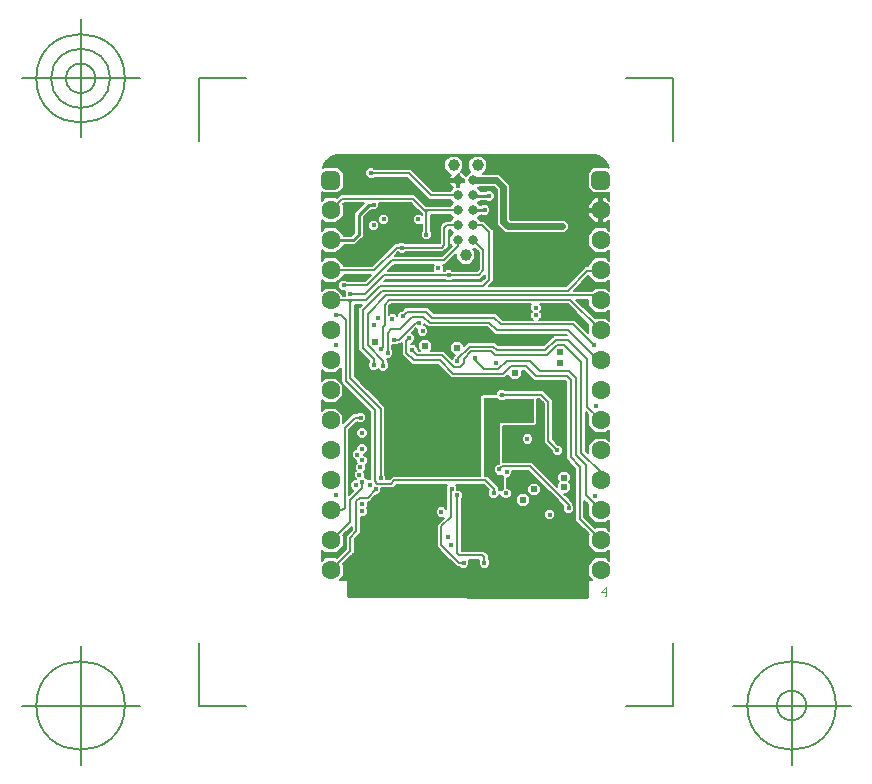
<source format=gbr>
G04 Generated by Ultiboard 11.0 *
%FSLAX25Y25*%
%MOIN*%

%ADD10C,0.00600*%
%ADD11C,0.00800*%
%ADD12C,0.01000*%
%ADD13C,0.02200*%
%ADD14C,0.00112*%
%ADD15C,0.00100*%
%ADD16C,0.02000*%
%ADD17C,0.00500*%
%ADD18C,0.01575*%
%ADD19C,0.02400*%
%ADD20C,0.01969*%
%ADD21R,0.02382X0.02382*%
%ADD22C,0.03917*%
%ADD23C,0.06299*%
%ADD24C,0.03150*%
%ADD25C,0.03937*%


G04 ColorRGB 0000FF for the following layer *
%LNCopper Bottom*%
%LPD*%
%FSLAX25Y25*%
%MOIN*%
G54D10*
X-974Y-14350D02*
X1802Y-14350D01*
X1802Y-14350D02*
X3754Y-12398D01*
X3754Y-12398D02*
X3754Y-17602D01*
X3754Y-17602D02*
X1802Y-15650D01*
X1802Y-15650D02*
X-974Y-15650D01*
X-974Y-15650D02*
X-974Y-14350D01*
G36*
X-974Y-14350D02*
X1802Y-14350D01*
X3754Y-12398D01*
X3754Y-17602D01*
X1802Y-15650D01*
X-974Y-15650D01*
X-974Y-14350D01*
G37*
X-974Y-14350D02*
X1802Y-14350D01*
X1802Y-14350D02*
X3754Y-12398D01*
X3754Y-12398D02*
X3754Y-17602D01*
X3754Y-17602D02*
X1802Y-15650D01*
X1802Y-15650D02*
X-974Y-15650D01*
X-974Y-15650D02*
X-974Y-14350D01*
X-2913Y-23239D02*
X-1802Y-24350D01*
X-1802Y-24350D02*
X-974Y-24350D01*
X-974Y-24350D02*
X-974Y-25650D01*
X-974Y-25650D02*
X-1802Y-25650D01*
X-1802Y-25650D02*
X-2913Y-26761D01*
X-2913Y-26761D02*
X-2913Y-23239D01*
G36*
X-2913Y-23239D02*
X-1802Y-24350D01*
X-974Y-24350D01*
X-974Y-25650D01*
X-1802Y-25650D01*
X-2913Y-26761D01*
X-2913Y-23239D01*
G37*
X-2913Y-23239D02*
X-1802Y-24350D01*
X-1802Y-24350D02*
X-974Y-24350D01*
X-974Y-24350D02*
X-974Y-25650D01*
X-974Y-25650D02*
X-1802Y-25650D01*
X-1802Y-25650D02*
X-2913Y-26761D01*
X-2913Y-26761D02*
X-2913Y-23239D01*
X3560Y-37550D02*
X1760Y-35750D01*
X1760Y-35750D02*
X-974Y-35750D01*
X-974Y-35750D02*
X-974Y-34350D01*
X-974Y-34350D02*
X1802Y-34350D01*
X1802Y-34350D02*
X3754Y-32398D01*
X3754Y-32398D02*
X3754Y-33113D01*
X3754Y-33113D02*
X3593Y-33113D01*
X3593Y-33113D02*
X2488Y-34218D01*
X2488Y-34218D02*
X2488Y-35782D01*
X2488Y-35782D02*
X3593Y-36887D01*
X3593Y-36887D02*
X3754Y-36887D01*
X3754Y-36887D02*
X3754Y-37550D01*
X3754Y-37550D02*
X3560Y-37550D01*
G36*
X3560Y-37550D02*
X1760Y-35750D01*
X-974Y-35750D01*
X-974Y-34350D01*
X1802Y-34350D01*
X3754Y-32398D01*
X3754Y-33113D01*
X3593Y-33113D01*
X2488Y-34218D01*
X2488Y-35782D01*
X3593Y-36887D01*
X3754Y-36887D01*
X3754Y-37550D01*
X3560Y-37550D01*
G37*
X3560Y-37550D02*
X1760Y-35750D01*
X1760Y-35750D02*
X-974Y-35750D01*
X-974Y-35750D02*
X-974Y-34350D01*
X-974Y-34350D02*
X1802Y-34350D01*
X1802Y-34350D02*
X3754Y-32398D01*
X3754Y-32398D02*
X3754Y-33113D01*
X3754Y-33113D02*
X3593Y-33113D01*
X3593Y-33113D02*
X2488Y-34218D01*
X2488Y-34218D02*
X2488Y-35782D01*
X2488Y-35782D02*
X3593Y-36887D01*
X3593Y-36887D02*
X3754Y-36887D01*
X3754Y-36887D02*
X3754Y-37550D01*
X3754Y-37550D02*
X3560Y-37550D01*
X3754Y3095D02*
X2499Y4350D01*
X2499Y4350D02*
X-974Y4350D01*
X-974Y4350D02*
X-974Y6893D01*
X-974Y6893D02*
X-732Y7114D01*
X-732Y7114D02*
X-310Y7438D01*
X-310Y7438D02*
X139Y7724D01*
X139Y7724D02*
X611Y7970D01*
X611Y7970D02*
X1103Y8173D01*
X1103Y8173D02*
X1610Y8333D01*
X1610Y8333D02*
X2130Y8449D01*
X2130Y8449D02*
X2657Y8518D01*
X2657Y8518D02*
X3217Y8543D01*
X3217Y8543D02*
X3754Y8543D01*
X3754Y8543D02*
X3754Y3095D01*
G36*
X3754Y3095D02*
X2499Y4350D01*
X-974Y4350D01*
X-974Y6893D01*
X-732Y7114D01*
X-310Y7438D01*
X139Y7724D01*
X611Y7970D01*
X1103Y8173D01*
X1610Y8333D01*
X2130Y8449D01*
X2657Y8518D01*
X3217Y8543D01*
X3754Y8543D01*
X3754Y3095D01*
G37*
X3754Y3095D02*
X2499Y4350D01*
X2499Y4350D02*
X-974Y4350D01*
X-974Y4350D02*
X-974Y6893D01*
X-974Y6893D02*
X-732Y7114D01*
X-732Y7114D02*
X-310Y7438D01*
X-310Y7438D02*
X139Y7724D01*
X139Y7724D02*
X611Y7970D01*
X611Y7970D02*
X1103Y8173D01*
X1103Y8173D02*
X1610Y8333D01*
X1610Y8333D02*
X2130Y8449D01*
X2130Y8449D02*
X2657Y8518D01*
X2657Y8518D02*
X3217Y8543D01*
X3217Y8543D02*
X3754Y8543D01*
X3754Y8543D02*
X3754Y3095D01*
X-974Y-24350D02*
X1802Y-24350D01*
X1802Y-24350D02*
X3754Y-22398D01*
X3754Y-22398D02*
X3754Y-27602D01*
X3754Y-27602D02*
X1802Y-25650D01*
X1802Y-25650D02*
X-974Y-25650D01*
X-974Y-25650D02*
X-974Y-24350D01*
G36*
X-974Y-24350D02*
X1802Y-24350D01*
X3754Y-22398D01*
X3754Y-27602D01*
X1802Y-25650D01*
X-974Y-25650D01*
X-974Y-24350D01*
G37*
X-974Y-24350D02*
X1802Y-24350D01*
X1802Y-24350D02*
X3754Y-22398D01*
X3754Y-22398D02*
X3754Y-27602D01*
X3754Y-27602D02*
X1802Y-25650D01*
X1802Y-25650D02*
X-974Y-25650D01*
X-974Y-25650D02*
X-974Y-24350D01*
X-974Y4350D02*
X-2499Y4350D01*
X-2499Y4350D02*
X-2646Y4203D01*
X-2646Y4203D02*
X-2543Y4527D01*
X-2543Y4527D02*
X-2340Y5019D01*
X-2340Y5019D02*
X-2094Y5491D01*
X-2094Y5491D02*
X-1808Y5940D01*
X-1808Y5940D02*
X-1484Y6362D01*
X-1484Y6362D02*
X-1125Y6755D01*
X-1125Y6755D02*
X-974Y6893D01*
X-974Y6893D02*
X-974Y4350D01*
G36*
X-974Y4350D02*
X-2499Y4350D01*
X-2646Y4203D01*
X-2543Y4527D01*
X-2340Y5019D01*
X-2094Y5491D01*
X-1808Y5940D01*
X-1484Y6362D01*
X-1125Y6755D01*
X-974Y6893D01*
X-974Y4350D01*
G37*
X-974Y4350D02*
X-2499Y4350D01*
X-2499Y4350D02*
X-2646Y4203D01*
X-2646Y4203D02*
X-2543Y4527D01*
X-2543Y4527D02*
X-2340Y5019D01*
X-2340Y5019D02*
X-2094Y5491D01*
X-2094Y5491D02*
X-1808Y5940D01*
X-1808Y5940D02*
X-1484Y6362D01*
X-1484Y6362D02*
X-1125Y6755D01*
X-1125Y6755D02*
X-974Y6893D01*
X-974Y6893D02*
X-974Y4350D01*
X2015Y-5864D02*
X1802Y-5650D01*
X1802Y-5650D02*
X-974Y-5650D01*
X-974Y-5650D02*
X-974Y-4350D01*
X-974Y-4350D02*
X2499Y-4350D01*
X2499Y-4350D02*
X3754Y-3095D01*
X3754Y-3095D02*
X3754Y-4550D01*
X3754Y-4550D02*
X3329Y-4550D01*
X3329Y-4550D02*
X2015Y-5864D01*
G36*
X2015Y-5864D02*
X1802Y-5650D01*
X-974Y-5650D01*
X-974Y-4350D01*
X2499Y-4350D01*
X3754Y-3095D01*
X3754Y-4550D01*
X3329Y-4550D01*
X2015Y-5864D01*
G37*
X2015Y-5864D02*
X1802Y-5650D01*
X1802Y-5650D02*
X-974Y-5650D01*
X-974Y-5650D02*
X-974Y-4350D01*
X-974Y-4350D02*
X2499Y-4350D01*
X2499Y-4350D02*
X3754Y-3095D01*
X3754Y-3095D02*
X3754Y-4550D01*
X3754Y-4550D02*
X3329Y-4550D01*
X3329Y-4550D02*
X2015Y-5864D01*
X-974Y-35750D02*
X-1760Y-35750D01*
X-1760Y-35750D02*
X-2913Y-36903D01*
X-2913Y-36903D02*
X-2913Y-33239D01*
X-2913Y-33239D02*
X-1802Y-34350D01*
X-1802Y-34350D02*
X-974Y-34350D01*
X-974Y-34350D02*
X-974Y-35750D01*
G36*
X-974Y-35750D02*
X-1760Y-35750D01*
X-2913Y-36903D01*
X-2913Y-33239D01*
X-1802Y-34350D01*
X-974Y-34350D01*
X-974Y-35750D01*
G37*
X-974Y-35750D02*
X-1760Y-35750D01*
X-1760Y-35750D02*
X-2913Y-36903D01*
X-2913Y-36903D02*
X-2913Y-33239D01*
X-2913Y-33239D02*
X-1802Y-34350D01*
X-1802Y-34350D02*
X-974Y-34350D01*
X-974Y-34350D02*
X-974Y-35750D01*
X-2913Y-13239D02*
X-1802Y-14350D01*
X-1802Y-14350D02*
X-974Y-14350D01*
X-974Y-14350D02*
X-974Y-15650D01*
X-974Y-15650D02*
X-1802Y-15650D01*
X-1802Y-15650D02*
X-2913Y-16761D01*
X-2913Y-16761D02*
X-2913Y-13239D01*
G36*
X-2913Y-13239D02*
X-1802Y-14350D01*
X-974Y-14350D01*
X-974Y-15650D01*
X-1802Y-15650D01*
X-2913Y-16761D01*
X-2913Y-13239D01*
G37*
X-2913Y-13239D02*
X-1802Y-14350D01*
X-1802Y-14350D02*
X-974Y-14350D01*
X-974Y-14350D02*
X-974Y-15650D01*
X-974Y-15650D02*
X-1802Y-15650D01*
X-1802Y-15650D02*
X-2913Y-16761D01*
X-2913Y-16761D02*
X-2913Y-13239D01*
X-974Y-5650D02*
X-1802Y-5650D01*
X-1802Y-5650D02*
X-2913Y-6761D01*
X-2913Y-6761D02*
X-2913Y-3936D01*
X-2913Y-3936D02*
X-2499Y-4350D01*
X-2499Y-4350D02*
X-974Y-4350D01*
X-974Y-4350D02*
X-974Y-5650D01*
G36*
X-974Y-5650D02*
X-1802Y-5650D01*
X-2913Y-6761D01*
X-2913Y-3936D01*
X-2499Y-4350D01*
X-974Y-4350D01*
X-974Y-5650D01*
G37*
X-974Y-5650D02*
X-1802Y-5650D01*
X-1802Y-5650D02*
X-2913Y-6761D01*
X-2913Y-6761D02*
X-2913Y-3936D01*
X-2913Y-3936D02*
X-2499Y-4350D01*
X-2499Y-4350D02*
X-974Y-4350D01*
X-974Y-4350D02*
X-974Y-5650D01*
X4250Y-68713D02*
X4250Y-68240D01*
X4250Y-68240D02*
X1760Y-65750D01*
X1760Y-65750D02*
X-1760Y-65750D01*
X-1760Y-65750D02*
X-2913Y-66903D01*
X-2913Y-66903D02*
X-2913Y-63097D01*
X-2913Y-63097D02*
X-1760Y-64250D01*
X-1760Y-64250D02*
X1760Y-64250D01*
X1760Y-64250D02*
X3462Y-62547D01*
X3462Y-62547D02*
X3462Y-67346D01*
X3462Y-67346D02*
X4829Y-68713D01*
X4829Y-68713D02*
X4250Y-68713D01*
G36*
X4250Y-68713D02*
X4250Y-68240D01*
X1760Y-65750D01*
X-1760Y-65750D01*
X-2913Y-66903D01*
X-2913Y-63097D01*
X-1760Y-64250D01*
X1760Y-64250D01*
X3462Y-62547D01*
X3462Y-67346D01*
X4829Y-68713D01*
X4250Y-68713D01*
G37*
X4250Y-68713D02*
X4250Y-68240D01*
X4250Y-68240D02*
X1760Y-65750D01*
X1760Y-65750D02*
X-1760Y-65750D01*
X-1760Y-65750D02*
X-2913Y-66903D01*
X-2913Y-66903D02*
X-2913Y-63097D01*
X-2913Y-63097D02*
X-1760Y-64250D01*
X-1760Y-64250D02*
X1760Y-64250D01*
X1760Y-64250D02*
X3462Y-62547D01*
X3462Y-62547D02*
X3462Y-67346D01*
X3462Y-67346D02*
X4829Y-68713D01*
X4829Y-68713D02*
X4250Y-68713D01*
X-2913Y-73097D02*
X-1760Y-74250D01*
X-1760Y-74250D02*
X1760Y-74250D01*
X1760Y-74250D02*
X4250Y-71760D01*
X4250Y-71760D02*
X4250Y-68713D01*
X4250Y-68713D02*
X4829Y-68713D01*
X4829Y-68713D02*
X13162Y-77046D01*
X13162Y-77046D02*
X13162Y-78281D01*
X13162Y-78281D02*
X11887Y-78281D01*
X11887Y-78281D02*
X10782Y-77175D01*
X10782Y-77175D02*
X9218Y-77175D01*
X9218Y-77175D02*
X8831Y-77562D01*
X8831Y-77562D02*
X7504Y-77562D01*
X7504Y-77562D02*
X6785Y-78281D01*
X6785Y-78281D02*
X4250Y-78281D01*
X4250Y-78281D02*
X4250Y-78240D01*
X4250Y-78240D02*
X1760Y-75750D01*
X1760Y-75750D02*
X-1760Y-75750D01*
X-1760Y-75750D02*
X-2913Y-76903D01*
X-2913Y-76903D02*
X-2913Y-73097D01*
G36*
X-2913Y-73097D02*
X-1760Y-74250D01*
X1760Y-74250D01*
X4250Y-71760D01*
X4250Y-68713D01*
X4829Y-68713D01*
X13162Y-77046D01*
X13162Y-78281D01*
X11887Y-78281D01*
X10782Y-77175D01*
X9218Y-77175D01*
X8831Y-77562D01*
X7504Y-77562D01*
X6785Y-78281D01*
X4250Y-78281D01*
X4250Y-78240D01*
X1760Y-75750D01*
X-1760Y-75750D01*
X-2913Y-76903D01*
X-2913Y-73097D01*
G37*
X-2913Y-73097D02*
X-1760Y-74250D01*
X-1760Y-74250D02*
X1760Y-74250D01*
X1760Y-74250D02*
X4250Y-71760D01*
X4250Y-71760D02*
X4250Y-68713D01*
X4250Y-68713D02*
X4829Y-68713D01*
X4829Y-68713D02*
X13162Y-77046D01*
X13162Y-77046D02*
X13162Y-78281D01*
X13162Y-78281D02*
X11887Y-78281D01*
X11887Y-78281D02*
X10782Y-77175D01*
X10782Y-77175D02*
X9218Y-77175D01*
X9218Y-77175D02*
X8831Y-77562D01*
X8831Y-77562D02*
X7504Y-77562D01*
X7504Y-77562D02*
X6785Y-78281D01*
X6785Y-78281D02*
X4250Y-78281D01*
X4250Y-78281D02*
X4250Y-78240D01*
X4250Y-78240D02*
X1760Y-75750D01*
X1760Y-75750D02*
X-1760Y-75750D01*
X-1760Y-75750D02*
X-2913Y-76903D01*
X-2913Y-76903D02*
X-2913Y-73097D01*
X-2398Y-123754D02*
X-1802Y-124350D01*
X-1802Y-124350D02*
X1287Y-124350D01*
X1287Y-124350D02*
X1287Y-125650D01*
X1287Y-125650D02*
X-1802Y-125650D01*
X-1802Y-125650D02*
X-2913Y-126761D01*
X-2913Y-126761D02*
X-2913Y-123754D01*
X-2913Y-123754D02*
X-2398Y-123754D01*
G36*
X-2398Y-123754D02*
X-1802Y-124350D01*
X1287Y-124350D01*
X1287Y-125650D01*
X-1802Y-125650D01*
X-2913Y-126761D01*
X-2913Y-123754D01*
X-2398Y-123754D01*
G37*
X-2398Y-123754D02*
X-1802Y-124350D01*
X-1802Y-124350D02*
X1287Y-124350D01*
X1287Y-124350D02*
X1287Y-125650D01*
X1287Y-125650D02*
X-1802Y-125650D01*
X-1802Y-125650D02*
X-2913Y-126761D01*
X-2913Y-126761D02*
X-2913Y-123754D01*
X-2913Y-123754D02*
X-2398Y-123754D01*
X-2913Y-123239D02*
X-2398Y-123754D01*
X-2398Y-123754D02*
X-2913Y-123754D01*
X-2913Y-123754D02*
X-2913Y-123239D01*
G36*
X-2913Y-123239D02*
X-2398Y-123754D01*
X-2913Y-123754D01*
X-2913Y-123239D01*
G37*
X-2913Y-123239D02*
X-2398Y-123754D01*
X-2398Y-123754D02*
X-2913Y-123754D01*
X-2913Y-123754D02*
X-2913Y-123239D01*
X3754Y-3095D02*
X4350Y-2499D01*
X4350Y-2499D02*
X4350Y2499D01*
X4350Y2499D02*
X3754Y3095D01*
X3754Y3095D02*
X3754Y8543D01*
X3754Y8543D02*
X14219Y8543D01*
X14219Y8543D02*
X14219Y4294D01*
X14219Y4294D02*
X12656Y4294D01*
X12656Y4294D02*
X11550Y3188D01*
X11550Y3188D02*
X11550Y1625D01*
X11550Y1625D02*
X12656Y519D01*
X12656Y519D02*
X14219Y519D01*
X14219Y519D02*
X14219Y-4550D01*
X14219Y-4550D02*
X3754Y-4550D01*
X3754Y-4550D02*
X3754Y-3095D01*
G36*
X3754Y-3095D02*
X4350Y-2499D01*
X4350Y2499D01*
X3754Y3095D01*
X3754Y8543D01*
X14219Y8543D01*
X14219Y4294D01*
X12656Y4294D01*
X11550Y3188D01*
X11550Y1625D01*
X12656Y519D01*
X14219Y519D01*
X14219Y-4550D01*
X3754Y-4550D01*
X3754Y-3095D01*
G37*
X3754Y-3095D02*
X4350Y-2499D01*
X4350Y-2499D02*
X4350Y2499D01*
X4350Y2499D02*
X3754Y3095D01*
X3754Y3095D02*
X3754Y8543D01*
X3754Y8543D02*
X14219Y8543D01*
X14219Y8543D02*
X14219Y4294D01*
X14219Y4294D02*
X12656Y4294D01*
X12656Y4294D02*
X11550Y3188D01*
X11550Y3188D02*
X11550Y1625D01*
X11550Y1625D02*
X12656Y519D01*
X12656Y519D02*
X14219Y519D01*
X14219Y519D02*
X14219Y-4550D01*
X14219Y-4550D02*
X3754Y-4550D01*
X3754Y-4550D02*
X3754Y-3095D01*
X32844Y-2257D02*
X26680Y3906D01*
X26680Y3906D02*
X14607Y3906D01*
X14607Y3906D02*
X14219Y4294D01*
X14219Y4294D02*
X14219Y8543D01*
X14219Y8543D02*
X32844Y8543D01*
X32844Y8543D02*
X32844Y-2257D01*
G36*
X32844Y-2257D02*
X26680Y3906D01*
X14607Y3906D01*
X14219Y4294D01*
X14219Y8543D01*
X32844Y8543D01*
X32844Y-2257D01*
G37*
X32844Y-2257D02*
X26680Y3906D01*
X26680Y3906D02*
X14607Y3906D01*
X14607Y3906D02*
X14219Y4294D01*
X14219Y4294D02*
X14219Y8543D01*
X14219Y8543D02*
X32844Y8543D01*
X32844Y8543D02*
X32844Y-2257D01*
X40166Y1731D02*
X39625Y1191D01*
X39625Y1191D02*
X39625Y450D01*
X39625Y450D02*
X41309Y450D01*
X41309Y450D02*
X41309Y-450D01*
X41309Y-450D02*
X39625Y-450D01*
X39625Y-450D02*
X39625Y-1191D01*
X39625Y-1191D02*
X32844Y-1191D01*
X32844Y-1191D02*
X32844Y6346D01*
X32844Y6346D02*
X37731Y6346D01*
X37731Y6346D02*
X37731Y3646D01*
X37731Y3646D02*
X39646Y1731D01*
X39646Y1731D02*
X40166Y1731D01*
G36*
X40166Y1731D02*
X39625Y1191D01*
X39625Y450D01*
X41309Y450D01*
X41309Y-450D01*
X39625Y-450D01*
X39625Y-1191D01*
X32844Y-1191D01*
X32844Y6346D01*
X37731Y6346D01*
X37731Y3646D01*
X39646Y1731D01*
X40166Y1731D01*
G37*
X40166Y1731D02*
X39625Y1191D01*
X39625Y1191D02*
X39625Y450D01*
X39625Y450D02*
X41309Y450D01*
X41309Y450D02*
X41309Y-450D01*
X41309Y-450D02*
X39625Y-450D01*
X39625Y-450D02*
X39625Y-1191D01*
X39625Y-1191D02*
X32844Y-1191D01*
X32844Y-1191D02*
X32844Y6346D01*
X32844Y6346D02*
X37731Y6346D01*
X37731Y6346D02*
X37731Y3646D01*
X37731Y3646D02*
X39646Y1731D01*
X39646Y1731D02*
X40166Y1731D01*
X42950Y2328D02*
X42950Y450D01*
X42950Y450D02*
X44625Y450D01*
X44625Y450D02*
X44625Y-450D01*
X44625Y-450D02*
X42950Y-450D01*
X42950Y-450D02*
X42950Y-1191D01*
X42950Y-1191D02*
X42050Y-1191D01*
X42050Y-1191D02*
X42050Y-450D01*
X42050Y-450D02*
X41309Y-450D01*
X41309Y-450D02*
X41309Y450D01*
X41309Y450D02*
X42050Y450D01*
X42050Y450D02*
X42050Y1731D01*
X42050Y1731D02*
X42354Y1731D01*
X42354Y1731D02*
X42950Y2328D01*
G36*
X42950Y2328D02*
X42950Y450D01*
X44625Y450D01*
X44625Y-450D01*
X42950Y-450D01*
X42950Y-1191D01*
X42050Y-1191D01*
X42050Y-450D01*
X41309Y-450D01*
X41309Y450D01*
X42050Y450D01*
X42050Y1731D01*
X42354Y1731D01*
X42950Y2328D01*
G37*
X42950Y2328D02*
X42950Y450D01*
X42950Y450D02*
X44625Y450D01*
X44625Y450D02*
X44625Y-450D01*
X44625Y-450D02*
X42950Y-450D01*
X42950Y-450D02*
X42950Y-1191D01*
X42950Y-1191D02*
X42050Y-1191D01*
X42050Y-1191D02*
X42050Y-450D01*
X42050Y-450D02*
X41309Y-450D01*
X41309Y-450D02*
X41309Y450D01*
X41309Y450D02*
X42050Y450D01*
X42050Y450D02*
X42050Y1731D01*
X42050Y1731D02*
X42354Y1731D01*
X42354Y1731D02*
X42950Y2328D01*
X25437Y906D02*
X32844Y-6500D01*
X32844Y-6500D02*
X32844Y-8500D01*
X32844Y-8500D02*
X31871Y-8500D01*
X31871Y-8500D02*
X28800Y-5429D01*
X28800Y-5429D02*
X28800Y-5429D01*
X28800Y-5429D02*
X27921Y-4550D01*
X27921Y-4550D02*
X14219Y-4550D01*
X14219Y-4550D02*
X14219Y519D01*
X14219Y519D02*
X14607Y906D01*
X14607Y906D02*
X25437Y906D01*
G36*
X25437Y906D02*
X32844Y-6500D01*
X32844Y-8500D01*
X31871Y-8500D01*
X28800Y-5429D01*
X28800Y-5429D01*
X27921Y-4550D01*
X14219Y-4550D01*
X14219Y519D01*
X14607Y906D01*
X25437Y906D01*
G37*
X25437Y906D02*
X32844Y-6500D01*
X32844Y-6500D02*
X32844Y-8500D01*
X32844Y-8500D02*
X31871Y-8500D01*
X31871Y-8500D02*
X28800Y-5429D01*
X28800Y-5429D02*
X28800Y-5429D01*
X28800Y-5429D02*
X27921Y-4550D01*
X27921Y-4550D02*
X14219Y-4550D01*
X14219Y-4550D02*
X14219Y519D01*
X14219Y519D02*
X14607Y906D01*
X14607Y906D02*
X25437Y906D01*
X88198Y4350D02*
X87501Y4350D01*
X87501Y4350D02*
X85650Y2499D01*
X85650Y2499D02*
X85650Y-2499D01*
X85650Y-2499D02*
X87501Y-4350D01*
X87501Y-4350D02*
X88198Y-4350D01*
X88198Y-4350D02*
X88198Y-5650D01*
X88198Y-5650D02*
X85650Y-8198D01*
X85650Y-8198D02*
X85650Y-9550D01*
X85650Y-9550D02*
X88198Y-9550D01*
X88198Y-9550D02*
X88198Y-10450D01*
X88198Y-10450D02*
X85650Y-10450D01*
X85650Y-10450D02*
X85650Y-11802D01*
X85650Y-11802D02*
X59798Y-11802D01*
X59798Y-11802D02*
X59798Y-1451D01*
X59798Y-1451D02*
X56147Y2200D01*
X56147Y2200D02*
X53495Y2200D01*
X53495Y2200D02*
X53495Y5983D01*
X53495Y5983D02*
X88198Y5983D01*
X88198Y5983D02*
X88198Y4350D01*
G36*
X88198Y4350D02*
X87501Y4350D01*
X85650Y2499D01*
X85650Y-2499D01*
X87501Y-4350D01*
X88198Y-4350D01*
X88198Y-5650D01*
X85650Y-8198D01*
X85650Y-9550D01*
X88198Y-9550D01*
X88198Y-10450D01*
X85650Y-10450D01*
X85650Y-11802D01*
X59798Y-11802D01*
X59798Y-1451D01*
X56147Y2200D01*
X53495Y2200D01*
X53495Y5983D01*
X88198Y5983D01*
X88198Y4350D01*
G37*
X88198Y4350D02*
X87501Y4350D01*
X87501Y4350D02*
X85650Y2499D01*
X85650Y2499D02*
X85650Y-2499D01*
X85650Y-2499D02*
X87501Y-4350D01*
X87501Y-4350D02*
X88198Y-4350D01*
X88198Y-4350D02*
X88198Y-5650D01*
X88198Y-5650D02*
X85650Y-8198D01*
X85650Y-8198D02*
X85650Y-9550D01*
X85650Y-9550D02*
X88198Y-9550D01*
X88198Y-9550D02*
X88198Y-10450D01*
X88198Y-10450D02*
X85650Y-10450D01*
X85650Y-10450D02*
X85650Y-11802D01*
X85650Y-11802D02*
X59798Y-11802D01*
X59798Y-11802D02*
X59798Y-1451D01*
X59798Y-1451D02*
X56147Y2200D01*
X56147Y2200D02*
X53495Y2200D01*
X53495Y2200D02*
X53495Y5983D01*
X53495Y5983D02*
X88198Y5983D01*
X88198Y5983D02*
X88198Y4350D01*
X3026Y-133125D02*
X4350Y-131802D01*
X4350Y-131802D02*
X4350Y-128198D01*
X4350Y-128198D02*
X4136Y-127985D01*
X4136Y-127985D02*
X7103Y-125018D01*
X7103Y-125018D02*
X7103Y-125018D01*
X7103Y-125018D02*
X7982Y-124139D01*
X7982Y-124139D02*
X7982Y-123754D01*
X7982Y-123754D02*
X36945Y-123754D01*
X36945Y-123754D02*
X41535Y-128344D01*
X41535Y-128344D02*
X42191Y-129000D01*
X42191Y-129000D02*
X43206Y-129000D01*
X43206Y-129000D02*
X43593Y-129387D01*
X43593Y-129387D02*
X45000Y-129387D01*
X45000Y-129387D02*
X45000Y-133125D01*
X45000Y-133125D02*
X3026Y-133125D01*
G36*
X3026Y-133125D02*
X4350Y-131802D01*
X4350Y-128198D01*
X4136Y-127985D01*
X7103Y-125018D01*
X7103Y-125018D01*
X7982Y-124139D01*
X7982Y-123754D01*
X36945Y-123754D01*
X41535Y-128344D01*
X42191Y-129000D01*
X43206Y-129000D01*
X43593Y-129387D01*
X45000Y-129387D01*
X45000Y-133125D01*
X3026Y-133125D01*
G37*
X3026Y-133125D02*
X4350Y-131802D01*
X4350Y-131802D02*
X4350Y-128198D01*
X4350Y-128198D02*
X4136Y-127985D01*
X4136Y-127985D02*
X7103Y-125018D01*
X7103Y-125018D02*
X7103Y-125018D01*
X7103Y-125018D02*
X7982Y-124139D01*
X7982Y-124139D02*
X7982Y-123754D01*
X7982Y-123754D02*
X36945Y-123754D01*
X36945Y-123754D02*
X41535Y-128344D01*
X41535Y-128344D02*
X42191Y-129000D01*
X42191Y-129000D02*
X43206Y-129000D01*
X43206Y-129000D02*
X43593Y-129387D01*
X43593Y-129387D02*
X45000Y-129387D01*
X45000Y-129387D02*
X45000Y-133125D01*
X45000Y-133125D02*
X3026Y-133125D01*
X1287Y-124350D02*
X1802Y-124350D01*
X1802Y-124350D02*
X2398Y-123754D01*
X2398Y-123754D02*
X4125Y-123754D01*
X4125Y-123754D02*
X2015Y-125864D01*
X2015Y-125864D02*
X1802Y-125650D01*
X1802Y-125650D02*
X1287Y-125650D01*
X1287Y-125650D02*
X1287Y-124350D01*
G36*
X1287Y-124350D02*
X1802Y-124350D01*
X2398Y-123754D01*
X4125Y-123754D01*
X2015Y-125864D01*
X1802Y-125650D01*
X1287Y-125650D01*
X1287Y-124350D01*
G37*
X1287Y-124350D02*
X1802Y-124350D01*
X1802Y-124350D02*
X2398Y-123754D01*
X2398Y-123754D02*
X4125Y-123754D01*
X4125Y-123754D02*
X2015Y-125864D01*
X2015Y-125864D02*
X1802Y-125650D01*
X1802Y-125650D02*
X1287Y-125650D01*
X1287Y-125650D02*
X1287Y-124350D01*
X52750Y-126331D02*
X52750Y-125004D01*
X52750Y-125004D02*
X52032Y-124285D01*
X52032Y-124285D02*
X52032Y-103593D01*
X52032Y-103593D02*
X52488Y-103593D01*
X52488Y-103593D02*
X52488Y-105157D01*
X52488Y-105157D02*
X53593Y-106262D01*
X53593Y-106262D02*
X55157Y-106262D01*
X55157Y-106262D02*
X56262Y-105157D01*
X56262Y-105157D02*
X56262Y-104919D01*
X56262Y-104919D02*
X56550Y-104919D01*
X56550Y-104919D02*
X56550Y-105157D01*
X56550Y-105157D02*
X57656Y-106262D01*
X57656Y-106262D02*
X59219Y-106262D01*
X59219Y-106262D02*
X59219Y-133125D01*
X59219Y-133125D02*
X52032Y-133125D01*
X52032Y-133125D02*
X52032Y-129387D01*
X52032Y-129387D02*
X53137Y-128282D01*
X53137Y-128282D02*
X53137Y-126718D01*
X53137Y-126718D02*
X52750Y-126331D01*
G36*
X52750Y-126331D02*
X52750Y-125004D01*
X52032Y-124285D01*
X52032Y-103593D01*
X52488Y-103593D01*
X52488Y-105157D01*
X53593Y-106262D01*
X55157Y-106262D01*
X56262Y-105157D01*
X56262Y-104919D01*
X56550Y-104919D01*
X56550Y-105157D01*
X57656Y-106262D01*
X59219Y-106262D01*
X59219Y-133125D01*
X52032Y-133125D01*
X52032Y-129387D01*
X53137Y-128282D01*
X53137Y-126718D01*
X52750Y-126331D01*
G37*
X52750Y-126331D02*
X52750Y-125004D01*
X52750Y-125004D02*
X52032Y-124285D01*
X52032Y-124285D02*
X52032Y-103593D01*
X52032Y-103593D02*
X52488Y-103593D01*
X52488Y-103593D02*
X52488Y-105157D01*
X52488Y-105157D02*
X53593Y-106262D01*
X53593Y-106262D02*
X55157Y-106262D01*
X55157Y-106262D02*
X56262Y-105157D01*
X56262Y-105157D02*
X56262Y-104919D01*
X56262Y-104919D02*
X56550Y-104919D01*
X56550Y-104919D02*
X56550Y-105157D01*
X56550Y-105157D02*
X57656Y-106262D01*
X57656Y-106262D02*
X59219Y-106262D01*
X59219Y-106262D02*
X59219Y-133125D01*
X59219Y-133125D02*
X52032Y-133125D01*
X52032Y-133125D02*
X52032Y-129387D01*
X52032Y-129387D02*
X53137Y-128282D01*
X53137Y-128282D02*
X53137Y-126718D01*
X53137Y-126718D02*
X52750Y-126331D01*
X91287Y-125650D02*
X88198Y-125650D01*
X88198Y-125650D02*
X85650Y-128198D01*
X85650Y-128198D02*
X85650Y-131802D01*
X85650Y-131802D02*
X86974Y-133125D01*
X86974Y-133125D02*
X59219Y-133125D01*
X59219Y-133125D02*
X59219Y-119141D01*
X59219Y-119141D02*
X85650Y-119141D01*
X85650Y-119141D02*
X85650Y-121802D01*
X85650Y-121802D02*
X88198Y-124350D01*
X88198Y-124350D02*
X91287Y-124350D01*
X91287Y-124350D02*
X91287Y-125650D01*
G36*
X91287Y-125650D02*
X88198Y-125650D01*
X85650Y-128198D01*
X85650Y-131802D01*
X86974Y-133125D01*
X59219Y-133125D01*
X59219Y-119141D01*
X85650Y-119141D01*
X85650Y-121802D01*
X88198Y-124350D01*
X91287Y-124350D01*
X91287Y-125650D01*
G37*
X91287Y-125650D02*
X88198Y-125650D01*
X88198Y-125650D02*
X85650Y-128198D01*
X85650Y-128198D02*
X85650Y-131802D01*
X85650Y-131802D02*
X86974Y-133125D01*
X86974Y-133125D02*
X59219Y-133125D01*
X59219Y-133125D02*
X59219Y-119141D01*
X59219Y-119141D02*
X85650Y-119141D01*
X85650Y-119141D02*
X85650Y-121802D01*
X85650Y-121802D02*
X88198Y-124350D01*
X88198Y-124350D02*
X91287Y-124350D01*
X91287Y-124350D02*
X91287Y-125650D01*
X92913Y-126761D02*
X91802Y-125650D01*
X91802Y-125650D02*
X91287Y-125650D01*
X91287Y-125650D02*
X91287Y-124350D01*
X91287Y-124350D02*
X91802Y-124350D01*
X91802Y-124350D02*
X92913Y-123239D01*
X92913Y-123239D02*
X92913Y-126761D01*
G36*
X92913Y-126761D02*
X91802Y-125650D01*
X91287Y-125650D01*
X91287Y-124350D01*
X91802Y-124350D01*
X92913Y-123239D01*
X92913Y-126761D01*
G37*
X92913Y-126761D02*
X91802Y-125650D01*
X91802Y-125650D02*
X91287Y-125650D01*
X91287Y-125650D02*
X91287Y-124350D01*
X91287Y-124350D02*
X91802Y-124350D01*
X91802Y-124350D02*
X92913Y-123239D01*
X92913Y-123239D02*
X92913Y-126761D01*
X46044Y-126500D02*
X49581Y-126500D01*
X49581Y-126500D02*
X49363Y-126718D01*
X49363Y-126718D02*
X49363Y-128282D01*
X49363Y-128282D02*
X50468Y-129387D01*
X50468Y-129387D02*
X52032Y-129387D01*
X52032Y-129387D02*
X52032Y-133125D01*
X52032Y-133125D02*
X45000Y-133125D01*
X45000Y-133125D02*
X45000Y-129387D01*
X45000Y-129387D02*
X45157Y-129387D01*
X45157Y-129387D02*
X46262Y-128282D01*
X46262Y-128282D02*
X46262Y-126718D01*
X46262Y-126718D02*
X46044Y-126500D01*
G36*
X46044Y-126500D02*
X49581Y-126500D01*
X49363Y-126718D01*
X49363Y-128282D01*
X50468Y-129387D01*
X52032Y-129387D01*
X52032Y-133125D01*
X45000Y-133125D01*
X45000Y-129387D01*
X45157Y-129387D01*
X46262Y-128282D01*
X46262Y-126718D01*
X46044Y-126500D01*
G37*
X46044Y-126500D02*
X49581Y-126500D01*
X49581Y-126500D02*
X49363Y-126718D01*
X49363Y-126718D02*
X49363Y-128282D01*
X49363Y-128282D02*
X50468Y-129387D01*
X50468Y-129387D02*
X52032Y-129387D01*
X52032Y-129387D02*
X52032Y-133125D01*
X52032Y-133125D02*
X45000Y-133125D01*
X45000Y-133125D02*
X45000Y-129387D01*
X45000Y-129387D02*
X45157Y-129387D01*
X45157Y-129387D02*
X46262Y-128282D01*
X46262Y-128282D02*
X46262Y-126718D01*
X46262Y-126718D02*
X46044Y-126500D01*
X67300Y-46531D02*
X57432Y-46531D01*
X57432Y-46531D02*
X55226Y-44325D01*
X55226Y-44325D02*
X54796Y-44325D01*
X54796Y-44325D02*
X54796Y-41325D01*
X54796Y-41325D02*
X66943Y-41325D01*
X66943Y-41325D02*
X66550Y-41718D01*
X66550Y-41718D02*
X66550Y-43282D01*
X66550Y-43282D02*
X67018Y-43750D01*
X67018Y-43750D02*
X66550Y-44218D01*
X66550Y-44218D02*
X66550Y-45782D01*
X66550Y-45782D02*
X67300Y-46531D01*
G36*
X67300Y-46531D02*
X57432Y-46531D01*
X55226Y-44325D01*
X54796Y-44325D01*
X54796Y-41325D01*
X66943Y-41325D01*
X66550Y-41718D01*
X66550Y-43282D01*
X67018Y-43750D01*
X66550Y-44218D01*
X66550Y-45782D01*
X67300Y-46531D01*
G37*
X67300Y-46531D02*
X57432Y-46531D01*
X57432Y-46531D02*
X55226Y-44325D01*
X55226Y-44325D02*
X54796Y-44325D01*
X54796Y-44325D02*
X54796Y-41325D01*
X54796Y-41325D02*
X66943Y-41325D01*
X66943Y-41325D02*
X66550Y-41718D01*
X66550Y-41718D02*
X66550Y-43282D01*
X66550Y-43282D02*
X67018Y-43750D01*
X67018Y-43750D02*
X66550Y-44218D01*
X66550Y-44218D02*
X66550Y-45782D01*
X66550Y-45782D02*
X67300Y-46531D01*
X57600Y-85887D02*
X57600Y-81975D01*
X57600Y-81975D02*
X67515Y-81975D01*
X67515Y-81975D02*
X67515Y-85887D01*
X67515Y-85887D02*
X67512Y-85887D01*
X67512Y-85887D02*
X67512Y-85468D01*
X67512Y-85468D02*
X66407Y-84363D01*
X66407Y-84363D02*
X64843Y-84363D01*
X64843Y-84363D02*
X63738Y-85468D01*
X63738Y-85468D02*
X63738Y-85887D01*
X63738Y-85887D02*
X57600Y-85887D01*
G36*
X57600Y-85887D02*
X57600Y-81975D01*
X67515Y-81975D01*
X67515Y-85887D01*
X67512Y-85887D01*
X67512Y-85468D01*
X66407Y-84363D01*
X64843Y-84363D01*
X63738Y-85468D01*
X63738Y-85887D01*
X57600Y-85887D01*
G37*
X57600Y-85887D02*
X57600Y-81975D01*
X57600Y-81975D02*
X67515Y-81975D01*
X67515Y-81975D02*
X67515Y-85887D01*
X67515Y-85887D02*
X67512Y-85887D01*
X67512Y-85887D02*
X67512Y-85468D01*
X67512Y-85468D02*
X66407Y-84363D01*
X66407Y-84363D02*
X64843Y-84363D01*
X64843Y-84363D02*
X63738Y-85468D01*
X63738Y-85468D02*
X63738Y-85887D01*
X63738Y-85887D02*
X57600Y-85887D01*
X58268Y-69969D02*
X57819Y-69520D01*
X57819Y-69520D02*
X56256Y-69520D01*
X56256Y-69520D02*
X55821Y-69955D01*
X55821Y-69955D02*
X55821Y-65925D01*
X55821Y-65925D02*
X58071Y-65925D01*
X58071Y-65925D02*
X59112Y-64884D01*
X59112Y-64884D02*
X59112Y-65173D01*
X59112Y-65173D02*
X60460Y-66520D01*
X60460Y-66520D02*
X62365Y-66520D01*
X62365Y-66520D02*
X63712Y-65173D01*
X63712Y-65173D02*
X63712Y-63400D01*
X63712Y-63400D02*
X64504Y-63400D01*
X64504Y-63400D02*
X67879Y-66775D01*
X67879Y-66775D02*
X78029Y-66775D01*
X78029Y-66775D02*
X78500Y-67246D01*
X78500Y-67246D02*
X78500Y-70626D01*
X78500Y-70626D02*
X71497Y-70626D01*
X71497Y-70626D02*
X70840Y-69969D01*
X70840Y-69969D02*
X58268Y-69969D01*
G36*
X58268Y-69969D02*
X57819Y-69520D01*
X56256Y-69520D01*
X55821Y-69955D01*
X55821Y-65925D01*
X58071Y-65925D01*
X59112Y-64884D01*
X59112Y-65173D01*
X60460Y-66520D01*
X62365Y-66520D01*
X63712Y-65173D01*
X63712Y-63400D01*
X64504Y-63400D01*
X67879Y-66775D01*
X78029Y-66775D01*
X78500Y-67246D01*
X78500Y-70626D01*
X71497Y-70626D01*
X70840Y-69969D01*
X58268Y-69969D01*
G37*
X58268Y-69969D02*
X57819Y-69520D01*
X57819Y-69520D02*
X56256Y-69520D01*
X56256Y-69520D02*
X55821Y-69955D01*
X55821Y-69955D02*
X55821Y-65925D01*
X55821Y-65925D02*
X58071Y-65925D01*
X58071Y-65925D02*
X59112Y-64884D01*
X59112Y-64884D02*
X59112Y-65173D01*
X59112Y-65173D02*
X60460Y-66520D01*
X60460Y-66520D02*
X62365Y-66520D01*
X62365Y-66520D02*
X63712Y-65173D01*
X63712Y-65173D02*
X63712Y-63400D01*
X63712Y-63400D02*
X64504Y-63400D01*
X64504Y-63400D02*
X67879Y-66775D01*
X67879Y-66775D02*
X78029Y-66775D01*
X78029Y-66775D02*
X78500Y-67246D01*
X78500Y-67246D02*
X78500Y-70626D01*
X78500Y-70626D02*
X71497Y-70626D01*
X71497Y-70626D02*
X70840Y-69969D01*
X70840Y-69969D02*
X58268Y-69969D01*
X69219Y-55038D02*
X55934Y-55038D01*
X55934Y-55038D02*
X54796Y-53900D01*
X54796Y-53900D02*
X54796Y-51432D01*
X54796Y-51432D02*
X69219Y-51432D01*
X69219Y-51432D02*
X69219Y-55038D01*
G36*
X69219Y-55038D02*
X55934Y-55038D01*
X54796Y-53900D01*
X54796Y-51432D01*
X69219Y-51432D01*
X69219Y-55038D01*
G37*
X69219Y-55038D02*
X55934Y-55038D01*
X55934Y-55038D02*
X54796Y-53900D01*
X54796Y-53900D02*
X54796Y-51432D01*
X54796Y-51432D02*
X69219Y-51432D01*
X69219Y-51432D02*
X69219Y-55038D01*
X92913Y-16761D02*
X91802Y-15650D01*
X91802Y-15650D02*
X88198Y-15650D01*
X88198Y-15650D02*
X85650Y-18198D01*
X85650Y-18198D02*
X85650Y-18713D01*
X85650Y-18713D02*
X54374Y-18713D01*
X54374Y-18713D02*
X54374Y-16702D01*
X54374Y-16702D02*
X53495Y-15823D01*
X53495Y-15823D02*
X53495Y-14760D01*
X53495Y-14760D02*
X55398Y-14760D01*
X55398Y-14760D02*
X58151Y-17512D01*
X58151Y-17512D02*
X78099Y-17512D01*
X78099Y-17512D02*
X79388Y-16224D01*
X79388Y-16224D02*
X79388Y-14760D01*
X79388Y-14760D02*
X92913Y-14760D01*
X92913Y-14760D02*
X92913Y-16761D01*
G36*
X92913Y-16761D02*
X91802Y-15650D01*
X88198Y-15650D01*
X85650Y-18198D01*
X85650Y-18713D01*
X54374Y-18713D01*
X54374Y-16702D01*
X53495Y-15823D01*
X53495Y-14760D01*
X55398Y-14760D01*
X58151Y-17512D01*
X78099Y-17512D01*
X79388Y-16224D01*
X79388Y-14760D01*
X92913Y-14760D01*
X92913Y-16761D01*
G37*
X92913Y-16761D02*
X91802Y-15650D01*
X91802Y-15650D02*
X88198Y-15650D01*
X88198Y-15650D02*
X85650Y-18198D01*
X85650Y-18198D02*
X85650Y-18713D01*
X85650Y-18713D02*
X54374Y-18713D01*
X54374Y-18713D02*
X54374Y-16702D01*
X54374Y-16702D02*
X53495Y-15823D01*
X53495Y-15823D02*
X53495Y-14760D01*
X53495Y-14760D02*
X55398Y-14760D01*
X55398Y-14760D02*
X58151Y-17512D01*
X58151Y-17512D02*
X78099Y-17512D01*
X78099Y-17512D02*
X79388Y-16224D01*
X79388Y-16224D02*
X79388Y-14760D01*
X79388Y-14760D02*
X92913Y-14760D01*
X92913Y-14760D02*
X92913Y-16761D01*
X92913Y-26761D02*
X91802Y-25650D01*
X91802Y-25650D02*
X88198Y-25650D01*
X88198Y-25650D02*
X85650Y-28198D01*
X85650Y-28198D02*
X85650Y-28675D01*
X85650Y-28675D02*
X84954Y-28675D01*
X84954Y-28675D02*
X84075Y-29554D01*
X84075Y-29554D02*
X54374Y-29554D01*
X54374Y-29554D02*
X54374Y-18713D01*
X54374Y-18713D02*
X85650Y-18713D01*
X85650Y-18713D02*
X85650Y-21802D01*
X85650Y-21802D02*
X88198Y-24350D01*
X88198Y-24350D02*
X91802Y-24350D01*
X91802Y-24350D02*
X92913Y-23239D01*
X92913Y-23239D02*
X92913Y-26761D01*
G36*
X92913Y-26761D02*
X91802Y-25650D01*
X88198Y-25650D01*
X85650Y-28198D01*
X85650Y-28675D01*
X84954Y-28675D01*
X84075Y-29554D01*
X54374Y-29554D01*
X54374Y-18713D01*
X85650Y-18713D01*
X85650Y-21802D01*
X88198Y-24350D01*
X91802Y-24350D01*
X92913Y-23239D01*
X92913Y-26761D01*
G37*
X92913Y-26761D02*
X91802Y-25650D01*
X91802Y-25650D02*
X88198Y-25650D01*
X88198Y-25650D02*
X85650Y-28198D01*
X85650Y-28198D02*
X85650Y-28675D01*
X85650Y-28675D02*
X84954Y-28675D01*
X84954Y-28675D02*
X84075Y-29554D01*
X84075Y-29554D02*
X54374Y-29554D01*
X54374Y-29554D02*
X54374Y-18713D01*
X54374Y-18713D02*
X85650Y-18713D01*
X85650Y-18713D02*
X85650Y-21802D01*
X85650Y-21802D02*
X88198Y-24350D01*
X88198Y-24350D02*
X91802Y-24350D01*
X91802Y-24350D02*
X92913Y-23239D01*
X92913Y-23239D02*
X92913Y-26761D01*
X78418Y-35236D02*
X53495Y-35235D01*
X53495Y-35235D02*
X53495Y-34571D01*
X53495Y-34571D02*
X54374Y-33692D01*
X54374Y-33692D02*
X54374Y-29554D01*
X54374Y-29554D02*
X84075Y-29554D01*
X84075Y-29554D02*
X84075Y-29579D01*
X84075Y-29579D02*
X78418Y-35236D01*
G36*
X78418Y-35236D02*
X53495Y-35235D01*
X53495Y-34571D01*
X54374Y-33692D01*
X54374Y-29554D01*
X84075Y-29554D01*
X84075Y-29579D01*
X78418Y-35236D01*
G37*
X78418Y-35236D02*
X53495Y-35235D01*
X53495Y-35235D02*
X53495Y-34571D01*
X53495Y-34571D02*
X54374Y-33692D01*
X54374Y-33692D02*
X54374Y-29554D01*
X54374Y-29554D02*
X84075Y-29554D01*
X84075Y-29554D02*
X84075Y-29579D01*
X84075Y-29579D02*
X78418Y-35236D01*
X85650Y-11802D02*
X88198Y-14350D01*
X88198Y-14350D02*
X89550Y-14350D01*
X89550Y-14350D02*
X89550Y-11802D01*
X89550Y-11802D02*
X90450Y-11802D01*
X90450Y-11802D02*
X90450Y-14350D01*
X90450Y-14350D02*
X91802Y-14350D01*
X91802Y-14350D02*
X92913Y-13239D01*
X92913Y-13239D02*
X92913Y-14760D01*
X92913Y-14760D02*
X79388Y-14760D01*
X79388Y-14760D02*
X79388Y-14401D01*
X79388Y-14401D02*
X78099Y-13112D01*
X78099Y-13112D02*
X59974Y-13112D01*
X59974Y-13112D02*
X59798Y-12937D01*
X59798Y-12937D02*
X59798Y-11802D01*
X59798Y-11802D02*
X85650Y-11802D01*
G36*
X85650Y-11802D02*
X88198Y-14350D01*
X89550Y-14350D01*
X89550Y-11802D01*
X90450Y-11802D01*
X90450Y-14350D01*
X91802Y-14350D01*
X92913Y-13239D01*
X92913Y-14760D01*
X79388Y-14760D01*
X79388Y-14401D01*
X78099Y-13112D01*
X59974Y-13112D01*
X59798Y-12937D01*
X59798Y-11802D01*
X85650Y-11802D01*
G37*
X85650Y-11802D02*
X88198Y-14350D01*
X88198Y-14350D02*
X89550Y-14350D01*
X89550Y-14350D02*
X89550Y-11802D01*
X89550Y-11802D02*
X90450Y-11802D01*
X90450Y-11802D02*
X90450Y-14350D01*
X90450Y-14350D02*
X91802Y-14350D01*
X91802Y-14350D02*
X92913Y-13239D01*
X92913Y-13239D02*
X92913Y-14760D01*
X92913Y-14760D02*
X79388Y-14760D01*
X79388Y-14760D02*
X79388Y-14401D01*
X79388Y-14401D02*
X78099Y-13112D01*
X78099Y-13112D02*
X59974Y-13112D01*
X59974Y-13112D02*
X59798Y-12937D01*
X59798Y-12937D02*
X59798Y-11802D01*
X59798Y-11802D02*
X85650Y-11802D01*
X65904Y-93775D02*
X59414Y-93775D01*
X59414Y-93775D02*
X59414Y-85887D01*
X59414Y-85887D02*
X63738Y-85887D01*
X63738Y-85887D02*
X63738Y-87032D01*
X63738Y-87032D02*
X64843Y-88137D01*
X64843Y-88137D02*
X66407Y-88137D01*
X66407Y-88137D02*
X67512Y-87032D01*
X67512Y-87032D02*
X67512Y-85887D01*
X67512Y-85887D02*
X71000Y-85887D01*
X71000Y-85887D02*
X71000Y-87496D01*
X71000Y-87496D02*
X73738Y-90234D01*
X73738Y-90234D02*
X73738Y-90782D01*
X73738Y-90782D02*
X74843Y-91887D01*
X74843Y-91887D02*
X76407Y-91887D01*
X76407Y-91887D02*
X76407Y-97216D01*
X76407Y-97216D02*
X75513Y-98110D01*
X75513Y-98110D02*
X75513Y-100015D01*
X75513Y-100015D02*
X76122Y-100625D01*
X76122Y-100625D02*
X75513Y-101235D01*
X75513Y-101235D02*
X75513Y-101395D01*
X75513Y-101395D02*
X74766Y-101395D01*
X74766Y-101395D02*
X67146Y-93775D01*
X67146Y-93775D02*
X65904Y-93775D01*
X65904Y-93775D02*
X65904Y-93775D01*
G36*
X65904Y-93775D02*
X59414Y-93775D01*
X59414Y-85887D01*
X63738Y-85887D01*
X63738Y-87032D01*
X64843Y-88137D01*
X66407Y-88137D01*
X67512Y-87032D01*
X67512Y-85887D01*
X71000Y-85887D01*
X71000Y-87496D01*
X73738Y-90234D01*
X73738Y-90782D01*
X74843Y-91887D01*
X76407Y-91887D01*
X76407Y-97216D01*
X75513Y-98110D01*
X75513Y-100015D01*
X76122Y-100625D01*
X75513Y-101235D01*
X75513Y-101395D01*
X74766Y-101395D01*
X67146Y-93775D01*
X65904Y-93775D01*
X65904Y-93775D01*
G37*
X65904Y-93775D02*
X59414Y-93775D01*
X59414Y-93775D02*
X59414Y-85887D01*
X59414Y-85887D02*
X63738Y-85887D01*
X63738Y-85887D02*
X63738Y-87032D01*
X63738Y-87032D02*
X64843Y-88137D01*
X64843Y-88137D02*
X66407Y-88137D01*
X66407Y-88137D02*
X67512Y-87032D01*
X67512Y-87032D02*
X67512Y-85887D01*
X67512Y-85887D02*
X71000Y-85887D01*
X71000Y-85887D02*
X71000Y-87496D01*
X71000Y-87496D02*
X73738Y-90234D01*
X73738Y-90234D02*
X73738Y-90782D01*
X73738Y-90782D02*
X74843Y-91887D01*
X74843Y-91887D02*
X76407Y-91887D01*
X76407Y-91887D02*
X76407Y-97216D01*
X76407Y-97216D02*
X75513Y-98110D01*
X75513Y-98110D02*
X75513Y-100015D01*
X75513Y-100015D02*
X76122Y-100625D01*
X76122Y-100625D02*
X75513Y-101235D01*
X75513Y-101235D02*
X75513Y-101395D01*
X75513Y-101395D02*
X74766Y-101395D01*
X74766Y-101395D02*
X67146Y-93775D01*
X67146Y-93775D02*
X65904Y-93775D01*
X65904Y-93775D02*
X65904Y-93775D01*
X85982Y-117866D02*
X85650Y-118198D01*
X85650Y-118198D02*
X85650Y-119141D01*
X85650Y-119141D02*
X59219Y-119141D01*
X59219Y-119141D02*
X59219Y-112266D01*
X59219Y-112266D02*
X71177Y-112266D01*
X71177Y-112266D02*
X72196Y-113285D01*
X72196Y-113285D02*
X73759Y-113285D01*
X73759Y-113285D02*
X74778Y-112266D01*
X74778Y-112266D02*
X81625Y-112266D01*
X81625Y-112266D02*
X81625Y-113509D01*
X81625Y-113509D02*
X85982Y-117866D01*
G36*
X85982Y-117866D02*
X85650Y-118198D01*
X85650Y-119141D01*
X59219Y-119141D01*
X59219Y-112266D01*
X71177Y-112266D01*
X72196Y-113285D01*
X73759Y-113285D01*
X74778Y-112266D01*
X81625Y-112266D01*
X81625Y-113509D01*
X85982Y-117866D01*
G37*
X85982Y-117866D02*
X85650Y-118198D01*
X85650Y-118198D02*
X85650Y-119141D01*
X85650Y-119141D02*
X59219Y-119141D01*
X59219Y-119141D02*
X59219Y-112266D01*
X59219Y-112266D02*
X71177Y-112266D01*
X71177Y-112266D02*
X72196Y-113285D01*
X72196Y-113285D02*
X73759Y-113285D01*
X73759Y-113285D02*
X74778Y-112266D01*
X74778Y-112266D02*
X81625Y-112266D01*
X81625Y-112266D02*
X81625Y-113509D01*
X81625Y-113509D02*
X85982Y-117866D01*
X61763Y-105610D02*
X61763Y-107515D01*
X61763Y-107515D02*
X63110Y-108863D01*
X63110Y-108863D02*
X65015Y-108863D01*
X65015Y-108863D02*
X66363Y-107515D01*
X66363Y-107515D02*
X66363Y-105610D01*
X66363Y-105610D02*
X74738Y-105610D01*
X74738Y-105610D02*
X77605Y-108476D01*
X77605Y-108476D02*
X77488Y-108593D01*
X77488Y-108593D02*
X77488Y-110157D01*
X77488Y-110157D02*
X78593Y-111262D01*
X78593Y-111262D02*
X80157Y-111262D01*
X80157Y-111262D02*
X80157Y-112266D01*
X80157Y-112266D02*
X74778Y-112266D01*
X74778Y-112266D02*
X74865Y-112179D01*
X74865Y-112179D02*
X74865Y-110616D01*
X74865Y-110616D02*
X73759Y-109510D01*
X73759Y-109510D02*
X72196Y-109510D01*
X72196Y-109510D02*
X71090Y-110616D01*
X71090Y-110616D02*
X71090Y-112179D01*
X71090Y-112179D02*
X71177Y-112266D01*
X71177Y-112266D02*
X59219Y-112266D01*
X59219Y-112266D02*
X59219Y-106262D01*
X59219Y-106262D02*
X59872Y-105610D01*
X59872Y-105610D02*
X61763Y-105610D01*
G36*
X61763Y-105610D02*
X61763Y-107515D01*
X63110Y-108863D01*
X65015Y-108863D01*
X66363Y-107515D01*
X66363Y-105610D01*
X74738Y-105610D01*
X77605Y-108476D01*
X77488Y-108593D01*
X77488Y-110157D01*
X78593Y-111262D01*
X80157Y-111262D01*
X80157Y-112266D01*
X74778Y-112266D01*
X74865Y-112179D01*
X74865Y-110616D01*
X73759Y-109510D01*
X72196Y-109510D01*
X71090Y-110616D01*
X71090Y-112179D01*
X71177Y-112266D01*
X59219Y-112266D01*
X59219Y-106262D01*
X59872Y-105610D01*
X61763Y-105610D01*
G37*
X61763Y-105610D02*
X61763Y-107515D01*
X61763Y-107515D02*
X63110Y-108863D01*
X63110Y-108863D02*
X65015Y-108863D01*
X65015Y-108863D02*
X66363Y-107515D01*
X66363Y-107515D02*
X66363Y-105610D01*
X66363Y-105610D02*
X74738Y-105610D01*
X74738Y-105610D02*
X77605Y-108476D01*
X77605Y-108476D02*
X77488Y-108593D01*
X77488Y-108593D02*
X77488Y-110157D01*
X77488Y-110157D02*
X78593Y-111262D01*
X78593Y-111262D02*
X80157Y-111262D01*
X80157Y-111262D02*
X80157Y-112266D01*
X80157Y-112266D02*
X74778Y-112266D01*
X74778Y-112266D02*
X74865Y-112179D01*
X74865Y-112179D02*
X74865Y-110616D01*
X74865Y-110616D02*
X73759Y-109510D01*
X73759Y-109510D02*
X72196Y-109510D01*
X72196Y-109510D02*
X71090Y-110616D01*
X71090Y-110616D02*
X71090Y-112179D01*
X71090Y-112179D02*
X71177Y-112266D01*
X71177Y-112266D02*
X59219Y-112266D01*
X59219Y-112266D02*
X59219Y-106262D01*
X59219Y-106262D02*
X59872Y-105610D01*
X59872Y-105610D02*
X61763Y-105610D01*
X66363Y-105610D02*
X65015Y-104263D01*
X65015Y-104263D02*
X63110Y-104263D01*
X63110Y-104263D02*
X61763Y-105610D01*
X61763Y-105610D02*
X59872Y-105610D01*
X59872Y-105610D02*
X60325Y-105157D01*
X60325Y-105157D02*
X60325Y-103593D01*
X60325Y-103593D02*
X59219Y-102488D01*
X59219Y-102488D02*
X59219Y-101395D01*
X59219Y-101395D02*
X66236Y-101395D01*
X66236Y-101395D02*
X65552Y-102079D01*
X65552Y-102079D02*
X65552Y-103984D01*
X65552Y-103984D02*
X66899Y-105331D01*
X66899Y-105331D02*
X68805Y-105331D01*
X68805Y-105331D02*
X70152Y-103984D01*
X70152Y-103984D02*
X70152Y-102079D01*
X70152Y-102079D02*
X69468Y-101395D01*
X69468Y-101395D02*
X70524Y-101395D01*
X70524Y-101395D02*
X74738Y-105610D01*
X74738Y-105610D02*
X66363Y-105610D01*
G36*
X66363Y-105610D02*
X65015Y-104263D01*
X63110Y-104263D01*
X61763Y-105610D01*
X59872Y-105610D01*
X60325Y-105157D01*
X60325Y-103593D01*
X59219Y-102488D01*
X59219Y-101395D01*
X66236Y-101395D01*
X65552Y-102079D01*
X65552Y-103984D01*
X66899Y-105331D01*
X68805Y-105331D01*
X70152Y-103984D01*
X70152Y-102079D01*
X69468Y-101395D01*
X70524Y-101395D01*
X74738Y-105610D01*
X66363Y-105610D01*
G37*
X66363Y-105610D02*
X65015Y-104263D01*
X65015Y-104263D02*
X63110Y-104263D01*
X63110Y-104263D02*
X61763Y-105610D01*
X61763Y-105610D02*
X59872Y-105610D01*
X59872Y-105610D02*
X60325Y-105157D01*
X60325Y-105157D02*
X60325Y-103593D01*
X60325Y-103593D02*
X59219Y-102488D01*
X59219Y-102488D02*
X59219Y-101395D01*
X59219Y-101395D02*
X66236Y-101395D01*
X66236Y-101395D02*
X65552Y-102079D01*
X65552Y-102079D02*
X65552Y-103984D01*
X65552Y-103984D02*
X66899Y-105331D01*
X66899Y-105331D02*
X68805Y-105331D01*
X68805Y-105331D02*
X70152Y-103984D01*
X70152Y-103984D02*
X70152Y-102079D01*
X70152Y-102079D02*
X69468Y-101395D01*
X69468Y-101395D02*
X70524Y-101395D01*
X70524Y-101395D02*
X74738Y-105610D01*
X74738Y-105610D02*
X66363Y-105610D01*
X60519Y-96775D02*
X65904Y-96775D01*
X65904Y-96775D02*
X70524Y-101395D01*
X70524Y-101395D02*
X69468Y-101395D01*
X69468Y-101395D02*
X68805Y-100731D01*
X68805Y-100731D02*
X66899Y-100731D01*
X66899Y-100731D02*
X66236Y-101395D01*
X66236Y-101395D02*
X59414Y-101395D01*
X59414Y-101395D02*
X59414Y-99097D01*
X59414Y-99097D02*
X60519Y-97991D01*
X60519Y-97991D02*
X60519Y-96775D01*
G36*
X60519Y-96775D02*
X65904Y-96775D01*
X70524Y-101395D01*
X69468Y-101395D01*
X68805Y-100731D01*
X66899Y-100731D01*
X66236Y-101395D01*
X59414Y-101395D01*
X59414Y-99097D01*
X60519Y-97991D01*
X60519Y-96775D01*
G37*
X60519Y-96775D02*
X65904Y-96775D01*
X65904Y-96775D02*
X70524Y-101395D01*
X70524Y-101395D02*
X69468Y-101395D01*
X69468Y-101395D02*
X68805Y-100731D01*
X68805Y-100731D02*
X66899Y-100731D01*
X66899Y-100731D02*
X66236Y-101395D01*
X66236Y-101395D02*
X59414Y-101395D01*
X59414Y-101395D02*
X59414Y-99097D01*
X59414Y-99097D02*
X60519Y-97991D01*
X60519Y-97991D02*
X60519Y-96775D01*
X23725Y-55229D02*
X23725Y-58046D01*
X23725Y-58046D02*
X25846Y-60168D01*
X25846Y-60168D02*
X25846Y-85887D01*
X25846Y-85887D02*
X19844Y-85887D01*
X19844Y-85887D02*
X19844Y-59387D01*
X19844Y-59387D02*
X20950Y-58282D01*
X20950Y-58282D02*
X20950Y-56718D01*
X20950Y-56718D02*
X20563Y-56331D01*
X20563Y-56331D02*
X20563Y-55229D01*
X20563Y-55229D02*
X23725Y-55229D01*
G36*
X23725Y-55229D02*
X23725Y-58046D01*
X25846Y-60168D01*
X25846Y-85887D01*
X19844Y-85887D01*
X19844Y-59387D01*
X20950Y-58282D01*
X20950Y-56718D01*
X20563Y-56331D01*
X20563Y-55229D01*
X23725Y-55229D01*
G37*
X23725Y-55229D02*
X23725Y-58046D01*
X23725Y-58046D02*
X25846Y-60168D01*
X25846Y-60168D02*
X25846Y-85887D01*
X25846Y-85887D02*
X19844Y-85887D01*
X19844Y-85887D02*
X19844Y-59387D01*
X19844Y-59387D02*
X20950Y-58282D01*
X20950Y-58282D02*
X20950Y-56718D01*
X20950Y-56718D02*
X20563Y-56331D01*
X20563Y-56331D02*
X20563Y-55229D01*
X20563Y-55229D02*
X23725Y-55229D01*
X19387Y-62496D02*
X19387Y-61093D01*
X19387Y-61093D02*
X19000Y-60706D01*
X19000Y-60706D02*
X19000Y-60701D01*
X19000Y-60701D02*
X19000Y-60701D01*
X19000Y-60701D02*
X19000Y-59458D01*
X19000Y-59458D02*
X18929Y-59387D01*
X18929Y-59387D02*
X19844Y-59387D01*
X19844Y-59387D02*
X19844Y-62496D01*
X19844Y-62496D02*
X19387Y-62496D01*
G36*
X19387Y-62496D02*
X19387Y-61093D01*
X19000Y-60706D01*
X19000Y-60701D01*
X19000Y-60701D01*
X19000Y-59458D01*
X18929Y-59387D01*
X19844Y-59387D01*
X19844Y-62496D01*
X19387Y-62496D01*
G37*
X19387Y-62496D02*
X19387Y-61093D01*
X19387Y-61093D02*
X19000Y-60706D01*
X19000Y-60706D02*
X19000Y-60701D01*
X19000Y-60701D02*
X19000Y-60701D01*
X19000Y-60701D02*
X19000Y-59458D01*
X19000Y-59458D02*
X18929Y-59387D01*
X18929Y-59387D02*
X19844Y-59387D01*
X19844Y-59387D02*
X19844Y-62496D01*
X19844Y-62496D02*
X19387Y-62496D01*
X15781Y-62825D02*
X16718Y-63762D01*
X16718Y-63762D02*
X18282Y-63762D01*
X18282Y-63762D02*
X19387Y-62657D01*
X19387Y-62657D02*
X19387Y-62496D01*
X19387Y-62496D02*
X19844Y-62496D01*
X19844Y-62496D02*
X19844Y-85887D01*
X19844Y-85887D02*
X18225Y-85887D01*
X18225Y-85887D02*
X18225Y-75479D01*
X18225Y-75479D02*
X13754Y-71007D01*
X13754Y-71007D02*
X13754Y-63450D01*
X13754Y-63450D02*
X15157Y-63450D01*
X15157Y-63450D02*
X15781Y-62825D01*
G36*
X15781Y-62825D02*
X16718Y-63762D01*
X18282Y-63762D01*
X19387Y-62657D01*
X19387Y-62496D01*
X19844Y-62496D01*
X19844Y-85887D01*
X18225Y-85887D01*
X18225Y-75479D01*
X13754Y-71007D01*
X13754Y-63450D01*
X15157Y-63450D01*
X15781Y-62825D01*
G37*
X15781Y-62825D02*
X16718Y-63762D01*
X16718Y-63762D02*
X18282Y-63762D01*
X18282Y-63762D02*
X19387Y-62657D01*
X19387Y-62657D02*
X19387Y-62496D01*
X19387Y-62496D02*
X19844Y-62496D01*
X19844Y-62496D02*
X19844Y-85887D01*
X19844Y-85887D02*
X18225Y-85887D01*
X18225Y-85887D02*
X18225Y-75479D01*
X18225Y-75479D02*
X13754Y-71007D01*
X13754Y-71007D02*
X13754Y-63450D01*
X13754Y-63450D02*
X15157Y-63450D01*
X15157Y-63450D02*
X15781Y-62825D01*
X12875Y-60393D02*
X12488Y-60781D01*
X12488Y-60781D02*
X12488Y-62344D01*
X12488Y-62344D02*
X13593Y-63450D01*
X13593Y-63450D02*
X13754Y-63450D01*
X13754Y-63450D02*
X13754Y-68713D01*
X13754Y-68713D02*
X11459Y-68713D01*
X11459Y-68713D02*
X8063Y-65316D01*
X8063Y-65316D02*
X8063Y-58713D01*
X8063Y-58713D02*
X11466Y-58713D01*
X11466Y-58713D02*
X12875Y-60121D01*
X12875Y-60121D02*
X12875Y-60393D01*
G36*
X12875Y-60393D02*
X12488Y-60781D01*
X12488Y-62344D01*
X13593Y-63450D01*
X13754Y-63450D01*
X13754Y-68713D01*
X11459Y-68713D01*
X8063Y-65316D01*
X8063Y-58713D01*
X11466Y-58713D01*
X12875Y-60121D01*
X12875Y-60393D01*
G37*
X12875Y-60393D02*
X12488Y-60781D01*
X12488Y-60781D02*
X12488Y-62344D01*
X12488Y-62344D02*
X13593Y-63450D01*
X13593Y-63450D02*
X13754Y-63450D01*
X13754Y-63450D02*
X13754Y-68713D01*
X13754Y-68713D02*
X11459Y-68713D01*
X11459Y-68713D02*
X8063Y-65316D01*
X8063Y-65316D02*
X8063Y-58713D01*
X8063Y-58713D02*
X11466Y-58713D01*
X11466Y-58713D02*
X12875Y-60121D01*
X12875Y-60121D02*
X12875Y-60393D01*
X35729Y-61400D02*
X40254Y-65925D01*
X40254Y-65925D02*
X43646Y-65925D01*
X43646Y-65925D02*
X43646Y-85887D01*
X43646Y-85887D02*
X25846Y-85887D01*
X25846Y-85887D02*
X25846Y-60168D01*
X25846Y-60168D02*
X27079Y-61400D01*
X27079Y-61400D02*
X35729Y-61400D01*
G36*
X35729Y-61400D02*
X40254Y-65925D01*
X43646Y-65925D01*
X43646Y-85887D01*
X25846Y-85887D01*
X25846Y-60168D01*
X27079Y-61400D01*
X35729Y-61400D01*
G37*
X35729Y-61400D02*
X40254Y-65925D01*
X40254Y-65925D02*
X43646Y-65925D01*
X43646Y-65925D02*
X43646Y-85887D01*
X43646Y-85887D02*
X25846Y-85887D01*
X25846Y-85887D02*
X25846Y-60168D01*
X25846Y-60168D02*
X27079Y-61400D01*
X27079Y-61400D02*
X35729Y-61400D01*
X21871Y-101500D02*
X38892Y-101500D01*
X38892Y-101500D02*
X38408Y-101984D01*
X38408Y-101984D02*
X38408Y-103548D01*
X38408Y-103548D02*
X38595Y-103735D01*
X38595Y-103735D02*
X38595Y-109543D01*
X38595Y-109543D02*
X37696Y-108644D01*
X37696Y-108644D02*
X36133Y-108644D01*
X36133Y-108644D02*
X35027Y-109750D01*
X35027Y-109750D02*
X15821Y-109750D01*
X15821Y-109750D02*
X15821Y-104919D01*
X15821Y-104919D02*
X16927Y-103813D01*
X16927Y-103813D02*
X16927Y-102613D01*
X16927Y-102613D02*
X19516Y-102613D01*
X19516Y-102613D02*
X19516Y-102613D01*
X19516Y-102613D02*
X19930Y-102613D01*
X19930Y-102613D02*
X20759Y-102613D01*
X20759Y-102613D02*
X20759Y-102613D01*
X20759Y-102613D02*
X20759Y-102613D01*
X20759Y-102613D02*
X21096Y-102275D01*
X21096Y-102275D02*
X21638Y-101734D01*
X21638Y-101734D02*
X21638Y-101734D01*
X21638Y-101734D02*
X21871Y-101500D01*
G36*
X21871Y-101500D02*
X38892Y-101500D01*
X38408Y-101984D01*
X38408Y-103548D01*
X38595Y-103735D01*
X38595Y-109543D01*
X37696Y-108644D01*
X36133Y-108644D01*
X35027Y-109750D01*
X15821Y-109750D01*
X15821Y-104919D01*
X16927Y-103813D01*
X16927Y-102613D01*
X19516Y-102613D01*
X19516Y-102613D01*
X19930Y-102613D01*
X20759Y-102613D01*
X20759Y-102613D01*
X20759Y-102613D01*
X21096Y-102275D01*
X21638Y-101734D01*
X21638Y-101734D01*
X21871Y-101500D01*
G37*
X21871Y-101500D02*
X38892Y-101500D01*
X38892Y-101500D02*
X38408Y-101984D01*
X38408Y-101984D02*
X38408Y-103548D01*
X38408Y-103548D02*
X38595Y-103735D01*
X38595Y-103735D02*
X38595Y-109543D01*
X38595Y-109543D02*
X37696Y-108644D01*
X37696Y-108644D02*
X36133Y-108644D01*
X36133Y-108644D02*
X35027Y-109750D01*
X35027Y-109750D02*
X15821Y-109750D01*
X15821Y-109750D02*
X15821Y-104919D01*
X15821Y-104919D02*
X16927Y-103813D01*
X16927Y-103813D02*
X16927Y-102613D01*
X16927Y-102613D02*
X19516Y-102613D01*
X19516Y-102613D02*
X19516Y-102613D01*
X19516Y-102613D02*
X19930Y-102613D01*
X19930Y-102613D02*
X20759Y-102613D01*
X20759Y-102613D02*
X20759Y-102613D01*
X20759Y-102613D02*
X20759Y-102613D01*
X20759Y-102613D02*
X21096Y-102275D01*
X21096Y-102275D02*
X21638Y-101734D01*
X21638Y-101734D02*
X21638Y-101734D01*
X21638Y-101734D02*
X21871Y-101500D01*
X35027Y-109750D02*
X35027Y-111313D01*
X35027Y-111313D02*
X36133Y-112419D01*
X36133Y-112419D02*
X37647Y-112419D01*
X37647Y-112419D02*
X35312Y-114754D01*
X35312Y-114754D02*
X35312Y-118441D01*
X35312Y-118441D02*
X9225Y-118441D01*
X9225Y-118441D02*
X10025Y-117641D01*
X10025Y-117641D02*
X10025Y-116398D01*
X10025Y-116398D02*
X10025Y-116398D01*
X10025Y-116398D02*
X10025Y-112200D01*
X10025Y-112200D02*
X11407Y-112200D01*
X11407Y-112200D02*
X12512Y-111094D01*
X12512Y-111094D02*
X12512Y-109750D01*
X12512Y-109750D02*
X35027Y-109750D01*
G36*
X35027Y-109750D02*
X35027Y-111313D01*
X36133Y-112419D01*
X37647Y-112419D01*
X35312Y-114754D01*
X35312Y-118441D01*
X9225Y-118441D01*
X10025Y-117641D01*
X10025Y-116398D01*
X10025Y-116398D01*
X10025Y-112200D01*
X11407Y-112200D01*
X12512Y-111094D01*
X12512Y-109750D01*
X35027Y-109750D01*
G37*
X35027Y-109750D02*
X35027Y-111313D01*
X35027Y-111313D02*
X36133Y-112419D01*
X36133Y-112419D02*
X37647Y-112419D01*
X37647Y-112419D02*
X35312Y-114754D01*
X35312Y-114754D02*
X35312Y-118441D01*
X35312Y-118441D02*
X9225Y-118441D01*
X9225Y-118441D02*
X10025Y-117641D01*
X10025Y-117641D02*
X10025Y-116398D01*
X10025Y-116398D02*
X10025Y-116398D01*
X10025Y-116398D02*
X10025Y-112200D01*
X10025Y-112200D02*
X11407Y-112200D01*
X11407Y-112200D02*
X12512Y-111094D01*
X12512Y-111094D02*
X12512Y-109750D01*
X12512Y-109750D02*
X35027Y-109750D01*
X35312Y-118441D02*
X35312Y-120879D01*
X35312Y-120879D02*
X7982Y-120879D01*
X7982Y-120879D02*
X7982Y-119684D01*
X7982Y-119684D02*
X9225Y-118441D01*
X9225Y-118441D02*
X35312Y-118441D01*
G36*
X35312Y-118441D02*
X35312Y-120879D01*
X7982Y-120879D01*
X7982Y-119684D01*
X9225Y-118441D01*
X35312Y-118441D01*
G37*
X35312Y-118441D02*
X35312Y-120879D01*
X35312Y-120879D02*
X7982Y-120879D01*
X7982Y-120879D02*
X7982Y-119684D01*
X7982Y-119684D02*
X9225Y-118441D01*
X9225Y-118441D02*
X35312Y-118441D01*
X20295Y-98834D02*
X19750Y-99379D01*
X19750Y-99379D02*
X19750Y-99379D01*
X19750Y-99379D02*
X19516Y-99613D01*
X19516Y-99613D02*
X18612Y-99613D01*
X18612Y-99613D02*
X18612Y-98438D01*
X18612Y-98438D02*
X18225Y-98051D01*
X18225Y-98051D02*
X18225Y-85887D01*
X18225Y-85887D02*
X45000Y-85887D01*
X45000Y-85887D02*
X45000Y-98500D01*
X45000Y-98500D02*
X21871Y-98500D01*
X21871Y-98500D02*
X21871Y-98500D01*
X21871Y-98500D02*
X21457Y-98500D01*
X21457Y-98500D02*
X20629Y-98500D01*
X20629Y-98500D02*
X20629Y-98500D01*
X20629Y-98500D02*
X20629Y-98500D01*
X20629Y-98500D02*
X20295Y-98834D01*
G36*
X20295Y-98834D02*
X19750Y-99379D01*
X19750Y-99379D01*
X19516Y-99613D01*
X18612Y-99613D01*
X18612Y-98438D01*
X18225Y-98051D01*
X18225Y-85887D01*
X45000Y-85887D01*
X45000Y-98500D01*
X21871Y-98500D01*
X21871Y-98500D01*
X21457Y-98500D01*
X20629Y-98500D01*
X20629Y-98500D01*
X20629Y-98500D01*
X20295Y-98834D01*
G37*
X20295Y-98834D02*
X19750Y-99379D01*
X19750Y-99379D02*
X19750Y-99379D01*
X19750Y-99379D02*
X19516Y-99613D01*
X19516Y-99613D02*
X18612Y-99613D01*
X18612Y-99613D02*
X18612Y-98438D01*
X18612Y-98438D02*
X18225Y-98051D01*
X18225Y-98051D02*
X18225Y-85887D01*
X18225Y-85887D02*
X45000Y-85887D01*
X45000Y-85887D02*
X45000Y-98500D01*
X45000Y-98500D02*
X21871Y-98500D01*
X21871Y-98500D02*
X21871Y-98500D01*
X21871Y-98500D02*
X21457Y-98500D01*
X21457Y-98500D02*
X20629Y-98500D01*
X20629Y-98500D02*
X20629Y-98500D01*
X20629Y-98500D02*
X20629Y-98500D01*
X20629Y-98500D02*
X20295Y-98834D01*
X36191Y-123000D02*
X36945Y-123754D01*
X36945Y-123754D02*
X7982Y-123754D01*
X7982Y-123754D02*
X7982Y-120879D01*
X7982Y-120879D02*
X35312Y-120879D01*
X35312Y-120879D02*
X35312Y-122121D01*
X35312Y-122121D02*
X36191Y-123000D01*
X36191Y-123000D02*
X36191Y-123000D01*
G36*
X36191Y-123000D02*
X36945Y-123754D01*
X7982Y-123754D01*
X7982Y-120879D01*
X35312Y-120879D01*
X35312Y-122121D01*
X36191Y-123000D01*
X36191Y-123000D01*
G37*
X36191Y-123000D02*
X36945Y-123754D01*
X36945Y-123754D02*
X7982Y-123754D01*
X7982Y-123754D02*
X7982Y-120879D01*
X7982Y-120879D02*
X35312Y-120879D01*
X35312Y-120879D02*
X35312Y-122121D01*
X35312Y-122121D02*
X36191Y-123000D01*
X36191Y-123000D02*
X36191Y-123000D01*
X6138Y-101038D02*
X6138Y-85887D01*
X6138Y-85887D02*
X9473Y-85887D01*
X9473Y-85887D02*
X9693Y-86107D01*
X9693Y-86107D02*
X10351Y-86107D01*
X10351Y-86107D02*
X10351Y-87645D01*
X10351Y-87645D02*
X9693Y-87645D01*
X9693Y-87645D02*
X8588Y-88751D01*
X8588Y-88751D02*
X8588Y-89520D01*
X8588Y-89520D02*
X8131Y-89520D01*
X8131Y-89520D02*
X7025Y-90626D01*
X7025Y-90626D02*
X7025Y-92189D01*
X7025Y-92189D02*
X8131Y-93295D01*
X8131Y-93295D02*
X8588Y-93295D01*
X8588Y-93295D02*
X8588Y-94064D01*
X8588Y-94064D02*
X8692Y-94168D01*
X8692Y-94168D02*
X7994Y-94865D01*
X7994Y-94865D02*
X7994Y-96429D01*
X7994Y-96429D02*
X8306Y-96741D01*
X8306Y-96741D02*
X7682Y-97365D01*
X7682Y-97365D02*
X7682Y-98929D01*
X7682Y-98929D02*
X8428Y-99675D01*
X8428Y-99675D02*
X7656Y-99675D01*
X7656Y-99675D02*
X6550Y-100781D01*
X6550Y-100781D02*
X6550Y-101038D01*
X6550Y-101038D02*
X6138Y-101038D01*
G36*
X6138Y-101038D02*
X6138Y-85887D01*
X9473Y-85887D01*
X9693Y-86107D01*
X10351Y-86107D01*
X10351Y-87645D01*
X9693Y-87645D01*
X8588Y-88751D01*
X8588Y-89520D01*
X8131Y-89520D01*
X7025Y-90626D01*
X7025Y-92189D01*
X8131Y-93295D01*
X8588Y-93295D01*
X8588Y-94064D01*
X8692Y-94168D01*
X7994Y-94865D01*
X7994Y-96429D01*
X8306Y-96741D01*
X7682Y-97365D01*
X7682Y-98929D01*
X8428Y-99675D01*
X7656Y-99675D01*
X6550Y-100781D01*
X6550Y-101038D01*
X6138Y-101038D01*
G37*
X6138Y-101038D02*
X6138Y-85887D01*
X6138Y-85887D02*
X9473Y-85887D01*
X9473Y-85887D02*
X9693Y-86107D01*
X9693Y-86107D02*
X10351Y-86107D01*
X10351Y-86107D02*
X10351Y-87645D01*
X10351Y-87645D02*
X9693Y-87645D01*
X9693Y-87645D02*
X8588Y-88751D01*
X8588Y-88751D02*
X8588Y-89520D01*
X8588Y-89520D02*
X8131Y-89520D01*
X8131Y-89520D02*
X7025Y-90626D01*
X7025Y-90626D02*
X7025Y-92189D01*
X7025Y-92189D02*
X8131Y-93295D01*
X8131Y-93295D02*
X8588Y-93295D01*
X8588Y-93295D02*
X8588Y-94064D01*
X8588Y-94064D02*
X8692Y-94168D01*
X8692Y-94168D02*
X7994Y-94865D01*
X7994Y-94865D02*
X7994Y-96429D01*
X7994Y-96429D02*
X8306Y-96741D01*
X8306Y-96741D02*
X7682Y-97365D01*
X7682Y-97365D02*
X7682Y-98929D01*
X7682Y-98929D02*
X8428Y-99675D01*
X8428Y-99675D02*
X7656Y-99675D01*
X7656Y-99675D02*
X6550Y-100781D01*
X6550Y-100781D02*
X6550Y-101038D01*
X6550Y-101038D02*
X6138Y-101038D01*
X11665Y-94761D02*
X12362Y-94064D01*
X12362Y-94064D02*
X12362Y-92501D01*
X12362Y-92501D02*
X11269Y-91407D01*
X11269Y-91407D02*
X12362Y-90314D01*
X12362Y-90314D02*
X12362Y-88751D01*
X12362Y-88751D02*
X11257Y-87645D01*
X11257Y-87645D02*
X10351Y-87645D01*
X10351Y-87645D02*
X10351Y-86107D01*
X10351Y-86107D02*
X11257Y-86107D01*
X11257Y-86107D02*
X11477Y-85887D01*
X11477Y-85887D02*
X13163Y-85887D01*
X13163Y-85887D02*
X13163Y-99666D01*
X13163Y-99666D02*
X13163Y-99666D01*
X13163Y-99666D02*
X13163Y-99675D01*
X13163Y-99675D02*
X12344Y-99675D01*
X12344Y-99675D02*
X11457Y-98788D01*
X11457Y-98788D02*
X11457Y-97365D01*
X11457Y-97365D02*
X11145Y-97053D01*
X11145Y-97053D02*
X11769Y-96429D01*
X11769Y-96429D02*
X11769Y-94865D01*
X11769Y-94865D02*
X11665Y-94761D01*
G36*
X11665Y-94761D02*
X12362Y-94064D01*
X12362Y-92501D01*
X11269Y-91407D01*
X12362Y-90314D01*
X12362Y-88751D01*
X11257Y-87645D01*
X10351Y-87645D01*
X10351Y-86107D01*
X11257Y-86107D01*
X11477Y-85887D01*
X13163Y-85887D01*
X13163Y-99666D01*
X13163Y-99666D01*
X13163Y-99675D01*
X12344Y-99675D01*
X11457Y-98788D01*
X11457Y-97365D01*
X11145Y-97053D01*
X11769Y-96429D01*
X11769Y-94865D01*
X11665Y-94761D01*
G37*
X11665Y-94761D02*
X12362Y-94064D01*
X12362Y-94064D02*
X12362Y-92501D01*
X12362Y-92501D02*
X11269Y-91407D01*
X11269Y-91407D02*
X12362Y-90314D01*
X12362Y-90314D02*
X12362Y-88751D01*
X12362Y-88751D02*
X11257Y-87645D01*
X11257Y-87645D02*
X10351Y-87645D01*
X10351Y-87645D02*
X10351Y-86107D01*
X10351Y-86107D02*
X11257Y-86107D01*
X11257Y-86107D02*
X11477Y-85887D01*
X11477Y-85887D02*
X13163Y-85887D01*
X13163Y-85887D02*
X13163Y-99666D01*
X13163Y-99666D02*
X13163Y-99666D01*
X13163Y-99666D02*
X13163Y-99675D01*
X13163Y-99675D02*
X12344Y-99675D01*
X12344Y-99675D02*
X11457Y-98788D01*
X11457Y-98788D02*
X11457Y-97365D01*
X11457Y-97365D02*
X11145Y-97053D01*
X11145Y-97053D02*
X11769Y-96429D01*
X11769Y-96429D02*
X11769Y-94865D01*
X11769Y-94865D02*
X11665Y-94761D01*
X15273Y-104919D02*
X15821Y-104919D01*
X15821Y-104919D02*
X15821Y-109750D01*
X15821Y-109750D02*
X12512Y-109750D01*
X12512Y-109750D02*
X12512Y-109531D01*
X12512Y-109531D02*
X12044Y-109062D01*
X12044Y-109062D02*
X12512Y-108594D01*
X12512Y-108594D02*
X12512Y-107238D01*
X12512Y-107238D02*
X12955Y-107238D01*
X12955Y-107238D02*
X12955Y-107237D01*
X12955Y-107237D02*
X12955Y-107237D01*
X12955Y-107237D02*
X13385Y-106807D01*
X13385Y-106807D02*
X13834Y-106359D01*
X13834Y-106359D02*
X13834Y-106359D01*
X13834Y-106359D02*
X15273Y-104919D01*
G36*
X15273Y-104919D02*
X15821Y-104919D01*
X15821Y-109750D01*
X12512Y-109750D01*
X12512Y-109531D01*
X12044Y-109062D01*
X12512Y-108594D01*
X12512Y-107238D01*
X12955Y-107238D01*
X12955Y-107237D01*
X12955Y-107237D01*
X13385Y-106807D01*
X13834Y-106359D01*
X13834Y-106359D01*
X15273Y-104919D01*
G37*
X15273Y-104919D02*
X15821Y-104919D01*
X15821Y-104919D02*
X15821Y-109750D01*
X15821Y-109750D02*
X12512Y-109750D01*
X12512Y-109750D02*
X12512Y-109531D01*
X12512Y-109531D02*
X12044Y-109062D01*
X12044Y-109062D02*
X12512Y-108594D01*
X12512Y-108594D02*
X12512Y-107238D01*
X12512Y-107238D02*
X12955Y-107238D01*
X12955Y-107238D02*
X12955Y-107237D01*
X12955Y-107237D02*
X12955Y-107237D01*
X12955Y-107237D02*
X13385Y-106807D01*
X13385Y-106807D02*
X13834Y-106359D01*
X13834Y-106359D02*
X13834Y-106359D01*
X13834Y-106359D02*
X15273Y-104919D01*
X2398Y-123754D02*
X4350Y-121802D01*
X4350Y-121802D02*
X4350Y-120879D01*
X4350Y-120879D02*
X4982Y-120879D01*
X4982Y-120879D02*
X4982Y-122897D01*
X4982Y-122897D02*
X4125Y-123754D01*
X4125Y-123754D02*
X2398Y-123754D01*
G36*
X2398Y-123754D02*
X4350Y-121802D01*
X4350Y-120879D01*
X4982Y-120879D01*
X4982Y-122897D01*
X4125Y-123754D01*
X2398Y-123754D01*
G37*
X2398Y-123754D02*
X4350Y-121802D01*
X4350Y-121802D02*
X4350Y-120879D01*
X4350Y-120879D02*
X4982Y-120879D01*
X4982Y-120879D02*
X4982Y-122897D01*
X4982Y-122897D02*
X4125Y-123754D01*
X4125Y-123754D02*
X2398Y-123754D01*
X4350Y-118441D02*
X4350Y-118198D01*
X4350Y-118198D02*
X4293Y-118141D01*
X4293Y-118141D02*
X7025Y-115409D01*
X7025Y-115409D02*
X7025Y-116398D01*
X7025Y-116398D02*
X4982Y-118441D01*
X4982Y-118441D02*
X4350Y-118441D01*
G36*
X4350Y-118441D02*
X4350Y-118198D01*
X4293Y-118141D01*
X7025Y-115409D01*
X7025Y-116398D01*
X4982Y-118441D01*
X4350Y-118441D01*
G37*
X4350Y-118441D02*
X4350Y-118198D01*
X4350Y-118198D02*
X4293Y-118141D01*
X4293Y-118141D02*
X7025Y-115409D01*
X7025Y-115409D02*
X7025Y-116398D01*
X7025Y-116398D02*
X4982Y-118441D01*
X4982Y-118441D02*
X4350Y-118441D01*
X4350Y-120879D02*
X4350Y-118441D01*
X4350Y-118441D02*
X4982Y-118441D01*
X4982Y-118441D02*
X4982Y-120879D01*
X4982Y-120879D02*
X4350Y-120879D01*
G36*
X4350Y-120879D02*
X4350Y-118441D01*
X4982Y-118441D01*
X4982Y-120879D01*
X4350Y-120879D01*
G37*
X4350Y-120879D02*
X4350Y-118441D01*
X4350Y-118441D02*
X4982Y-118441D01*
X4982Y-118441D02*
X4982Y-120879D01*
X4982Y-120879D02*
X4350Y-120879D01*
X6138Y-104904D02*
X6138Y-101038D01*
X6138Y-101038D02*
X6550Y-101038D01*
X6550Y-101038D02*
X6550Y-102344D01*
X6550Y-102344D02*
X7623Y-103418D01*
X7623Y-103418D02*
X6138Y-104904D01*
G36*
X6138Y-104904D02*
X6138Y-101038D01*
X6550Y-101038D01*
X6550Y-102344D01*
X7623Y-103418D01*
X6138Y-104904D01*
G37*
X6138Y-104904D02*
X6138Y-101038D01*
X6138Y-101038D02*
X6550Y-101038D01*
X6550Y-101038D02*
X6550Y-102344D01*
X6550Y-102344D02*
X7623Y-103418D01*
X7623Y-103418D02*
X6138Y-104904D01*
X6138Y-85887D02*
X6138Y-83171D01*
X6138Y-83171D02*
X8746Y-80562D01*
X8746Y-80562D02*
X8831Y-80562D01*
X8831Y-80562D02*
X9218Y-80950D01*
X9218Y-80950D02*
X10782Y-80950D01*
X10782Y-80950D02*
X11887Y-79844D01*
X11887Y-79844D02*
X11887Y-78281D01*
X11887Y-78281D02*
X13162Y-78281D01*
X13162Y-78281D02*
X13163Y-85887D01*
X13163Y-85887D02*
X11477Y-85887D01*
X11477Y-85887D02*
X12362Y-85002D01*
X12362Y-85002D02*
X12362Y-83438D01*
X12362Y-83438D02*
X11257Y-82333D01*
X11257Y-82333D02*
X9693Y-82333D01*
X9693Y-82333D02*
X8588Y-83438D01*
X8588Y-83438D02*
X8588Y-85002D01*
X8588Y-85002D02*
X9473Y-85887D01*
X9473Y-85887D02*
X6138Y-85887D01*
G36*
X6138Y-85887D02*
X6138Y-83171D01*
X8746Y-80562D01*
X8831Y-80562D01*
X9218Y-80950D01*
X10782Y-80950D01*
X11887Y-79844D01*
X11887Y-78281D01*
X13162Y-78281D01*
X13163Y-85887D01*
X11477Y-85887D01*
X12362Y-85002D01*
X12362Y-83438D01*
X11257Y-82333D01*
X9693Y-82333D01*
X8588Y-83438D01*
X8588Y-85002D01*
X9473Y-85887D01*
X6138Y-85887D01*
G37*
X6138Y-85887D02*
X6138Y-83171D01*
X6138Y-83171D02*
X8746Y-80562D01*
X8746Y-80562D02*
X8831Y-80562D01*
X8831Y-80562D02*
X9218Y-80950D01*
X9218Y-80950D02*
X10782Y-80950D01*
X10782Y-80950D02*
X11887Y-79844D01*
X11887Y-79844D02*
X11887Y-78281D01*
X11887Y-78281D02*
X13162Y-78281D01*
X13162Y-78281D02*
X13163Y-85887D01*
X13163Y-85887D02*
X11477Y-85887D01*
X11477Y-85887D02*
X12362Y-85002D01*
X12362Y-85002D02*
X12362Y-83438D01*
X12362Y-83438D02*
X11257Y-82333D01*
X11257Y-82333D02*
X9693Y-82333D01*
X9693Y-82333D02*
X8588Y-83438D01*
X8588Y-83438D02*
X8588Y-85002D01*
X8588Y-85002D02*
X9473Y-85887D01*
X9473Y-85887D02*
X6138Y-85887D01*
X4250Y-80817D02*
X4250Y-78281D01*
X4250Y-78281D02*
X6785Y-78281D01*
X6785Y-78281D02*
X6625Y-78441D01*
X6625Y-78441D02*
X6625Y-78441D01*
X6625Y-78441D02*
X4250Y-80817D01*
G36*
X4250Y-80817D02*
X4250Y-78281D01*
X6785Y-78281D01*
X6625Y-78441D01*
X6625Y-78441D01*
X4250Y-80817D01*
G37*
X4250Y-80817D02*
X4250Y-78281D01*
X4250Y-78281D02*
X6785Y-78281D01*
X6785Y-78281D02*
X6625Y-78441D01*
X6625Y-78441D02*
X6625Y-78441D01*
X6625Y-78441D02*
X4250Y-80817D01*
X13754Y-71007D02*
X11459Y-68713D01*
X11459Y-68713D02*
X13754Y-68713D01*
X13754Y-68713D02*
X13754Y-71007D01*
G36*
X13754Y-71007D02*
X11459Y-68713D01*
X13754Y-68713D01*
X13754Y-71007D01*
G37*
X13754Y-71007D02*
X11459Y-68713D01*
X11459Y-68713D02*
X13754Y-68713D01*
X13754Y-68713D02*
X13754Y-71007D01*
X49900Y-85887D02*
X49900Y-98500D01*
X49900Y-98500D02*
X45000Y-98500D01*
X45000Y-98500D02*
X45000Y-85887D01*
X45000Y-85887D02*
X49900Y-85887D01*
G36*
X49900Y-85887D02*
X49900Y-98500D01*
X45000Y-98500D01*
X45000Y-85887D01*
X49900Y-85887D01*
G37*
X49900Y-85887D02*
X49900Y-98500D01*
X49900Y-98500D02*
X45000Y-98500D01*
X45000Y-98500D02*
X45000Y-85887D01*
X45000Y-85887D02*
X49900Y-85887D01*
X57600Y-93775D02*
X57600Y-85887D01*
X57600Y-85887D02*
X59414Y-85887D01*
X59414Y-85887D02*
X59414Y-93775D01*
X59414Y-93775D02*
X57846Y-93775D01*
X57846Y-93775D02*
X57846Y-93775D01*
X57846Y-93775D02*
X57600Y-93775D01*
G36*
X57600Y-93775D02*
X57600Y-85887D01*
X59414Y-85887D01*
X59414Y-93775D01*
X57846Y-93775D01*
X57846Y-93775D01*
X57600Y-93775D01*
G37*
X57600Y-93775D02*
X57600Y-85887D01*
X57600Y-85887D02*
X59414Y-85887D01*
X59414Y-85887D02*
X59414Y-93775D01*
X59414Y-93775D02*
X57846Y-93775D01*
X57846Y-93775D02*
X57846Y-93775D01*
X57846Y-93775D02*
X57600Y-93775D01*
X52032Y-124285D02*
X51246Y-123500D01*
X51246Y-123500D02*
X45000Y-123500D01*
X45000Y-123500D02*
X45000Y-101500D01*
X45000Y-101500D02*
X50971Y-101500D01*
X50971Y-101500D02*
X52032Y-102561D01*
X52032Y-102561D02*
X52032Y-124285D01*
G36*
X52032Y-124285D02*
X51246Y-123500D01*
X45000Y-123500D01*
X45000Y-101500D01*
X50971Y-101500D01*
X52032Y-102561D01*
X52032Y-124285D01*
G37*
X52032Y-124285D02*
X51246Y-123500D01*
X51246Y-123500D02*
X45000Y-123500D01*
X45000Y-123500D02*
X45000Y-101500D01*
X45000Y-101500D02*
X50971Y-101500D01*
X50971Y-101500D02*
X52032Y-102561D01*
X52032Y-102561D02*
X52032Y-124285D01*
X41699Y-101500D02*
X45000Y-101500D01*
X45000Y-101500D02*
X45000Y-118441D01*
X45000Y-118441D02*
X43688Y-118441D01*
X43688Y-118441D02*
X43688Y-106169D01*
X43688Y-106169D02*
X44075Y-105782D01*
X44075Y-105782D02*
X44075Y-104218D01*
X44075Y-104218D02*
X42969Y-103113D01*
X42969Y-103113D02*
X42183Y-103113D01*
X42183Y-103113D02*
X42183Y-101984D01*
X42183Y-101984D02*
X41699Y-101500D01*
G36*
X41699Y-101500D02*
X45000Y-101500D01*
X45000Y-118441D01*
X43688Y-118441D01*
X43688Y-106169D01*
X44075Y-105782D01*
X44075Y-104218D01*
X42969Y-103113D01*
X42183Y-103113D01*
X42183Y-101984D01*
X41699Y-101500D01*
G37*
X41699Y-101500D02*
X45000Y-101500D01*
X45000Y-101500D02*
X45000Y-118441D01*
X45000Y-118441D02*
X43688Y-118441D01*
X43688Y-118441D02*
X43688Y-106169D01*
X43688Y-106169D02*
X44075Y-105782D01*
X44075Y-105782D02*
X44075Y-104218D01*
X44075Y-104218D02*
X42969Y-103113D01*
X42969Y-103113D02*
X42183Y-103113D01*
X42183Y-103113D02*
X42183Y-101984D01*
X42183Y-101984D02*
X41699Y-101500D01*
X45000Y-123500D02*
X43688Y-123500D01*
X43688Y-123500D02*
X43688Y-120879D01*
X43688Y-120879D02*
X45000Y-120879D01*
X45000Y-120879D02*
X45000Y-123500D01*
G36*
X45000Y-123500D02*
X43688Y-123500D01*
X43688Y-120879D01*
X45000Y-120879D01*
X45000Y-123500D01*
G37*
X45000Y-123500D02*
X43688Y-123500D01*
X43688Y-123500D02*
X43688Y-120879D01*
X43688Y-120879D02*
X45000Y-120879D01*
X45000Y-120879D02*
X45000Y-123500D01*
X43688Y-120879D02*
X43688Y-118441D01*
X43688Y-118441D02*
X45000Y-118441D01*
X45000Y-118441D02*
X45000Y-120879D01*
X45000Y-120879D02*
X43688Y-120879D01*
G36*
X43688Y-120879D02*
X43688Y-118441D01*
X45000Y-118441D01*
X45000Y-120879D01*
X43688Y-120879D01*
G37*
X43688Y-120879D02*
X43688Y-118441D01*
X43688Y-118441D02*
X45000Y-118441D01*
X45000Y-118441D02*
X45000Y-120879D01*
X45000Y-120879D02*
X43688Y-120879D01*
X52776Y-103305D02*
X52488Y-103593D01*
X52488Y-103593D02*
X52032Y-103593D01*
X52032Y-103593D02*
X52032Y-102561D01*
X52032Y-102561D02*
X52776Y-103305D01*
G36*
X52776Y-103305D02*
X52488Y-103593D01*
X52032Y-103593D01*
X52032Y-102561D01*
X52776Y-103305D01*
G37*
X52776Y-103305D02*
X52488Y-103593D01*
X52488Y-103593D02*
X52032Y-103593D01*
X52032Y-103593D02*
X52032Y-102561D01*
X52032Y-102561D02*
X52776Y-103305D01*
X58875Y-101937D02*
X58875Y-101937D01*
X58875Y-101937D02*
X58875Y-101395D01*
X58875Y-101395D02*
X59219Y-101395D01*
X59219Y-101395D02*
X59219Y-102488D01*
X59219Y-102488D02*
X58875Y-102488D01*
X58875Y-102488D02*
X58875Y-101937D01*
G36*
X58875Y-101937D02*
X58875Y-101937D01*
X58875Y-101395D01*
X59219Y-101395D01*
X59219Y-102488D01*
X58875Y-102488D01*
X58875Y-101937D01*
G37*
X58875Y-101937D02*
X58875Y-101937D01*
X58875Y-101937D02*
X58875Y-101395D01*
X58875Y-101395D02*
X59219Y-101395D01*
X59219Y-101395D02*
X59219Y-102488D01*
X59219Y-102488D02*
X58875Y-102488D01*
X58875Y-102488D02*
X58875Y-101937D01*
X58850Y-100172D02*
X58850Y-99097D01*
X58850Y-99097D02*
X59414Y-99097D01*
X59414Y-99097D02*
X59414Y-101395D01*
X59414Y-101395D02*
X58875Y-101395D01*
X58875Y-101395D02*
X58875Y-100996D01*
X58875Y-100996D02*
X58875Y-100197D01*
X58875Y-100197D02*
X58875Y-100197D01*
X58875Y-100197D02*
X58875Y-100197D01*
X58875Y-100197D02*
X58850Y-100172D01*
G36*
X58850Y-100172D02*
X58850Y-99097D01*
X59414Y-99097D01*
X59414Y-101395D01*
X58875Y-101395D01*
X58875Y-100996D01*
X58875Y-100197D01*
X58875Y-100197D01*
X58875Y-100197D01*
X58850Y-100172D01*
G37*
X58850Y-100172D02*
X58850Y-99097D01*
X58850Y-99097D02*
X59414Y-99097D01*
X59414Y-99097D02*
X59414Y-101395D01*
X59414Y-101395D02*
X58875Y-101395D01*
X58875Y-101395D02*
X58875Y-100996D01*
X58875Y-100996D02*
X58875Y-100197D01*
X58875Y-100197D02*
X58875Y-100197D01*
X58875Y-100197D02*
X58875Y-100197D01*
X58875Y-100197D02*
X58850Y-100172D01*
X49900Y-85887D02*
X45000Y-85887D01*
X45000Y-85887D02*
X45000Y-70626D01*
X45000Y-70626D02*
X52830Y-70626D01*
X52830Y-70626D02*
X52830Y-71150D01*
X52830Y-71150D02*
X50691Y-71150D01*
X50691Y-71150D02*
X49900Y-71941D01*
X49900Y-71941D02*
X49900Y-85887D01*
G36*
X49900Y-85887D02*
X45000Y-85887D01*
X45000Y-70626D01*
X52830Y-70626D01*
X52830Y-71150D01*
X50691Y-71150D01*
X49900Y-71941D01*
X49900Y-85887D01*
G37*
X49900Y-85887D02*
X45000Y-85887D01*
X45000Y-85887D02*
X45000Y-70626D01*
X45000Y-70626D02*
X52830Y-70626D01*
X52830Y-70626D02*
X52830Y-71150D01*
X52830Y-71150D02*
X50691Y-71150D01*
X50691Y-71150D02*
X49900Y-71941D01*
X49900Y-71941D02*
X49900Y-85887D01*
X45000Y-65925D02*
X55821Y-65925D01*
X55821Y-65925D02*
X55821Y-69955D01*
X55821Y-69955D02*
X55150Y-70626D01*
X55150Y-70626D02*
X45000Y-70626D01*
X45000Y-70626D02*
X45000Y-65925D01*
G36*
X45000Y-65925D02*
X55821Y-65925D01*
X55821Y-69955D01*
X55150Y-70626D01*
X45000Y-70626D01*
X45000Y-65925D01*
G37*
X45000Y-65925D02*
X55821Y-65925D01*
X55821Y-65925D02*
X55821Y-69955D01*
X55821Y-69955D02*
X55150Y-70626D01*
X55150Y-70626D02*
X45000Y-70626D01*
X45000Y-70626D02*
X45000Y-65925D01*
X43646Y-65925D02*
X45000Y-65925D01*
X45000Y-65925D02*
X45000Y-85887D01*
X45000Y-85887D02*
X43646Y-85887D01*
X43646Y-85887D02*
X43646Y-65925D01*
G36*
X43646Y-65925D02*
X45000Y-65925D01*
X45000Y-85887D01*
X43646Y-85887D01*
X43646Y-65925D01*
G37*
X43646Y-65925D02*
X45000Y-65925D01*
X45000Y-65925D02*
X45000Y-85887D01*
X45000Y-85887D02*
X43646Y-85887D01*
X43646Y-85887D02*
X43646Y-65925D01*
X55102Y-71150D02*
X52830Y-71150D01*
X52830Y-71150D02*
X52830Y-70626D01*
X52830Y-70626D02*
X55150Y-70626D01*
X55150Y-70626D02*
X55150Y-70800D01*
X55150Y-70800D02*
X55102Y-70848D01*
X55102Y-70848D02*
X55102Y-71150D01*
G36*
X55102Y-71150D02*
X52830Y-71150D01*
X52830Y-70626D01*
X55150Y-70626D01*
X55150Y-70800D01*
X55102Y-70848D01*
X55102Y-71150D01*
G37*
X55102Y-71150D02*
X52830Y-71150D01*
X52830Y-71150D02*
X52830Y-70626D01*
X52830Y-70626D02*
X55150Y-70626D01*
X55150Y-70626D02*
X55150Y-70800D01*
X55150Y-70800D02*
X55102Y-70848D01*
X55102Y-70848D02*
X55102Y-71150D01*
X24532Y-28150D02*
X34493Y-28150D01*
X34493Y-28150D02*
X34050Y-28593D01*
X34050Y-28593D02*
X34050Y-30063D01*
X34050Y-30063D02*
X24532Y-30063D01*
X24532Y-30063D02*
X24532Y-28150D01*
G36*
X24532Y-28150D02*
X34493Y-28150D01*
X34050Y-28593D01*
X34050Y-30063D01*
X24532Y-30063D01*
X24532Y-28150D01*
G37*
X24532Y-28150D02*
X34493Y-28150D01*
X34493Y-28150D02*
X34050Y-28593D01*
X34050Y-28593D02*
X34050Y-30063D01*
X34050Y-30063D02*
X24532Y-30063D01*
X24532Y-30063D02*
X24532Y-28150D01*
X37020Y-33650D02*
X24532Y-33650D01*
X24532Y-33650D02*
X24532Y-33063D01*
X24532Y-33063D02*
X37020Y-33063D01*
X37020Y-33063D02*
X37020Y-33650D01*
G36*
X37020Y-33650D02*
X24532Y-33650D01*
X24532Y-33063D01*
X37020Y-33063D01*
X37020Y-33650D01*
G37*
X37020Y-33650D02*
X24532Y-33650D01*
X24532Y-33650D02*
X24532Y-33063D01*
X24532Y-33063D02*
X37020Y-33063D01*
X37020Y-33063D02*
X37020Y-33650D01*
X24919Y-24000D02*
X37020Y-24000D01*
X37020Y-24000D02*
X37020Y-25150D01*
X37020Y-25150D02*
X24532Y-25150D01*
X24532Y-25150D02*
X24532Y-24387D01*
X24532Y-24387D02*
X24919Y-24000D01*
G36*
X24919Y-24000D02*
X37020Y-24000D01*
X37020Y-25150D01*
X24532Y-25150D01*
X24532Y-24387D01*
X24919Y-24000D01*
G37*
X24919Y-24000D02*
X37020Y-24000D01*
X37020Y-24000D02*
X37020Y-25150D01*
X37020Y-25150D02*
X24532Y-25150D01*
X24532Y-25150D02*
X24532Y-24387D01*
X24532Y-24387D02*
X24919Y-24000D01*
X30443Y-19337D02*
X31118Y-20012D01*
X31118Y-20012D02*
X32682Y-20012D01*
X32682Y-20012D02*
X33357Y-19337D01*
X33357Y-19337D02*
X36313Y-19337D01*
X36313Y-19337D02*
X36313Y-21000D01*
X36313Y-21000D02*
X24919Y-21000D01*
X24919Y-21000D02*
X24532Y-20613D01*
X24532Y-20613D02*
X24532Y-19337D01*
X24532Y-19337D02*
X30443Y-19337D01*
G36*
X30443Y-19337D02*
X31118Y-20012D01*
X32682Y-20012D01*
X33357Y-19337D01*
X36313Y-19337D01*
X36313Y-21000D01*
X24919Y-21000D01*
X24532Y-20613D01*
X24532Y-19337D01*
X30443Y-19337D01*
G37*
X30443Y-19337D02*
X31118Y-20012D01*
X31118Y-20012D02*
X32682Y-20012D01*
X32682Y-20012D02*
X33357Y-19337D01*
X33357Y-19337D02*
X36313Y-19337D01*
X36313Y-19337D02*
X36313Y-21000D01*
X36313Y-21000D02*
X24919Y-21000D01*
X24919Y-21000D02*
X24532Y-20613D01*
X24532Y-20613D02*
X24532Y-19337D01*
X24532Y-19337D02*
X30443Y-19337D01*
X30375Y-16871D02*
X30400Y-16896D01*
X30400Y-16896D02*
X30400Y-16956D01*
X30400Y-16956D02*
X30013Y-17343D01*
X30013Y-17343D02*
X30013Y-18907D01*
X30013Y-18907D02*
X30443Y-19337D01*
X30443Y-19337D02*
X30007Y-19337D01*
X30007Y-19337D02*
X30007Y-16871D01*
X30007Y-16871D02*
X30375Y-16871D01*
G36*
X30375Y-16871D02*
X30400Y-16896D01*
X30400Y-16956D01*
X30013Y-17343D01*
X30013Y-18907D01*
X30443Y-19337D01*
X30007Y-19337D01*
X30007Y-16871D01*
X30375Y-16871D01*
G37*
X30375Y-16871D02*
X30400Y-16896D01*
X30400Y-16896D02*
X30400Y-16956D01*
X30400Y-16956D02*
X30013Y-17343D01*
X30013Y-17343D02*
X30013Y-18907D01*
X30013Y-18907D02*
X30443Y-19337D01*
X30443Y-19337D02*
X30007Y-19337D01*
X30007Y-19337D02*
X30007Y-16871D01*
X30007Y-16871D02*
X30375Y-16871D01*
X31446Y-48332D02*
X31213Y-48332D01*
X31213Y-48332D02*
X31262Y-48282D01*
X31262Y-48282D02*
X31262Y-47909D01*
X31262Y-47909D02*
X31446Y-48092D01*
X31446Y-48092D02*
X31446Y-48332D01*
G36*
X31446Y-48332D02*
X31213Y-48332D01*
X31262Y-48282D01*
X31262Y-47909D01*
X31446Y-48092D01*
X31446Y-48332D01*
G37*
X31446Y-48332D02*
X31213Y-48332D01*
X31213Y-48332D02*
X31262Y-48282D01*
X31262Y-48282D02*
X31262Y-47909D01*
X31262Y-47909D02*
X31446Y-48092D01*
X31446Y-48092D02*
X31446Y-48332D01*
X33863Y-55229D02*
X33863Y-54360D01*
X33863Y-54360D02*
X32515Y-53013D01*
X32515Y-53013D02*
X31446Y-53013D01*
X31446Y-53013D02*
X31446Y-52106D01*
X31446Y-52106D02*
X32552Y-51001D01*
X32552Y-51001D02*
X32552Y-49437D01*
X32552Y-49437D02*
X31446Y-48332D01*
X31446Y-48332D02*
X31446Y-48092D01*
X31446Y-48092D02*
X32354Y-49000D01*
X32354Y-49000D02*
X45000Y-49000D01*
X45000Y-49000D02*
X45000Y-54679D01*
X45000Y-54679D02*
X44488Y-55191D01*
X44488Y-55191D02*
X44488Y-54985D01*
X44488Y-54985D02*
X43140Y-53638D01*
X43140Y-53638D02*
X41235Y-53638D01*
X41235Y-53638D02*
X39888Y-54985D01*
X39888Y-54985D02*
X39888Y-55229D01*
X39888Y-55229D02*
X33863Y-55229D01*
G36*
X33863Y-55229D02*
X33863Y-54360D01*
X32515Y-53013D01*
X31446Y-53013D01*
X31446Y-52106D01*
X32552Y-51001D01*
X32552Y-49437D01*
X31446Y-48332D01*
X31446Y-48092D01*
X32354Y-49000D01*
X45000Y-49000D01*
X45000Y-54679D01*
X44488Y-55191D01*
X44488Y-54985D01*
X43140Y-53638D01*
X41235Y-53638D01*
X39888Y-54985D01*
X39888Y-55229D01*
X33863Y-55229D01*
G37*
X33863Y-55229D02*
X33863Y-54360D01*
X33863Y-54360D02*
X32515Y-53013D01*
X32515Y-53013D02*
X31446Y-53013D01*
X31446Y-53013D02*
X31446Y-52106D01*
X31446Y-52106D02*
X32552Y-51001D01*
X32552Y-51001D02*
X32552Y-49437D01*
X32552Y-49437D02*
X31446Y-48332D01*
X31446Y-48332D02*
X31446Y-48092D01*
X31446Y-48092D02*
X32354Y-49000D01*
X32354Y-49000D02*
X45000Y-49000D01*
X45000Y-49000D02*
X45000Y-54679D01*
X45000Y-54679D02*
X44488Y-55191D01*
X44488Y-55191D02*
X44488Y-54985D01*
X44488Y-54985D02*
X43140Y-53638D01*
X43140Y-53638D02*
X41235Y-53638D01*
X41235Y-53638D02*
X39888Y-54985D01*
X39888Y-54985D02*
X39888Y-55229D01*
X39888Y-55229D02*
X33863Y-55229D01*
X31446Y-53013D02*
X30610Y-53013D01*
X30610Y-53013D02*
X29263Y-54360D01*
X29263Y-54360D02*
X29263Y-55229D01*
X29263Y-55229D02*
X28523Y-55229D01*
X28523Y-55229D02*
X27969Y-54675D01*
X27969Y-54675D02*
X27032Y-54675D01*
X27032Y-54675D02*
X27032Y-54387D01*
X27032Y-54387D02*
X28137Y-53282D01*
X28137Y-53282D02*
X28137Y-51718D01*
X28137Y-51718D02*
X27168Y-50749D01*
X27168Y-50749D02*
X28561Y-49356D01*
X28561Y-49356D02*
X28593Y-49387D01*
X28593Y-49387D02*
X28827Y-49387D01*
X28827Y-49387D02*
X28777Y-49437D01*
X28777Y-49437D02*
X28777Y-51001D01*
X28777Y-51001D02*
X29883Y-52106D01*
X29883Y-52106D02*
X31446Y-52106D01*
X31446Y-52106D02*
X31446Y-53013D01*
G36*
X31446Y-53013D02*
X30610Y-53013D01*
X29263Y-54360D01*
X29263Y-55229D01*
X28523Y-55229D01*
X27969Y-54675D01*
X27032Y-54675D01*
X27032Y-54387D01*
X28137Y-53282D01*
X28137Y-51718D01*
X27168Y-50749D01*
X28561Y-49356D01*
X28593Y-49387D01*
X28827Y-49387D01*
X28777Y-49437D01*
X28777Y-51001D01*
X29883Y-52106D01*
X31446Y-52106D01*
X31446Y-53013D01*
G37*
X31446Y-53013D02*
X30610Y-53013D01*
X30610Y-53013D02*
X29263Y-54360D01*
X29263Y-54360D02*
X29263Y-55229D01*
X29263Y-55229D02*
X28523Y-55229D01*
X28523Y-55229D02*
X27969Y-54675D01*
X27969Y-54675D02*
X27032Y-54675D01*
X27032Y-54675D02*
X27032Y-54387D01*
X27032Y-54387D02*
X28137Y-53282D01*
X28137Y-53282D02*
X28137Y-51718D01*
X28137Y-51718D02*
X27168Y-50749D01*
X27168Y-50749D02*
X28561Y-49356D01*
X28561Y-49356D02*
X28593Y-49387D01*
X28593Y-49387D02*
X28827Y-49387D01*
X28827Y-49387D02*
X28777Y-49437D01*
X28777Y-49437D02*
X28777Y-51001D01*
X28777Y-51001D02*
X29883Y-52106D01*
X29883Y-52106D02*
X31446Y-52106D01*
X31446Y-52106D02*
X31446Y-53013D01*
X27032Y-41325D02*
X45000Y-41325D01*
X45000Y-41325D02*
X45000Y-44325D01*
X45000Y-44325D02*
X34521Y-44325D01*
X34521Y-44325D02*
X32571Y-42375D01*
X32571Y-42375D02*
X27032Y-42375D01*
X27032Y-42375D02*
X27032Y-41325D01*
G36*
X27032Y-41325D02*
X45000Y-41325D01*
X45000Y-44325D01*
X34521Y-44325D01*
X32571Y-42375D01*
X27032Y-42375D01*
X27032Y-41325D01*
G37*
X27032Y-41325D02*
X45000Y-41325D01*
X45000Y-41325D02*
X45000Y-44325D01*
X45000Y-44325D02*
X34521Y-44325D01*
X34521Y-44325D02*
X32571Y-42375D01*
X32571Y-42375D02*
X27032Y-42375D01*
X27032Y-42375D02*
X27032Y-41325D01*
X3754Y-32398D02*
X4350Y-31802D01*
X4350Y-31802D02*
X4350Y-31500D01*
X4350Y-31500D02*
X11379Y-31500D01*
X11379Y-31500D02*
X11379Y-33500D01*
X11379Y-33500D02*
X11379Y-33500D01*
X11379Y-33500D02*
X5544Y-33500D01*
X5544Y-33500D02*
X5157Y-33113D01*
X5157Y-33113D02*
X3754Y-33113D01*
X3754Y-33113D02*
X3754Y-32398D01*
G36*
X3754Y-32398D02*
X4350Y-31802D01*
X4350Y-31500D01*
X11379Y-31500D01*
X11379Y-33500D01*
X11379Y-33500D01*
X5544Y-33500D01*
X5157Y-33113D01*
X3754Y-33113D01*
X3754Y-32398D01*
G37*
X3754Y-32398D02*
X4350Y-31802D01*
X4350Y-31802D02*
X4350Y-31500D01*
X4350Y-31500D02*
X11379Y-31500D01*
X11379Y-31500D02*
X11379Y-33500D01*
X11379Y-33500D02*
X11379Y-33500D01*
X11379Y-33500D02*
X5544Y-33500D01*
X5544Y-33500D02*
X5157Y-33113D01*
X5157Y-33113D02*
X3754Y-33113D01*
X3754Y-33113D02*
X3754Y-32398D01*
X11379Y-31500D02*
X13379Y-31500D01*
X13379Y-31500D02*
X11379Y-33500D01*
X11379Y-33500D02*
X11379Y-31500D01*
G36*
X11379Y-31500D02*
X13379Y-31500D01*
X11379Y-33500D01*
X11379Y-31500D01*
G37*
X11379Y-31500D02*
X13379Y-31500D01*
X13379Y-31500D02*
X11379Y-33500D01*
X11379Y-33500D02*
X11379Y-31500D01*
X8063Y-48896D02*
X8063Y-41500D01*
X8063Y-41500D02*
X10404Y-41500D01*
X10404Y-41500D02*
X10104Y-41800D01*
X10104Y-41800D02*
X10104Y-41800D01*
X10104Y-41800D02*
X9225Y-42679D01*
X9225Y-42679D02*
X9225Y-48896D01*
X9225Y-48896D02*
X8063Y-48896D01*
G36*
X8063Y-48896D02*
X8063Y-41500D01*
X10404Y-41500D01*
X10104Y-41800D01*
X10104Y-41800D01*
X9225Y-42679D01*
X9225Y-48896D01*
X8063Y-48896D01*
G37*
X8063Y-48896D02*
X8063Y-41500D01*
X8063Y-41500D02*
X10404Y-41500D01*
X10404Y-41500D02*
X10104Y-41800D01*
X10104Y-41800D02*
X10104Y-41800D01*
X10104Y-41800D02*
X9225Y-42679D01*
X9225Y-42679D02*
X9225Y-48896D01*
X9225Y-48896D02*
X8063Y-48896D01*
X8063Y-58713D02*
X8063Y-55229D01*
X8063Y-55229D02*
X9225Y-55229D01*
X9225Y-55229D02*
X9225Y-56471D01*
X9225Y-56471D02*
X11466Y-58713D01*
X11466Y-58713D02*
X8063Y-58713D01*
G36*
X8063Y-58713D02*
X8063Y-55229D01*
X9225Y-55229D01*
X9225Y-56471D01*
X11466Y-58713D01*
X8063Y-58713D01*
G37*
X8063Y-58713D02*
X8063Y-55229D01*
X8063Y-55229D02*
X9225Y-55229D01*
X9225Y-55229D02*
X9225Y-56471D01*
X9225Y-56471D02*
X11466Y-58713D01*
X11466Y-58713D02*
X8063Y-58713D01*
X8063Y-50121D02*
X8063Y-48896D01*
X8063Y-48896D02*
X9225Y-48896D01*
X9225Y-48896D02*
X9225Y-50121D01*
X9225Y-50121D02*
X8063Y-50121D01*
G36*
X8063Y-50121D02*
X8063Y-48896D01*
X9225Y-48896D01*
X9225Y-50121D01*
X8063Y-50121D01*
G37*
X8063Y-50121D02*
X8063Y-48896D01*
X8063Y-48896D02*
X9225Y-48896D01*
X9225Y-48896D02*
X9225Y-50121D01*
X9225Y-50121D02*
X8063Y-50121D01*
X8063Y-55229D02*
X8063Y-50121D01*
X8063Y-50121D02*
X9225Y-50121D01*
X9225Y-50121D02*
X9225Y-55229D01*
X9225Y-55229D02*
X8063Y-55229D01*
G36*
X8063Y-55229D02*
X8063Y-50121D01*
X9225Y-50121D01*
X9225Y-55229D01*
X8063Y-55229D01*
G37*
X8063Y-55229D02*
X8063Y-50121D01*
X8063Y-50121D02*
X9225Y-50121D01*
X9225Y-50121D02*
X9225Y-55229D01*
X9225Y-55229D02*
X8063Y-55229D01*
X4818Y-36887D02*
X4675Y-37031D01*
X4675Y-37031D02*
X4675Y-37550D01*
X4675Y-37550D02*
X3754Y-37550D01*
X3754Y-37550D02*
X3754Y-36887D01*
X3754Y-36887D02*
X4818Y-36887D01*
G36*
X4818Y-36887D02*
X4675Y-37031D01*
X4675Y-37550D01*
X3754Y-37550D01*
X3754Y-36887D01*
X4818Y-36887D01*
G37*
X4818Y-36887D02*
X4675Y-37031D01*
X4675Y-37031D02*
X4675Y-37550D01*
X4675Y-37550D02*
X3754Y-37550D01*
X3754Y-37550D02*
X3754Y-36887D01*
X3754Y-36887D02*
X4818Y-36887D01*
X4250Y-38500D02*
X4250Y-38240D01*
X4250Y-38240D02*
X3560Y-37550D01*
X3560Y-37550D02*
X4675Y-37550D01*
X4675Y-37550D02*
X4675Y-38500D01*
X4675Y-38500D02*
X4250Y-38500D01*
G36*
X4250Y-38500D02*
X4250Y-38240D01*
X3560Y-37550D01*
X4675Y-37550D01*
X4675Y-38500D01*
X4250Y-38500D01*
G37*
X4250Y-38500D02*
X4250Y-38240D01*
X4250Y-38240D02*
X3560Y-37550D01*
X3560Y-37550D02*
X4675Y-37550D01*
X4675Y-37550D02*
X4675Y-38500D01*
X4675Y-38500D02*
X4250Y-38500D01*
X26725Y-54675D02*
X26725Y-54387D01*
X26725Y-54387D02*
X27032Y-54387D01*
X27032Y-54387D02*
X27032Y-54675D01*
X27032Y-54675D02*
X26725Y-54675D01*
G36*
X26725Y-54675D02*
X26725Y-54387D01*
X27032Y-54387D01*
X27032Y-54675D01*
X26725Y-54675D01*
G37*
X26725Y-54675D02*
X26725Y-54387D01*
X26725Y-54387D02*
X27032Y-54387D01*
X27032Y-54387D02*
X27032Y-54675D01*
X27032Y-54675D02*
X26725Y-54675D01*
X20563Y-55229D02*
X20563Y-55012D01*
X20563Y-55012D02*
X22032Y-55012D01*
X22032Y-55012D02*
X22032Y-55229D01*
X22032Y-55229D02*
X20563Y-55229D01*
G36*
X20563Y-55229D02*
X20563Y-55012D01*
X22032Y-55012D01*
X22032Y-55229D01*
X20563Y-55229D01*
G37*
X20563Y-55229D02*
X20563Y-55012D01*
X20563Y-55012D02*
X22032Y-55012D01*
X22032Y-55012D02*
X22032Y-55229D01*
X22032Y-55229D02*
X20563Y-55229D01*
X23725Y-54192D02*
X23725Y-55229D01*
X23725Y-55229D02*
X22032Y-55229D01*
X22032Y-55229D02*
X22032Y-55012D01*
X22032Y-55012D02*
X22419Y-54625D01*
X22419Y-54625D02*
X23292Y-54625D01*
X23292Y-54625D02*
X23725Y-54192D01*
G36*
X23725Y-54192D02*
X23725Y-55229D01*
X22032Y-55229D01*
X22032Y-55012D01*
X22419Y-54625D01*
X23292Y-54625D01*
X23725Y-54192D01*
G37*
X23725Y-54192D02*
X23725Y-55229D01*
X23725Y-55229D02*
X22032Y-55229D01*
X22032Y-55229D02*
X22032Y-55012D01*
X22032Y-55012D02*
X22419Y-54625D01*
X22419Y-54625D02*
X23292Y-54625D01*
X23292Y-54625D02*
X23725Y-54192D01*
X29263Y-55229D02*
X29263Y-56265D01*
X29263Y-56265D02*
X29772Y-56775D01*
X29772Y-56775D02*
X29521Y-56775D01*
X29521Y-56775D02*
X29075Y-56329D01*
X29075Y-56329D02*
X29075Y-55781D01*
X29075Y-55781D02*
X28523Y-55229D01*
X28523Y-55229D02*
X29263Y-55229D01*
G36*
X29263Y-55229D02*
X29263Y-56265D01*
X29772Y-56775D01*
X29521Y-56775D01*
X29075Y-56329D01*
X29075Y-55781D01*
X28523Y-55229D01*
X29263Y-55229D01*
G37*
X29263Y-55229D02*
X29263Y-56265D01*
X29263Y-56265D02*
X29772Y-56775D01*
X29772Y-56775D02*
X29521Y-56775D01*
X29521Y-56775D02*
X29075Y-56329D01*
X29075Y-56329D02*
X29075Y-55781D01*
X29075Y-55781D02*
X28523Y-55229D01*
X28523Y-55229D02*
X29263Y-55229D01*
X24532Y-33650D02*
X17796Y-33650D01*
X17796Y-33650D02*
X18384Y-33063D01*
X18384Y-33063D02*
X24532Y-33063D01*
X24532Y-33063D02*
X24532Y-33650D01*
G36*
X24532Y-33650D02*
X17796Y-33650D01*
X18384Y-33063D01*
X24532Y-33063D01*
X24532Y-33650D01*
G37*
X24532Y-33650D02*
X17796Y-33650D01*
X17796Y-33650D02*
X18384Y-33063D01*
X18384Y-33063D02*
X24532Y-33063D01*
X24532Y-33063D02*
X24532Y-33650D01*
X19475Y-44731D02*
X19475Y-42021D01*
X19475Y-42021D02*
X20171Y-41325D01*
X20171Y-41325D02*
X20171Y-44363D01*
X20171Y-44363D02*
X19843Y-44363D01*
X19843Y-44363D02*
X19475Y-44731D01*
G36*
X19475Y-44731D02*
X19475Y-42021D01*
X20171Y-41325D01*
X20171Y-44363D01*
X19843Y-44363D01*
X19475Y-44731D01*
G37*
X19475Y-44731D02*
X19475Y-42021D01*
X19475Y-42021D02*
X20171Y-41325D01*
X20171Y-41325D02*
X20171Y-44363D01*
X20171Y-44363D02*
X19843Y-44363D01*
X19843Y-44363D02*
X19475Y-44731D01*
X22032Y-41325D02*
X22032Y-44988D01*
X22032Y-44988D02*
X21407Y-44363D01*
X21407Y-44363D02*
X20171Y-44363D01*
X20171Y-44363D02*
X20171Y-41325D01*
X20171Y-41325D02*
X22032Y-41325D01*
G36*
X22032Y-41325D02*
X22032Y-44988D01*
X21407Y-44363D01*
X20171Y-44363D01*
X20171Y-41325D01*
X22032Y-41325D01*
G37*
X22032Y-41325D02*
X22032Y-44988D01*
X22032Y-44988D02*
X21407Y-44363D01*
X21407Y-44363D02*
X20171Y-44363D01*
X20171Y-44363D02*
X20171Y-41325D01*
X20171Y-41325D02*
X22032Y-41325D01*
X22032Y-41325D02*
X27032Y-41325D01*
X27032Y-41325D02*
X27032Y-42375D01*
X27032Y-42375D02*
X24879Y-42375D01*
X24879Y-42375D02*
X23829Y-43425D01*
X23829Y-43425D02*
X23281Y-43425D01*
X23281Y-43425D02*
X22209Y-44496D01*
X22209Y-44496D02*
X22032Y-44496D01*
X22032Y-44496D02*
X22032Y-41325D01*
G36*
X22032Y-41325D02*
X27032Y-41325D01*
X27032Y-42375D01*
X24879Y-42375D01*
X23829Y-43425D01*
X23281Y-43425D01*
X22209Y-44496D01*
X22032Y-44496D01*
X22032Y-41325D01*
G37*
X22032Y-41325D02*
X27032Y-41325D01*
X27032Y-41325D02*
X27032Y-42375D01*
X27032Y-42375D02*
X24879Y-42375D01*
X24879Y-42375D02*
X23829Y-43425D01*
X23829Y-43425D02*
X23281Y-43425D01*
X23281Y-43425D02*
X22209Y-44496D01*
X22209Y-44496D02*
X22032Y-44496D01*
X22032Y-44496D02*
X22032Y-41325D01*
X22175Y-45131D02*
X22032Y-44988D01*
X22032Y-44988D02*
X22032Y-44496D01*
X22032Y-44496D02*
X22209Y-44496D01*
X22209Y-44496D02*
X22175Y-44531D01*
X22175Y-44531D02*
X22175Y-45131D01*
G36*
X22175Y-45131D02*
X22032Y-44988D01*
X22032Y-44496D01*
X22209Y-44496D01*
X22175Y-44531D01*
X22175Y-45131D01*
G37*
X22175Y-45131D02*
X22032Y-44988D01*
X22032Y-44988D02*
X22032Y-44496D01*
X22032Y-44496D02*
X22209Y-44496D01*
X22209Y-44496D02*
X22175Y-44531D01*
X22175Y-44531D02*
X22175Y-45131D01*
X15775Y-13731D02*
X15157Y-13113D01*
X15157Y-13113D02*
X13593Y-13113D01*
X13593Y-13113D02*
X12488Y-14218D01*
X12488Y-14218D02*
X11025Y-14218D01*
X11025Y-14218D02*
X11025Y-12225D01*
X11025Y-12225D02*
X13416Y-9835D01*
X13416Y-9835D02*
X13593Y-10012D01*
X13593Y-10012D02*
X15157Y-10012D01*
X15157Y-10012D02*
X16262Y-8907D01*
X16262Y-8907D02*
X16262Y-8788D01*
X16262Y-8788D02*
X18444Y-8788D01*
X18444Y-8788D02*
X18444Y-11083D01*
X18444Y-11083D02*
X16881Y-11083D01*
X16881Y-11083D02*
X15775Y-12188D01*
X15775Y-12188D02*
X15775Y-13731D01*
G36*
X15775Y-13731D02*
X15157Y-13113D01*
X13593Y-13113D01*
X12488Y-14218D01*
X11025Y-14218D01*
X11025Y-12225D01*
X13416Y-9835D01*
X13593Y-10012D01*
X15157Y-10012D01*
X16262Y-8907D01*
X16262Y-8788D01*
X18444Y-8788D01*
X18444Y-11083D01*
X16881Y-11083D01*
X15775Y-12188D01*
X15775Y-13731D01*
G37*
X15775Y-13731D02*
X15157Y-13113D01*
X15157Y-13113D02*
X13593Y-13113D01*
X13593Y-13113D02*
X12488Y-14218D01*
X12488Y-14218D02*
X11025Y-14218D01*
X11025Y-14218D02*
X11025Y-12225D01*
X11025Y-12225D02*
X13416Y-9835D01*
X13416Y-9835D02*
X13593Y-10012D01*
X13593Y-10012D02*
X15157Y-10012D01*
X15157Y-10012D02*
X16262Y-8907D01*
X16262Y-8907D02*
X16262Y-8788D01*
X16262Y-8788D02*
X18444Y-8788D01*
X18444Y-8788D02*
X18444Y-11083D01*
X18444Y-11083D02*
X16881Y-11083D01*
X16881Y-11083D02*
X15775Y-12188D01*
X15775Y-12188D02*
X15775Y-13731D01*
X12488Y-14218D02*
X12488Y-15782D01*
X12488Y-15782D02*
X13593Y-16887D01*
X13593Y-16887D02*
X15157Y-16887D01*
X15157Y-16887D02*
X16262Y-15782D01*
X16262Y-15782D02*
X16262Y-14239D01*
X16262Y-14239D02*
X16881Y-14857D01*
X16881Y-14857D02*
X18444Y-14857D01*
X18444Y-14857D02*
X18444Y-19337D01*
X18444Y-19337D02*
X10475Y-19337D01*
X10475Y-19337D02*
X11025Y-18788D01*
X11025Y-18788D02*
X11025Y-14218D01*
X11025Y-14218D02*
X12488Y-14218D01*
G36*
X12488Y-14218D02*
X12488Y-15782D01*
X13593Y-16887D01*
X15157Y-16887D01*
X16262Y-15782D01*
X16262Y-14239D01*
X16881Y-14857D01*
X18444Y-14857D01*
X18444Y-19337D01*
X10475Y-19337D01*
X11025Y-18788D01*
X11025Y-14218D01*
X12488Y-14218D01*
G37*
X12488Y-14218D02*
X12488Y-15782D01*
X12488Y-15782D02*
X13593Y-16887D01*
X13593Y-16887D02*
X15157Y-16887D01*
X15157Y-16887D02*
X16262Y-15782D01*
X16262Y-15782D02*
X16262Y-14239D01*
X16262Y-14239D02*
X16881Y-14857D01*
X16881Y-14857D02*
X18444Y-14857D01*
X18444Y-14857D02*
X18444Y-19337D01*
X18444Y-19337D02*
X10475Y-19337D01*
X10475Y-19337D02*
X11025Y-18788D01*
X11025Y-18788D02*
X11025Y-14218D01*
X11025Y-14218D02*
X12488Y-14218D01*
X3754Y-22398D02*
X4350Y-21802D01*
X4350Y-21802D02*
X4350Y-21600D01*
X4350Y-21600D02*
X6887Y-21600D01*
X6887Y-21600D02*
X6887Y-21600D01*
X6887Y-21600D02*
X8213Y-21600D01*
X8213Y-21600D02*
X10475Y-19337D01*
X10475Y-19337D02*
X24532Y-19337D01*
X24532Y-19337D02*
X24532Y-20613D01*
X24532Y-20613D02*
X22968Y-20613D01*
X22968Y-20613D02*
X22581Y-21000D01*
X22581Y-21000D02*
X21404Y-21000D01*
X21404Y-21000D02*
X19282Y-23121D01*
X19282Y-23121D02*
X3754Y-23121D01*
X3754Y-23121D02*
X3754Y-22398D01*
G36*
X3754Y-22398D02*
X4350Y-21802D01*
X4350Y-21600D01*
X6887Y-21600D01*
X6887Y-21600D01*
X8213Y-21600D01*
X10475Y-19337D01*
X24532Y-19337D01*
X24532Y-20613D01*
X22968Y-20613D01*
X22581Y-21000D01*
X21404Y-21000D01*
X19282Y-23121D01*
X3754Y-23121D01*
X3754Y-22398D01*
G37*
X3754Y-22398D02*
X4350Y-21802D01*
X4350Y-21802D02*
X4350Y-21600D01*
X4350Y-21600D02*
X6887Y-21600D01*
X6887Y-21600D02*
X6887Y-21600D01*
X6887Y-21600D02*
X8213Y-21600D01*
X8213Y-21600D02*
X10475Y-19337D01*
X10475Y-19337D02*
X24532Y-19337D01*
X24532Y-19337D02*
X24532Y-20613D01*
X24532Y-20613D02*
X22968Y-20613D01*
X22968Y-20613D02*
X22581Y-21000D01*
X22581Y-21000D02*
X21404Y-21000D01*
X21404Y-21000D02*
X19282Y-23121D01*
X19282Y-23121D02*
X3754Y-23121D01*
X3754Y-23121D02*
X3754Y-22398D01*
X26679Y-7550D02*
X27916Y-8788D01*
X27916Y-8788D02*
X16262Y-8788D01*
X16262Y-8788D02*
X16262Y-7550D01*
X16262Y-7550D02*
X26679Y-7550D01*
G36*
X26679Y-7550D02*
X27916Y-8788D01*
X16262Y-8788D01*
X16262Y-7550D01*
X26679Y-7550D01*
G37*
X26679Y-7550D02*
X27916Y-8788D01*
X27916Y-8788D02*
X16262Y-8788D01*
X16262Y-8788D02*
X16262Y-7550D01*
X16262Y-7550D02*
X26679Y-7550D01*
X13904Y-28500D02*
X11379Y-28500D01*
X11379Y-28500D02*
X11379Y-23121D01*
X11379Y-23121D02*
X19282Y-23121D01*
X19282Y-23121D02*
X13904Y-28500D01*
G36*
X13904Y-28500D02*
X11379Y-28500D01*
X11379Y-23121D01*
X19282Y-23121D01*
X13904Y-28500D01*
G37*
X13904Y-28500D02*
X11379Y-28500D01*
X11379Y-28500D02*
X11379Y-23121D01*
X11379Y-23121D02*
X19282Y-23121D01*
X19282Y-23121D02*
X13904Y-28500D01*
X4350Y-18400D02*
X4350Y-18198D01*
X4350Y-18198D02*
X3754Y-17602D01*
X3754Y-17602D02*
X3754Y-14218D01*
X3754Y-14218D02*
X7825Y-14218D01*
X7825Y-14218D02*
X7825Y-17462D01*
X7825Y-17462D02*
X6887Y-18400D01*
X6887Y-18400D02*
X4350Y-18400D01*
G36*
X4350Y-18400D02*
X4350Y-18198D01*
X3754Y-17602D01*
X3754Y-14218D01*
X7825Y-14218D01*
X7825Y-17462D01*
X6887Y-18400D01*
X4350Y-18400D01*
G37*
X4350Y-18400D02*
X4350Y-18198D01*
X4350Y-18198D02*
X3754Y-17602D01*
X3754Y-17602D02*
X3754Y-14218D01*
X3754Y-14218D02*
X7825Y-14218D01*
X7825Y-14218D02*
X7825Y-17462D01*
X7825Y-17462D02*
X6887Y-18400D01*
X6887Y-18400D02*
X4350Y-18400D01*
X4350Y-28500D02*
X4350Y-28198D01*
X4350Y-28198D02*
X3754Y-27602D01*
X3754Y-27602D02*
X3754Y-23121D01*
X3754Y-23121D02*
X11379Y-23121D01*
X11379Y-23121D02*
X11379Y-28500D01*
X11379Y-28500D02*
X4350Y-28500D01*
G36*
X4350Y-28500D02*
X4350Y-28198D01*
X3754Y-27602D01*
X3754Y-23121D01*
X11379Y-23121D01*
X11379Y-28500D01*
X4350Y-28500D01*
G37*
X4350Y-28500D02*
X4350Y-28198D01*
X4350Y-28198D02*
X3754Y-27602D01*
X3754Y-27602D02*
X3754Y-23121D01*
X3754Y-23121D02*
X11379Y-23121D01*
X11379Y-23121D02*
X11379Y-28500D01*
X11379Y-28500D02*
X4350Y-28500D01*
X3754Y-12398D02*
X4350Y-11802D01*
X4350Y-11802D02*
X4350Y-8788D01*
X4350Y-8788D02*
X9937Y-8788D01*
X9937Y-8788D02*
X8529Y-10196D01*
X8529Y-10196D02*
X7825Y-10900D01*
X7825Y-10900D02*
X7825Y-14218D01*
X7825Y-14218D02*
X3754Y-14218D01*
X3754Y-14218D02*
X3754Y-12398D01*
G36*
X3754Y-12398D02*
X4350Y-11802D01*
X4350Y-8788D01*
X9937Y-8788D01*
X8529Y-10196D01*
X7825Y-10900D01*
X7825Y-14218D01*
X3754Y-14218D01*
X3754Y-12398D01*
G37*
X3754Y-12398D02*
X4350Y-11802D01*
X4350Y-11802D02*
X4350Y-8788D01*
X4350Y-8788D02*
X9937Y-8788D01*
X9937Y-8788D02*
X8529Y-10196D01*
X8529Y-10196D02*
X7825Y-10900D01*
X7825Y-10900D02*
X7825Y-14218D01*
X7825Y-14218D02*
X3754Y-14218D01*
X3754Y-14218D02*
X3754Y-12398D01*
X4350Y-8788D02*
X4350Y-8198D01*
X4350Y-8198D02*
X4136Y-7985D01*
X4136Y-7985D02*
X4571Y-7550D01*
X4571Y-7550D02*
X11175Y-7550D01*
X11175Y-7550D02*
X9937Y-8788D01*
X9937Y-8788D02*
X4350Y-8788D01*
G36*
X4350Y-8788D02*
X4350Y-8198D01*
X4136Y-7985D01*
X4571Y-7550D01*
X11175Y-7550D01*
X9937Y-8788D01*
X4350Y-8788D01*
G37*
X4350Y-8788D02*
X4350Y-8198D01*
X4350Y-8198D02*
X4136Y-7985D01*
X4136Y-7985D02*
X4571Y-7550D01*
X4571Y-7550D02*
X11175Y-7550D01*
X11175Y-7550D02*
X9937Y-8788D01*
X9937Y-8788D02*
X4350Y-8788D01*
X27916Y-8788D02*
X29750Y-10621D01*
X29750Y-10621D02*
X29750Y-10621D01*
X29750Y-10621D02*
X30007Y-10878D01*
X30007Y-10878D02*
X30007Y-11083D01*
X30007Y-11083D02*
X28443Y-11083D01*
X28443Y-11083D02*
X27338Y-12188D01*
X27338Y-12188D02*
X27338Y-13752D01*
X27338Y-13752D02*
X28443Y-14857D01*
X28443Y-14857D02*
X30007Y-14857D01*
X30007Y-14857D02*
X30007Y-19337D01*
X30007Y-19337D02*
X18444Y-19337D01*
X18444Y-19337D02*
X18444Y-14857D01*
X18444Y-14857D02*
X19550Y-13752D01*
X19550Y-13752D02*
X19550Y-12188D01*
X19550Y-12188D02*
X18444Y-11083D01*
X18444Y-11083D02*
X18444Y-8788D01*
X18444Y-8788D02*
X27916Y-8788D01*
G36*
X27916Y-8788D02*
X29750Y-10621D01*
X29750Y-10621D01*
X30007Y-10878D01*
X30007Y-11083D01*
X28443Y-11083D01*
X27338Y-12188D01*
X27338Y-13752D01*
X28443Y-14857D01*
X30007Y-14857D01*
X30007Y-19337D01*
X18444Y-19337D01*
X18444Y-14857D01*
X19550Y-13752D01*
X19550Y-12188D01*
X18444Y-11083D01*
X18444Y-8788D01*
X27916Y-8788D01*
G37*
X27916Y-8788D02*
X29750Y-10621D01*
X29750Y-10621D02*
X29750Y-10621D01*
X29750Y-10621D02*
X30007Y-10878D01*
X30007Y-10878D02*
X30007Y-11083D01*
X30007Y-11083D02*
X28443Y-11083D01*
X28443Y-11083D02*
X27338Y-12188D01*
X27338Y-12188D02*
X27338Y-13752D01*
X27338Y-13752D02*
X28443Y-14857D01*
X28443Y-14857D02*
X30007Y-14857D01*
X30007Y-14857D02*
X30007Y-19337D01*
X30007Y-19337D02*
X18444Y-19337D01*
X18444Y-19337D02*
X18444Y-14857D01*
X18444Y-14857D02*
X19550Y-13752D01*
X19550Y-13752D02*
X19550Y-12188D01*
X19550Y-12188D02*
X18444Y-11083D01*
X18444Y-11083D02*
X18444Y-8788D01*
X18444Y-8788D02*
X27916Y-8788D01*
X30375Y-14489D02*
X30375Y-16871D01*
X30375Y-16871D02*
X30007Y-16871D01*
X30007Y-16871D02*
X30007Y-14857D01*
X30007Y-14857D02*
X30375Y-14489D01*
G36*
X30375Y-14489D02*
X30375Y-16871D01*
X30007Y-16871D01*
X30007Y-14857D01*
X30375Y-14489D01*
G37*
X30375Y-14489D02*
X30375Y-16871D01*
X30375Y-16871D02*
X30007Y-16871D01*
X30007Y-16871D02*
X30007Y-14857D01*
X30007Y-14857D02*
X30375Y-14489D01*
X20971Y-28150D02*
X24532Y-28150D01*
X24532Y-28150D02*
X24532Y-30063D01*
X24532Y-30063D02*
X19059Y-30063D01*
X19059Y-30063D02*
X20971Y-28150D01*
G36*
X20971Y-28150D02*
X24532Y-28150D01*
X24532Y-30063D01*
X19059Y-30063D01*
X20971Y-28150D01*
G37*
X20971Y-28150D02*
X24532Y-28150D01*
X24532Y-28150D02*
X24532Y-30063D01*
X24532Y-30063D02*
X19059Y-30063D01*
X19059Y-30063D02*
X20971Y-28150D01*
X24532Y-25150D02*
X21496Y-25150D01*
X21496Y-25150D02*
X22614Y-24033D01*
X22614Y-24033D02*
X22968Y-24387D01*
X22968Y-24387D02*
X24532Y-24387D01*
X24532Y-24387D02*
X24532Y-25150D01*
G36*
X24532Y-25150D02*
X21496Y-25150D01*
X22614Y-24033D01*
X22968Y-24387D01*
X24532Y-24387D01*
X24532Y-25150D01*
G37*
X24532Y-25150D02*
X21496Y-25150D01*
X21496Y-25150D02*
X22614Y-24033D01*
X22614Y-24033D02*
X22968Y-24387D01*
X22968Y-24387D02*
X24532Y-24387D01*
X24532Y-24387D02*
X24532Y-25150D01*
X30375Y-11246D02*
X30375Y-11451D01*
X30375Y-11451D02*
X30007Y-11083D01*
X30007Y-11083D02*
X30007Y-10878D01*
X30007Y-10878D02*
X30375Y-11246D01*
G36*
X30375Y-11246D02*
X30375Y-11451D01*
X30007Y-11083D01*
X30007Y-10878D01*
X30375Y-11246D01*
G37*
X30375Y-11246D02*
X30375Y-11451D01*
X30375Y-11451D02*
X30007Y-11083D01*
X30007Y-11083D02*
X30007Y-10878D01*
X30007Y-10878D02*
X30375Y-11246D01*
X45000Y-33062D02*
X48690Y-33062D01*
X48690Y-33062D02*
X48690Y-33062D01*
X48690Y-33062D02*
X49933Y-33062D01*
X49933Y-33062D02*
X51374Y-31621D01*
X51374Y-31621D02*
X51374Y-32450D01*
X51374Y-32450D02*
X50173Y-33650D01*
X50173Y-33650D02*
X45000Y-33650D01*
X45000Y-33650D02*
X45000Y-33062D01*
G36*
X45000Y-33062D02*
X48690Y-33062D01*
X48690Y-33062D01*
X49933Y-33062D01*
X51374Y-31621D01*
X51374Y-32450D01*
X50173Y-33650D01*
X45000Y-33650D01*
X45000Y-33062D01*
G37*
X45000Y-33062D02*
X48690Y-33062D01*
X48690Y-33062D02*
X48690Y-33062D01*
X48690Y-33062D02*
X49933Y-33062D01*
X49933Y-33062D02*
X51374Y-31621D01*
X51374Y-31621D02*
X51374Y-32450D01*
X51374Y-32450D02*
X50173Y-33650D01*
X50173Y-33650D02*
X45000Y-33650D01*
X45000Y-33650D02*
X45000Y-33062D01*
X45000Y-41325D02*
X54796Y-41325D01*
X54796Y-41325D02*
X54796Y-44325D01*
X54796Y-44325D02*
X45000Y-44325D01*
X45000Y-44325D02*
X45000Y-41325D01*
G36*
X45000Y-41325D02*
X54796Y-41325D01*
X54796Y-44325D01*
X45000Y-44325D01*
X45000Y-41325D01*
G37*
X45000Y-41325D02*
X54796Y-41325D01*
X54796Y-41325D02*
X54796Y-44325D01*
X54796Y-44325D02*
X45000Y-44325D01*
X45000Y-44325D02*
X45000Y-41325D01*
X45779Y-53900D02*
X45000Y-54679D01*
X45000Y-54679D02*
X45000Y-49000D01*
X45000Y-49000D02*
X52253Y-49000D01*
X52253Y-49000D02*
X54684Y-51432D01*
X54684Y-51432D02*
X54796Y-51432D01*
X54796Y-51432D02*
X54796Y-53900D01*
X54796Y-53900D02*
X45779Y-53900D01*
G36*
X45779Y-53900D02*
X45000Y-54679D01*
X45000Y-49000D01*
X52253Y-49000D01*
X54684Y-51432D01*
X54796Y-51432D01*
X54796Y-53900D01*
X45779Y-53900D01*
G37*
X45779Y-53900D02*
X45000Y-54679D01*
X45000Y-54679D02*
X45000Y-49000D01*
X45000Y-49000D02*
X52253Y-49000D01*
X52253Y-49000D02*
X54684Y-51432D01*
X54684Y-51432D02*
X54796Y-51432D01*
X54796Y-51432D02*
X54796Y-53900D01*
X54796Y-53900D02*
X45779Y-53900D01*
X40351Y-59480D02*
X38525Y-57654D01*
X38525Y-57654D02*
X38525Y-57654D01*
X38525Y-57654D02*
X37646Y-56775D01*
X37646Y-56775D02*
X33353Y-56775D01*
X33353Y-56775D02*
X33863Y-56265D01*
X33863Y-56265D02*
X33863Y-55229D01*
X33863Y-55229D02*
X39888Y-55229D01*
X39888Y-55229D02*
X39888Y-56890D01*
X39888Y-56890D02*
X41235Y-58238D01*
X41235Y-58238D02*
X41441Y-58238D01*
X41441Y-58238D02*
X41064Y-58614D01*
X41064Y-58614D02*
X40688Y-58991D01*
X40688Y-58991D02*
X40688Y-58991D01*
X40688Y-58991D02*
X40688Y-58991D01*
X40688Y-58991D02*
X40688Y-59143D01*
X40688Y-59143D02*
X40351Y-59480D01*
G36*
X40351Y-59480D02*
X38525Y-57654D01*
X38525Y-57654D01*
X37646Y-56775D01*
X33353Y-56775D01*
X33863Y-56265D01*
X33863Y-55229D01*
X39888Y-55229D01*
X39888Y-56890D01*
X41235Y-58238D01*
X41441Y-58238D01*
X41064Y-58614D01*
X40688Y-58991D01*
X40688Y-58991D01*
X40688Y-58991D01*
X40688Y-59143D01*
X40351Y-59480D01*
G37*
X40351Y-59480D02*
X38525Y-57654D01*
X38525Y-57654D02*
X38525Y-57654D01*
X38525Y-57654D02*
X37646Y-56775D01*
X37646Y-56775D02*
X33353Y-56775D01*
X33353Y-56775D02*
X33863Y-56265D01*
X33863Y-56265D02*
X33863Y-55229D01*
X33863Y-55229D02*
X39888Y-55229D01*
X39888Y-55229D02*
X39888Y-56890D01*
X39888Y-56890D02*
X41235Y-58238D01*
X41235Y-58238D02*
X41441Y-58238D01*
X41441Y-58238D02*
X41064Y-58614D01*
X41064Y-58614D02*
X40688Y-58991D01*
X40688Y-58991D02*
X40688Y-58991D01*
X40688Y-58991D02*
X40688Y-58991D01*
X40688Y-58991D02*
X40688Y-59143D01*
X40688Y-59143D02*
X40351Y-59480D01*
X39329Y-33650D02*
X37020Y-33650D01*
X37020Y-33650D02*
X37020Y-33063D01*
X37020Y-33063D02*
X38206Y-33063D01*
X38206Y-33063D02*
X38593Y-33450D01*
X38593Y-33450D02*
X40157Y-33450D01*
X40157Y-33450D02*
X40544Y-33062D01*
X40544Y-33062D02*
X45000Y-33062D01*
X45000Y-33062D02*
X45000Y-33650D01*
X45000Y-33650D02*
X39329Y-33650D01*
X39329Y-33650D02*
X39329Y-33650D01*
G36*
X39329Y-33650D02*
X37020Y-33650D01*
X37020Y-33063D01*
X38206Y-33063D01*
X38593Y-33450D01*
X40157Y-33450D01*
X40544Y-33062D01*
X45000Y-33062D01*
X45000Y-33650D01*
X39329Y-33650D01*
X39329Y-33650D01*
G37*
X39329Y-33650D02*
X37020Y-33650D01*
X37020Y-33650D02*
X37020Y-33063D01*
X37020Y-33063D02*
X38206Y-33063D01*
X38206Y-33063D02*
X38593Y-33450D01*
X38593Y-33450D02*
X40157Y-33450D01*
X40157Y-33450D02*
X40544Y-33062D01*
X40544Y-33062D02*
X45000Y-33062D01*
X45000Y-33062D02*
X45000Y-33650D01*
X45000Y-33650D02*
X39329Y-33650D01*
X39329Y-33650D02*
X39329Y-33650D01*
X53495Y-35235D02*
X52831Y-35235D01*
X52831Y-35235D02*
X53495Y-34571D01*
X53495Y-34571D02*
X53495Y-35235D01*
G36*
X53495Y-35235D02*
X52831Y-35235D01*
X53495Y-34571D01*
X53495Y-35235D01*
G37*
X53495Y-35235D02*
X52831Y-35235D01*
X52831Y-35235D02*
X53495Y-34571D01*
X53495Y-34571D02*
X53495Y-35235D01*
X45000Y-28269D02*
X46354Y-28269D01*
X46354Y-28269D02*
X48269Y-26354D01*
X48269Y-26354D02*
X48269Y-23995D01*
X48269Y-23995D02*
X49374Y-23995D01*
X49374Y-23995D02*
X49374Y-29379D01*
X49374Y-29379D02*
X48690Y-30063D01*
X48690Y-30063D02*
X45000Y-30063D01*
X45000Y-30063D02*
X45000Y-28269D01*
G36*
X45000Y-28269D02*
X46354Y-28269D01*
X48269Y-26354D01*
X48269Y-23995D01*
X49374Y-23995D01*
X49374Y-29379D01*
X48690Y-30063D01*
X45000Y-30063D01*
X45000Y-28269D01*
G37*
X45000Y-28269D02*
X46354Y-28269D01*
X46354Y-28269D02*
X48269Y-26354D01*
X48269Y-26354D02*
X48269Y-23995D01*
X48269Y-23995D02*
X49374Y-23995D01*
X49374Y-23995D02*
X49374Y-29379D01*
X49374Y-29379D02*
X48690Y-30063D01*
X48690Y-30063D02*
X45000Y-30063D01*
X45000Y-30063D02*
X45000Y-28269D01*
X48269Y-23995D02*
X48269Y-23646D01*
X48269Y-23646D02*
X47497Y-22875D01*
X47497Y-22875D02*
X48253Y-22875D01*
X48253Y-22875D02*
X49374Y-23995D01*
X49374Y-23995D02*
X48269Y-23995D01*
G36*
X48269Y-23995D02*
X48269Y-23646D01*
X47497Y-22875D01*
X48253Y-22875D01*
X49374Y-23995D01*
X48269Y-23995D01*
G37*
X48269Y-23995D02*
X48269Y-23646D01*
X48269Y-23646D02*
X47497Y-22875D01*
X47497Y-22875D02*
X48253Y-22875D01*
X48253Y-22875D02*
X49374Y-23995D01*
X49374Y-23995D02*
X48269Y-23995D01*
X33375Y-15629D02*
X33375Y-11500D01*
X33375Y-11500D02*
X37191Y-11500D01*
X37191Y-11500D02*
X37191Y-14349D01*
X37191Y-14349D02*
X36313Y-15228D01*
X36313Y-15228D02*
X36313Y-16871D01*
X36313Y-16871D02*
X33400Y-16871D01*
X33400Y-16871D02*
X33400Y-15654D01*
X33400Y-15654D02*
X33375Y-15629D01*
G36*
X33375Y-15629D02*
X33375Y-11500D01*
X37191Y-11500D01*
X37191Y-14349D01*
X36313Y-15228D01*
X36313Y-16871D01*
X33400Y-16871D01*
X33400Y-15654D01*
X33375Y-15629D01*
G37*
X33375Y-15629D02*
X33375Y-11500D01*
X33375Y-11500D02*
X37191Y-11500D01*
X37191Y-11500D02*
X37191Y-14349D01*
X37191Y-14349D02*
X36313Y-15228D01*
X36313Y-15228D02*
X36313Y-16871D01*
X36313Y-16871D02*
X33400Y-16871D01*
X33400Y-16871D02*
X33400Y-15654D01*
X33400Y-15654D02*
X33375Y-15629D01*
X39934Y-16500D02*
X40934Y-17500D01*
X40934Y-17500D02*
X39625Y-18809D01*
X39625Y-18809D02*
X39625Y-19337D01*
X39625Y-19337D02*
X39313Y-19337D01*
X39313Y-19337D02*
X39313Y-16500D01*
X39313Y-16500D02*
X39934Y-16500D01*
G36*
X39934Y-16500D02*
X40934Y-17500D01*
X39625Y-18809D01*
X39625Y-19337D01*
X39313Y-19337D01*
X39313Y-16500D01*
X39934Y-16500D01*
G37*
X39934Y-16500D02*
X40934Y-17500D01*
X40934Y-17500D02*
X39625Y-18809D01*
X39625Y-18809D02*
X39625Y-19337D01*
X39625Y-19337D02*
X39313Y-19337D01*
X39313Y-19337D02*
X39313Y-16500D01*
X39313Y-16500D02*
X39934Y-16500D01*
X33357Y-19337D02*
X33788Y-18907D01*
X33788Y-18907D02*
X33788Y-17343D01*
X33788Y-17343D02*
X33400Y-16956D01*
X33400Y-16956D02*
X33400Y-16871D01*
X33400Y-16871D02*
X36313Y-16871D01*
X36313Y-16871D02*
X36313Y-19337D01*
X36313Y-19337D02*
X33357Y-19337D01*
G36*
X33357Y-19337D02*
X33788Y-18907D01*
X33788Y-17343D01*
X33400Y-16956D01*
X33400Y-16871D01*
X36313Y-16871D01*
X36313Y-19337D01*
X33357Y-19337D01*
G37*
X33357Y-19337D02*
X33788Y-18907D01*
X33788Y-18907D02*
X33788Y-17343D01*
X33788Y-17343D02*
X33400Y-16956D01*
X33400Y-16956D02*
X33400Y-16871D01*
X33400Y-16871D02*
X36313Y-16871D01*
X36313Y-16871D02*
X36313Y-19337D01*
X36313Y-19337D02*
X33357Y-19337D01*
X39625Y-19337D02*
X39625Y-21191D01*
X39625Y-21191D02*
X40302Y-21868D01*
X40302Y-21868D02*
X37020Y-25150D01*
X37020Y-25150D02*
X37020Y-25150D01*
X37020Y-25150D02*
X37020Y-24000D01*
X37020Y-24000D02*
X37607Y-24000D01*
X37607Y-24000D02*
X39313Y-22295D01*
X39313Y-22295D02*
X39313Y-19337D01*
X39313Y-19337D02*
X39625Y-19337D01*
G36*
X39625Y-19337D02*
X39625Y-21191D01*
X40302Y-21868D01*
X37020Y-25150D01*
X37020Y-25150D01*
X37020Y-24000D01*
X37607Y-24000D01*
X39313Y-22295D01*
X39313Y-19337D01*
X39625Y-19337D01*
G37*
X39625Y-19337D02*
X39625Y-21191D01*
X39625Y-21191D02*
X40302Y-21868D01*
X40302Y-21868D02*
X37020Y-25150D01*
X37020Y-25150D02*
X37020Y-25150D01*
X37020Y-25150D02*
X37020Y-24000D01*
X37020Y-24000D02*
X37607Y-24000D01*
X37607Y-24000D02*
X39313Y-22295D01*
X39313Y-22295D02*
X39313Y-19337D01*
X39313Y-19337D02*
X39625Y-19337D01*
X41731Y-24681D02*
X41731Y-26354D01*
X41731Y-26354D02*
X43646Y-28269D01*
X43646Y-28269D02*
X45000Y-28269D01*
X45000Y-28269D02*
X45000Y-30063D01*
X45000Y-30063D02*
X40544Y-30063D01*
X40544Y-30063D02*
X40157Y-29675D01*
X40157Y-29675D02*
X38593Y-29675D01*
X38593Y-29675D02*
X38206Y-30063D01*
X38206Y-30063D02*
X37825Y-30063D01*
X37825Y-30063D02*
X37825Y-28593D01*
X37825Y-28593D02*
X37382Y-28150D01*
X37382Y-28150D02*
X38263Y-28150D01*
X38263Y-28150D02*
X41731Y-24681D01*
G36*
X41731Y-24681D02*
X41731Y-26354D01*
X43646Y-28269D01*
X45000Y-28269D01*
X45000Y-30063D01*
X40544Y-30063D01*
X40157Y-29675D01*
X38593Y-29675D01*
X38206Y-30063D01*
X37825Y-30063D01*
X37825Y-28593D01*
X37382Y-28150D01*
X38263Y-28150D01*
X41731Y-24681D01*
G37*
X41731Y-24681D02*
X41731Y-26354D01*
X41731Y-26354D02*
X43646Y-28269D01*
X43646Y-28269D02*
X45000Y-28269D01*
X45000Y-28269D02*
X45000Y-30063D01*
X45000Y-30063D02*
X40544Y-30063D01*
X40544Y-30063D02*
X40157Y-29675D01*
X40157Y-29675D02*
X38593Y-29675D01*
X38593Y-29675D02*
X38206Y-30063D01*
X38206Y-30063D02*
X37825Y-30063D01*
X37825Y-30063D02*
X37825Y-28593D01*
X37825Y-28593D02*
X37382Y-28150D01*
X37382Y-28150D02*
X38263Y-28150D01*
X38263Y-28150D02*
X41731Y-24681D01*
X40934Y-12500D02*
X39934Y-13500D01*
X39934Y-13500D02*
X38040Y-13500D01*
X38040Y-13500D02*
X37191Y-14349D01*
X37191Y-14349D02*
X37191Y-11500D01*
X37191Y-11500D02*
X39934Y-11500D01*
X39934Y-11500D02*
X40934Y-12500D01*
G36*
X40934Y-12500D02*
X39934Y-13500D01*
X38040Y-13500D01*
X37191Y-14349D01*
X37191Y-11500D01*
X39934Y-11500D01*
X40934Y-12500D01*
G37*
X40934Y-12500D02*
X39934Y-13500D01*
X39934Y-13500D02*
X38040Y-13500D01*
X38040Y-13500D02*
X37191Y-14349D01*
X37191Y-14349D02*
X37191Y-11500D01*
X37191Y-11500D02*
X39934Y-11500D01*
X39934Y-11500D02*
X40934Y-12500D01*
X40934Y-7500D02*
X39934Y-8500D01*
X39934Y-8500D02*
X32844Y-8500D01*
X32844Y-8500D02*
X32844Y-6500D01*
X32844Y-6500D02*
X39934Y-6500D01*
X39934Y-6500D02*
X40934Y-7500D01*
G36*
X40934Y-7500D02*
X39934Y-8500D01*
X32844Y-8500D01*
X32844Y-6500D01*
X39934Y-6500D01*
X40934Y-7500D01*
G37*
X40934Y-7500D02*
X39934Y-8500D01*
X39934Y-8500D02*
X32844Y-8500D01*
X32844Y-8500D02*
X32844Y-6500D01*
X32844Y-6500D02*
X39934Y-6500D01*
X39934Y-6500D02*
X40934Y-7500D01*
X42050Y-2125D02*
X42050Y-1191D01*
X42050Y-1191D02*
X42950Y-1191D01*
X42950Y-1191D02*
X42950Y-2125D01*
X42950Y-2125D02*
X42050Y-2125D01*
G36*
X42050Y-2125D02*
X42050Y-1191D01*
X42950Y-1191D01*
X42950Y-2125D01*
X42050Y-2125D01*
G37*
X42050Y-2125D02*
X42050Y-1191D01*
X42050Y-1191D02*
X42950Y-1191D01*
X42950Y-1191D02*
X42950Y-2125D01*
X42950Y-2125D02*
X42050Y-2125D01*
X39625Y-1191D02*
X40934Y-2500D01*
X40934Y-2500D02*
X39934Y-3500D01*
X39934Y-3500D02*
X34086Y-3500D01*
X34086Y-3500D02*
X32844Y-2257D01*
X32844Y-2257D02*
X32844Y-1191D01*
X32844Y-1191D02*
X39625Y-1191D01*
G36*
X39625Y-1191D02*
X40934Y-2500D01*
X39934Y-3500D01*
X34086Y-3500D01*
X32844Y-2257D01*
X32844Y-1191D01*
X39625Y-1191D01*
G37*
X39625Y-1191D02*
X40934Y-2500D01*
X40934Y-2500D02*
X39934Y-3500D01*
X39934Y-3500D02*
X34086Y-3500D01*
X34086Y-3500D02*
X32844Y-2257D01*
X32844Y-2257D02*
X32844Y-1191D01*
X32844Y-1191D02*
X39625Y-1191D01*
X49066Y-12500D02*
X50123Y-11443D01*
X50123Y-11443D02*
X50230Y-11443D01*
X50230Y-11443D02*
X50517Y-11730D01*
X50517Y-11730D02*
X52081Y-11730D01*
X52081Y-11730D02*
X53187Y-10624D01*
X53187Y-10624D02*
X53187Y-9061D01*
X53187Y-9061D02*
X53495Y-9061D01*
X53495Y-9061D02*
X53495Y-15621D01*
X53495Y-15621D02*
X53294Y-15621D01*
X53294Y-15621D02*
X51173Y-13500D01*
X51173Y-13500D02*
X50066Y-13500D01*
X50066Y-13500D02*
X49066Y-12500D01*
G36*
X49066Y-12500D02*
X50123Y-11443D01*
X50230Y-11443D01*
X50517Y-11730D01*
X52081Y-11730D01*
X53187Y-10624D01*
X53187Y-9061D01*
X53495Y-9061D01*
X53495Y-15621D01*
X53294Y-15621D01*
X51173Y-13500D01*
X50066Y-13500D01*
X49066Y-12500D01*
G37*
X49066Y-12500D02*
X50123Y-11443D01*
X50123Y-11443D02*
X50230Y-11443D01*
X50230Y-11443D02*
X50517Y-11730D01*
X50517Y-11730D02*
X52081Y-11730D01*
X52081Y-11730D02*
X53187Y-10624D01*
X53187Y-10624D02*
X53187Y-9061D01*
X53187Y-9061D02*
X53495Y-9061D01*
X53495Y-9061D02*
X53495Y-15621D01*
X53495Y-15621D02*
X53294Y-15621D01*
X53294Y-15621D02*
X51173Y-13500D01*
X51173Y-13500D02*
X50066Y-13500D01*
X50066Y-13500D02*
X49066Y-12500D01*
X55398Y-11802D02*
X55398Y-14760D01*
X55398Y-14760D02*
X53495Y-14760D01*
X53495Y-14760D02*
X53495Y-11802D01*
X53495Y-11802D02*
X55398Y-11802D01*
G36*
X55398Y-11802D02*
X55398Y-14760D01*
X53495Y-14760D01*
X53495Y-11802D01*
X55398Y-11802D01*
G37*
X55398Y-11802D02*
X55398Y-14760D01*
X55398Y-14760D02*
X53495Y-14760D01*
X53495Y-14760D02*
X53495Y-11802D01*
X53495Y-11802D02*
X55398Y-11802D01*
X53495Y-15823D02*
X53294Y-15621D01*
X53294Y-15621D02*
X53495Y-15621D01*
X53495Y-15621D02*
X53495Y-15823D01*
G36*
X53495Y-15823D02*
X53294Y-15621D01*
X53495Y-15621D01*
X53495Y-15823D01*
G37*
X53495Y-15823D02*
X53294Y-15621D01*
X53294Y-15621D02*
X53495Y-15621D01*
X53495Y-15621D02*
X53495Y-15823D01*
X49808Y-8243D02*
X49066Y-7500D01*
X49066Y-7500D02*
X49786Y-6780D01*
X49786Y-6780D02*
X51743Y-6780D01*
X51743Y-6780D02*
X52031Y-7067D01*
X52031Y-7067D02*
X53495Y-7067D01*
X53495Y-7067D02*
X53495Y-9061D01*
X53495Y-9061D02*
X53187Y-9061D01*
X53187Y-9061D02*
X52081Y-7955D01*
X52081Y-7955D02*
X50517Y-7955D01*
X50517Y-7955D02*
X50230Y-8243D01*
X50230Y-8243D02*
X49808Y-8243D01*
G36*
X49808Y-8243D02*
X49066Y-7500D01*
X49786Y-6780D01*
X51743Y-6780D01*
X52031Y-7067D01*
X53495Y-7067D01*
X53495Y-9061D01*
X53187Y-9061D01*
X52081Y-7955D01*
X50517Y-7955D01*
X50230Y-8243D01*
X49808Y-8243D01*
G37*
X49808Y-8243D02*
X49066Y-7500D01*
X49066Y-7500D02*
X49786Y-6780D01*
X49786Y-6780D02*
X51743Y-6780D01*
X51743Y-6780D02*
X52031Y-7067D01*
X52031Y-7067D02*
X53495Y-7067D01*
X53495Y-7067D02*
X53495Y-9061D01*
X53495Y-9061D02*
X53187Y-9061D01*
X53187Y-9061D02*
X52081Y-7955D01*
X52081Y-7955D02*
X50517Y-7955D01*
X50517Y-7955D02*
X50230Y-8243D01*
X50230Y-8243D02*
X49808Y-8243D01*
X53495Y-2200D02*
X54325Y-2200D01*
X54325Y-2200D02*
X55398Y-3273D01*
X55398Y-3273D02*
X55398Y-11802D01*
X55398Y-11802D02*
X53495Y-11802D01*
X53495Y-11802D02*
X53495Y-7067D01*
X53495Y-7067D02*
X53594Y-7067D01*
X53594Y-7067D02*
X54700Y-5961D01*
X54700Y-5961D02*
X54700Y-4398D01*
X54700Y-4398D02*
X53594Y-3292D01*
X53594Y-3292D02*
X53495Y-3292D01*
X53495Y-3292D02*
X53495Y-2200D01*
G36*
X53495Y-2200D02*
X54325Y-2200D01*
X55398Y-3273D01*
X55398Y-11802D01*
X53495Y-11802D01*
X53495Y-7067D01*
X53594Y-7067D01*
X54700Y-5961D01*
X54700Y-4398D01*
X53594Y-3292D01*
X53495Y-3292D01*
X53495Y-2200D01*
G37*
X53495Y-2200D02*
X54325Y-2200D01*
X54325Y-2200D02*
X55398Y-3273D01*
X55398Y-3273D02*
X55398Y-11802D01*
X55398Y-11802D02*
X53495Y-11802D01*
X53495Y-11802D02*
X53495Y-7067D01*
X53495Y-7067D02*
X53594Y-7067D01*
X53594Y-7067D02*
X54700Y-5961D01*
X54700Y-5961D02*
X54700Y-4398D01*
X54700Y-4398D02*
X53594Y-3292D01*
X53594Y-3292D02*
X53495Y-3292D01*
X53495Y-3292D02*
X53495Y-2200D01*
X49066Y-2500D02*
X49366Y-2200D01*
X49366Y-2200D02*
X53495Y-2200D01*
X53495Y-2200D02*
X53495Y-3292D01*
X53495Y-3292D02*
X52031Y-3292D01*
X52031Y-3292D02*
X51743Y-3580D01*
X51743Y-3580D02*
X50145Y-3580D01*
X50145Y-3580D02*
X49066Y-2500D01*
G36*
X49066Y-2500D02*
X49366Y-2200D01*
X53495Y-2200D01*
X53495Y-3292D01*
X52031Y-3292D01*
X51743Y-3580D01*
X50145Y-3580D01*
X49066Y-2500D01*
G37*
X49066Y-2500D02*
X49366Y-2200D01*
X49366Y-2200D02*
X53495Y-2200D01*
X53495Y-2200D02*
X53495Y-3292D01*
X53495Y-3292D02*
X52031Y-3292D01*
X52031Y-3292D02*
X51743Y-3580D01*
X51743Y-3580D02*
X50145Y-3580D01*
X50145Y-3580D02*
X49066Y-2500D01*
X81625Y-96059D02*
X81625Y-101395D01*
X81625Y-101395D02*
X80113Y-101395D01*
X80113Y-101395D02*
X80113Y-101235D01*
X80113Y-101235D02*
X79503Y-100625D01*
X79503Y-100625D02*
X80113Y-100015D01*
X80113Y-100015D02*
X80113Y-98110D01*
X80113Y-98110D02*
X78765Y-96763D01*
X78765Y-96763D02*
X76860Y-96763D01*
X76860Y-96763D02*
X76407Y-97216D01*
X76407Y-97216D02*
X76407Y-91887D01*
X76407Y-91887D02*
X77241Y-91054D01*
X77241Y-91054D02*
X78500Y-91054D01*
X78500Y-91054D02*
X78500Y-92934D01*
X78500Y-92934D02*
X81625Y-96059D01*
G36*
X81625Y-96059D02*
X81625Y-101395D01*
X80113Y-101395D01*
X80113Y-101235D01*
X79503Y-100625D01*
X80113Y-100015D01*
X80113Y-98110D01*
X78765Y-96763D01*
X76860Y-96763D01*
X76407Y-97216D01*
X76407Y-91887D01*
X77241Y-91054D01*
X78500Y-91054D01*
X78500Y-92934D01*
X81625Y-96059D01*
G37*
X81625Y-96059D02*
X81625Y-101395D01*
X81625Y-101395D02*
X80113Y-101395D01*
X80113Y-101395D02*
X80113Y-101235D01*
X80113Y-101235D02*
X79503Y-100625D01*
X79503Y-100625D02*
X80113Y-100015D01*
X80113Y-100015D02*
X80113Y-98110D01*
X80113Y-98110D02*
X78765Y-96763D01*
X78765Y-96763D02*
X76860Y-96763D01*
X76860Y-96763D02*
X76407Y-97216D01*
X76407Y-97216D02*
X76407Y-91887D01*
X76407Y-91887D02*
X77241Y-91054D01*
X77241Y-91054D02*
X78500Y-91054D01*
X78500Y-91054D02*
X78500Y-92934D01*
X78500Y-92934D02*
X81625Y-96059D01*
X78981Y-105610D02*
X80157Y-105610D01*
X80157Y-105610D02*
X80157Y-106785D01*
X80157Y-106785D02*
X78981Y-105610D01*
G36*
X78981Y-105610D02*
X80157Y-105610D01*
X80157Y-106785D01*
X78981Y-105610D01*
G37*
X78981Y-105610D02*
X80157Y-105610D01*
X80157Y-105610D02*
X80157Y-106785D01*
X80157Y-106785D02*
X78981Y-105610D01*
X78981Y-105610D02*
X77859Y-104488D01*
X77859Y-104488D02*
X78765Y-104488D01*
X78765Y-104488D02*
X80113Y-103140D01*
X80113Y-103140D02*
X80113Y-101395D01*
X80113Y-101395D02*
X80157Y-101395D01*
X80157Y-101395D02*
X80157Y-105610D01*
X80157Y-105610D02*
X78981Y-105610D01*
G36*
X78981Y-105610D02*
X77859Y-104488D01*
X78765Y-104488D01*
X80113Y-103140D01*
X80113Y-101395D01*
X80157Y-101395D01*
X80157Y-105610D01*
X78981Y-105610D01*
G37*
X78981Y-105610D02*
X77859Y-104488D01*
X77859Y-104488D02*
X78765Y-104488D01*
X78765Y-104488D02*
X80113Y-103140D01*
X80113Y-103140D02*
X80113Y-101395D01*
X80113Y-101395D02*
X80157Y-101395D01*
X80157Y-101395D02*
X80157Y-105610D01*
X80157Y-105610D02*
X78981Y-105610D01*
X75513Y-102141D02*
X74766Y-101395D01*
X74766Y-101395D02*
X75513Y-101395D01*
X75513Y-101395D02*
X75513Y-102141D01*
G36*
X75513Y-102141D02*
X74766Y-101395D01*
X75513Y-101395D01*
X75513Y-102141D01*
G37*
X75513Y-102141D02*
X74766Y-101395D01*
X74766Y-101395D02*
X75513Y-101395D01*
X75513Y-101395D02*
X75513Y-102141D01*
X85864Y-107985D02*
X85650Y-108198D01*
X85650Y-108198D02*
X85650Y-111802D01*
X85650Y-111802D02*
X86115Y-112266D01*
X86115Y-112266D02*
X84625Y-112266D01*
X84625Y-112266D02*
X84625Y-106746D01*
X84625Y-106746D02*
X85864Y-107985D01*
G36*
X85864Y-107985D02*
X85650Y-108198D01*
X85650Y-111802D01*
X86115Y-112266D01*
X84625Y-112266D01*
X84625Y-106746D01*
X85864Y-107985D01*
G37*
X85864Y-107985D02*
X85650Y-108198D01*
X85650Y-108198D02*
X85650Y-111802D01*
X85650Y-111802D02*
X86115Y-112266D01*
X86115Y-112266D02*
X84625Y-112266D01*
X84625Y-112266D02*
X84625Y-106746D01*
X84625Y-106746D02*
X85864Y-107985D01*
X81625Y-101395D02*
X81625Y-112266D01*
X81625Y-112266D02*
X80157Y-112266D01*
X80157Y-112266D02*
X80157Y-111262D01*
X80157Y-111262D02*
X81262Y-110157D01*
X81262Y-110157D02*
X81262Y-108593D01*
X81262Y-108593D02*
X80875Y-108206D01*
X80875Y-108206D02*
X80875Y-107504D01*
X80875Y-107504D02*
X80157Y-106785D01*
X80157Y-106785D02*
X80157Y-101395D01*
X80157Y-101395D02*
X81625Y-101395D01*
G36*
X81625Y-101395D02*
X81625Y-112266D01*
X80157Y-112266D01*
X80157Y-111262D01*
X81262Y-110157D01*
X81262Y-108593D01*
X80875Y-108206D01*
X80875Y-107504D01*
X80157Y-106785D01*
X80157Y-101395D01*
X81625Y-101395D01*
G37*
X81625Y-101395D02*
X81625Y-112266D01*
X81625Y-112266D02*
X80157Y-112266D01*
X80157Y-112266D02*
X80157Y-111262D01*
X80157Y-111262D02*
X81262Y-110157D01*
X81262Y-110157D02*
X81262Y-108593D01*
X81262Y-108593D02*
X80875Y-108206D01*
X80875Y-108206D02*
X80875Y-107504D01*
X80875Y-107504D02*
X80157Y-106785D01*
X80157Y-106785D02*
X80157Y-101395D01*
X80157Y-101395D02*
X81625Y-101395D01*
X86115Y-112266D02*
X88198Y-114350D01*
X88198Y-114350D02*
X91802Y-114350D01*
X91802Y-114350D02*
X92913Y-113239D01*
X92913Y-113239D02*
X92913Y-116761D01*
X92913Y-116761D02*
X91802Y-115650D01*
X91802Y-115650D02*
X88198Y-115650D01*
X88198Y-115650D02*
X88104Y-115745D01*
X88104Y-115745D02*
X84625Y-112266D01*
X84625Y-112266D02*
X86115Y-112266D01*
G36*
X86115Y-112266D02*
X88198Y-114350D01*
X91802Y-114350D01*
X92913Y-113239D01*
X92913Y-116761D01*
X91802Y-115650D01*
X88198Y-115650D01*
X88104Y-115745D01*
X84625Y-112266D01*
X86115Y-112266D01*
G37*
X86115Y-112266D02*
X88198Y-114350D01*
X88198Y-114350D02*
X91802Y-114350D01*
X91802Y-114350D02*
X92913Y-113239D01*
X92913Y-113239D02*
X92913Y-116761D01*
X92913Y-116761D02*
X91802Y-115650D01*
X91802Y-115650D02*
X88198Y-115650D01*
X88198Y-115650D02*
X88104Y-115745D01*
X88104Y-115745D02*
X84625Y-112266D01*
X84625Y-112266D02*
X86115Y-112266D01*
X78500Y-74804D02*
X78500Y-78713D01*
X78500Y-78713D02*
X74000Y-78713D01*
X74000Y-78713D02*
X74000Y-74804D01*
X74000Y-74804D02*
X78500Y-74804D01*
G36*
X78500Y-74804D02*
X78500Y-78713D01*
X74000Y-78713D01*
X74000Y-74804D01*
X78500Y-74804D01*
G37*
X78500Y-74804D02*
X78500Y-78713D01*
X78500Y-78713D02*
X74000Y-78713D01*
X74000Y-78713D02*
X74000Y-74804D01*
X74000Y-74804D02*
X78500Y-74804D01*
X78500Y-70626D02*
X78500Y-74804D01*
X78500Y-74804D02*
X74000Y-74804D01*
X74000Y-74804D02*
X74000Y-73129D01*
X74000Y-73129D02*
X71497Y-70626D01*
X71497Y-70626D02*
X78500Y-70626D01*
G36*
X78500Y-70626D02*
X78500Y-74804D01*
X74000Y-74804D01*
X74000Y-73129D01*
X71497Y-70626D01*
X78500Y-70626D01*
G37*
X78500Y-70626D02*
X78500Y-74804D01*
X78500Y-74804D02*
X74000Y-74804D01*
X74000Y-74804D02*
X74000Y-73129D01*
X74000Y-73129D02*
X71497Y-70626D01*
X71497Y-70626D02*
X78500Y-70626D01*
X78500Y-78713D02*
X78500Y-85887D01*
X78500Y-85887D02*
X74000Y-85887D01*
X74000Y-85887D02*
X74000Y-78713D01*
X74000Y-78713D02*
X78500Y-78713D01*
G36*
X78500Y-78713D02*
X78500Y-85887D01*
X74000Y-85887D01*
X74000Y-78713D01*
X78500Y-78713D01*
G37*
X78500Y-78713D02*
X78500Y-85887D01*
X78500Y-85887D02*
X74000Y-85887D01*
X74000Y-85887D02*
X74000Y-78713D01*
X74000Y-78713D02*
X78500Y-78713D01*
X78500Y-85887D02*
X78500Y-91054D01*
X78500Y-91054D02*
X77241Y-91054D01*
X77241Y-91054D02*
X77512Y-90782D01*
X77512Y-90782D02*
X77512Y-89218D01*
X77512Y-89218D02*
X76407Y-88113D01*
X76407Y-88113D02*
X76407Y-85887D01*
X76407Y-85887D02*
X78500Y-85887D01*
G36*
X78500Y-85887D02*
X78500Y-91054D01*
X77241Y-91054D01*
X77512Y-90782D01*
X77512Y-89218D01*
X76407Y-88113D01*
X76407Y-85887D01*
X78500Y-85887D01*
G37*
X78500Y-85887D02*
X78500Y-91054D01*
X78500Y-91054D02*
X77241Y-91054D01*
X77241Y-91054D02*
X77512Y-90782D01*
X77512Y-90782D02*
X77512Y-89218D01*
X77512Y-89218D02*
X76407Y-88113D01*
X76407Y-88113D02*
X76407Y-85887D01*
X76407Y-85887D02*
X78500Y-85887D01*
X67515Y-81975D02*
X68059Y-81975D01*
X68059Y-81975D02*
X68850Y-81184D01*
X68850Y-81184D02*
X68850Y-78713D01*
X68850Y-78713D02*
X71000Y-78713D01*
X71000Y-78713D02*
X71000Y-85887D01*
X71000Y-85887D02*
X67515Y-85887D01*
X67515Y-85887D02*
X67515Y-81975D01*
G36*
X67515Y-81975D02*
X68059Y-81975D01*
X68850Y-81184D01*
X68850Y-78713D01*
X71000Y-78713D01*
X71000Y-85887D01*
X67515Y-85887D01*
X67515Y-81975D01*
G37*
X67515Y-81975D02*
X68059Y-81975D01*
X68059Y-81975D02*
X68850Y-81184D01*
X68850Y-81184D02*
X68850Y-78713D01*
X68850Y-78713D02*
X71000Y-78713D01*
X71000Y-78713D02*
X71000Y-85887D01*
X71000Y-85887D02*
X67515Y-85887D01*
X67515Y-85887D02*
X67515Y-81975D01*
X68850Y-78713D02*
X68850Y-75028D01*
X68850Y-75028D02*
X68863Y-75015D01*
X68863Y-75015D02*
X68863Y-74804D01*
X68863Y-74804D02*
X71000Y-74804D01*
X71000Y-74804D02*
X71000Y-78713D01*
X71000Y-78713D02*
X68850Y-78713D01*
G36*
X68850Y-78713D02*
X68850Y-75028D01*
X68863Y-75015D01*
X68863Y-74804D01*
X71000Y-74804D01*
X71000Y-78713D01*
X68850Y-78713D01*
G37*
X68850Y-78713D02*
X68850Y-75028D01*
X68850Y-75028D02*
X68863Y-75015D01*
X68863Y-75015D02*
X68863Y-74804D01*
X68863Y-74804D02*
X71000Y-74804D01*
X71000Y-74804D02*
X71000Y-78713D01*
X71000Y-78713D02*
X68850Y-78713D01*
X74000Y-86254D02*
X74000Y-85887D01*
X74000Y-85887D02*
X76407Y-85887D01*
X76407Y-85887D02*
X76407Y-88113D01*
X76407Y-88113D02*
X75859Y-88113D01*
X75859Y-88113D02*
X74000Y-86254D01*
G36*
X74000Y-86254D02*
X74000Y-85887D01*
X76407Y-85887D01*
X76407Y-88113D01*
X75859Y-88113D01*
X74000Y-86254D01*
G37*
X74000Y-86254D02*
X74000Y-85887D01*
X74000Y-85887D02*
X76407Y-85887D01*
X76407Y-85887D02*
X76407Y-88113D01*
X76407Y-88113D02*
X75859Y-88113D01*
X75859Y-88113D02*
X74000Y-86254D01*
X68850Y-73097D02*
X68850Y-72969D01*
X68850Y-72969D02*
X69598Y-72969D01*
X69598Y-72969D02*
X71000Y-74371D01*
X71000Y-74371D02*
X71000Y-74804D01*
X71000Y-74804D02*
X68863Y-74804D01*
X68863Y-74804D02*
X68863Y-73110D01*
X68863Y-73110D02*
X68850Y-73097D01*
G36*
X68850Y-73097D02*
X68850Y-72969D01*
X69598Y-72969D01*
X71000Y-74371D01*
X71000Y-74804D01*
X68863Y-74804D01*
X68863Y-73110D01*
X68850Y-73097D01*
G37*
X68850Y-73097D02*
X68850Y-72969D01*
X68850Y-72969D02*
X69598Y-72969D01*
X69598Y-72969D02*
X71000Y-74371D01*
X71000Y-74371D02*
X71000Y-74804D01*
X71000Y-74804D02*
X68863Y-74804D01*
X68863Y-74804D02*
X68863Y-73110D01*
X68863Y-73110D02*
X68850Y-73097D01*
X85934Y-78056D02*
X85750Y-78240D01*
X85750Y-78240D02*
X85750Y-78713D01*
X85750Y-78713D02*
X85100Y-78713D01*
X85100Y-78713D02*
X85100Y-77221D01*
X85100Y-77221D02*
X85934Y-78056D01*
G36*
X85934Y-78056D02*
X85750Y-78240D01*
X85750Y-78713D01*
X85100Y-78713D01*
X85100Y-77221D01*
X85934Y-78056D01*
G37*
X85934Y-78056D02*
X85750Y-78240D01*
X85750Y-78240D02*
X85750Y-78713D01*
X85750Y-78713D02*
X85100Y-78713D01*
X85100Y-78713D02*
X85100Y-77221D01*
X85100Y-77221D02*
X85934Y-78056D01*
X85750Y-78713D02*
X85750Y-81760D01*
X85750Y-81760D02*
X88240Y-84250D01*
X88240Y-84250D02*
X91760Y-84250D01*
X91760Y-84250D02*
X92913Y-83097D01*
X92913Y-83097D02*
X92913Y-85887D01*
X92913Y-85887D02*
X91897Y-85887D01*
X91897Y-85887D02*
X91760Y-85750D01*
X91760Y-85750D02*
X88240Y-85750D01*
X88240Y-85750D02*
X88103Y-85887D01*
X88103Y-85887D02*
X85100Y-85887D01*
X85100Y-85887D02*
X85100Y-78713D01*
X85100Y-78713D02*
X85750Y-78713D01*
G36*
X85750Y-78713D02*
X85750Y-81760D01*
X88240Y-84250D01*
X91760Y-84250D01*
X92913Y-83097D01*
X92913Y-85887D01*
X91897Y-85887D01*
X91760Y-85750D01*
X88240Y-85750D01*
X88103Y-85887D01*
X85100Y-85887D01*
X85100Y-78713D01*
X85750Y-78713D01*
G37*
X85750Y-78713D02*
X85750Y-81760D01*
X85750Y-81760D02*
X88240Y-84250D01*
X88240Y-84250D02*
X91760Y-84250D01*
X91760Y-84250D02*
X92913Y-83097D01*
X92913Y-83097D02*
X92913Y-85887D01*
X92913Y-85887D02*
X91897Y-85887D01*
X91897Y-85887D02*
X91760Y-85750D01*
X91760Y-85750D02*
X88240Y-85750D01*
X88240Y-85750D02*
X88103Y-85887D01*
X88103Y-85887D02*
X85100Y-85887D01*
X85100Y-85887D02*
X85100Y-78713D01*
X85100Y-78713D02*
X85750Y-78713D01*
X88103Y-85887D02*
X85750Y-88240D01*
X85750Y-88240D02*
X85750Y-90917D01*
X85750Y-90917D02*
X85100Y-90266D01*
X85100Y-90266D02*
X85100Y-85887D01*
X85100Y-85887D02*
X88103Y-85887D01*
G36*
X88103Y-85887D02*
X85750Y-88240D01*
X85750Y-90917D01*
X85100Y-90266D01*
X85100Y-85887D01*
X88103Y-85887D01*
G37*
X88103Y-85887D02*
X85750Y-88240D01*
X85750Y-88240D02*
X85750Y-90917D01*
X85750Y-90917D02*
X85100Y-90266D01*
X85100Y-90266D02*
X85100Y-85887D01*
X85100Y-85887D02*
X88103Y-85887D01*
X92913Y-86903D02*
X91897Y-85887D01*
X91897Y-85887D02*
X92913Y-85887D01*
X92913Y-85887D02*
X92913Y-86903D01*
G36*
X92913Y-86903D02*
X91897Y-85887D01*
X92913Y-85887D01*
X92913Y-86903D01*
G37*
X92913Y-86903D02*
X91897Y-85887D01*
X91897Y-85887D02*
X92913Y-85887D01*
X92913Y-85887D02*
X92913Y-86903D01*
X85873Y-32024D02*
X88198Y-34350D01*
X88198Y-34350D02*
X91802Y-34350D01*
X91802Y-34350D02*
X92913Y-33239D01*
X92913Y-33239D02*
X92913Y-36903D01*
X92913Y-36903D02*
X91760Y-35750D01*
X91760Y-35750D02*
X88240Y-35750D01*
X88240Y-35750D02*
X87255Y-36735D01*
X87255Y-36735D02*
X81161Y-36735D01*
X81161Y-36735D02*
X85873Y-32024D01*
G36*
X85873Y-32024D02*
X88198Y-34350D01*
X91802Y-34350D01*
X92913Y-33239D01*
X92913Y-36903D01*
X91760Y-35750D01*
X88240Y-35750D01*
X87255Y-36735D01*
X81161Y-36735D01*
X85873Y-32024D01*
G37*
X85873Y-32024D02*
X88198Y-34350D01*
X88198Y-34350D02*
X91802Y-34350D01*
X91802Y-34350D02*
X92913Y-33239D01*
X92913Y-33239D02*
X92913Y-36903D01*
X92913Y-36903D02*
X91760Y-35750D01*
X91760Y-35750D02*
X88240Y-35750D01*
X88240Y-35750D02*
X87255Y-36735D01*
X87255Y-36735D02*
X81161Y-36735D01*
X81161Y-36735D02*
X85873Y-32024D01*
X85934Y-48056D02*
X85750Y-48240D01*
X85750Y-48240D02*
X85750Y-50815D01*
X85750Y-50815D02*
X81467Y-46531D01*
X81467Y-46531D02*
X75584Y-46531D01*
X75584Y-46531D02*
X75584Y-41325D01*
X75584Y-41325D02*
X79204Y-41325D01*
X79204Y-41325D02*
X85934Y-48056D01*
G36*
X85934Y-48056D02*
X85750Y-48240D01*
X85750Y-50815D01*
X81467Y-46531D01*
X75584Y-46531D01*
X75584Y-41325D01*
X79204Y-41325D01*
X85934Y-48056D01*
G37*
X85934Y-48056D02*
X85750Y-48240D01*
X85750Y-48240D02*
X85750Y-50815D01*
X85750Y-50815D02*
X81467Y-46531D01*
X81467Y-46531D02*
X75584Y-46531D01*
X75584Y-46531D02*
X75584Y-41325D01*
X75584Y-41325D02*
X79204Y-41325D01*
X79204Y-41325D02*
X85934Y-48056D01*
X75584Y-51432D02*
X78527Y-51432D01*
X78527Y-51432D02*
X78795Y-51700D01*
X78795Y-51700D02*
X75584Y-51700D01*
X75584Y-51700D02*
X75584Y-51700D01*
X75584Y-51700D02*
X75584Y-51432D01*
G36*
X75584Y-51432D02*
X78527Y-51432D01*
X78795Y-51700D01*
X75584Y-51700D01*
X75584Y-51700D01*
X75584Y-51432D01*
G37*
X75584Y-51432D02*
X78527Y-51432D01*
X78527Y-51432D02*
X78795Y-51700D01*
X78795Y-51700D02*
X75584Y-51700D01*
X75584Y-51700D02*
X75584Y-51700D01*
X75584Y-51700D02*
X75584Y-51432D01*
X75584Y-46531D02*
X69575Y-46531D01*
X69575Y-46531D02*
X70325Y-45782D01*
X70325Y-45782D02*
X70325Y-44218D01*
X70325Y-44218D02*
X69857Y-43750D01*
X69857Y-43750D02*
X70325Y-43282D01*
X70325Y-43282D02*
X70325Y-41718D01*
X70325Y-41718D02*
X69932Y-41325D01*
X69932Y-41325D02*
X75584Y-41325D01*
X75584Y-41325D02*
X75584Y-46531D01*
G36*
X75584Y-46531D02*
X69575Y-46531D01*
X70325Y-45782D01*
X70325Y-44218D01*
X69857Y-43750D01*
X70325Y-43282D01*
X70325Y-41718D01*
X69932Y-41325D01*
X75584Y-41325D01*
X75584Y-46531D01*
G37*
X75584Y-46531D02*
X69575Y-46531D01*
X69575Y-46531D02*
X70325Y-45782D01*
X70325Y-45782D02*
X70325Y-44218D01*
X70325Y-44218D02*
X69857Y-43750D01*
X69857Y-43750D02*
X70325Y-43282D01*
X70325Y-43282D02*
X70325Y-41718D01*
X70325Y-41718D02*
X69932Y-41325D01*
X69932Y-41325D02*
X75584Y-41325D01*
X75584Y-41325D02*
X75584Y-46531D01*
X71004Y-55038D02*
X69219Y-55038D01*
X69219Y-55038D02*
X69219Y-51432D01*
X69219Y-51432D02*
X75584Y-51432D01*
X75584Y-51432D02*
X75584Y-51700D01*
X75584Y-51700D02*
X74962Y-51700D01*
X74962Y-51700D02*
X74341Y-51700D01*
X74341Y-51700D02*
X74341Y-51700D01*
X74341Y-51700D02*
X74341Y-51700D01*
X74341Y-51700D02*
X73990Y-52051D01*
X73990Y-52051D02*
X73462Y-52579D01*
X73462Y-52579D02*
X73462Y-52579D01*
X73462Y-52579D02*
X71004Y-55038D01*
G36*
X71004Y-55038D02*
X69219Y-55038D01*
X69219Y-51432D01*
X75584Y-51432D01*
X75584Y-51700D01*
X74962Y-51700D01*
X74341Y-51700D01*
X74341Y-51700D01*
X74341Y-51700D01*
X73990Y-52051D01*
X73462Y-52579D01*
X73462Y-52579D01*
X71004Y-55038D01*
G37*
X71004Y-55038D02*
X69219Y-55038D01*
X69219Y-55038D02*
X69219Y-51432D01*
X69219Y-51432D02*
X75584Y-51432D01*
X75584Y-51432D02*
X75584Y-51700D01*
X75584Y-51700D02*
X74962Y-51700D01*
X74962Y-51700D02*
X74341Y-51700D01*
X74341Y-51700D02*
X74341Y-51700D01*
X74341Y-51700D02*
X74341Y-51700D01*
X74341Y-51700D02*
X73990Y-52051D01*
X73990Y-52051D02*
X73462Y-52579D01*
X73462Y-52579D02*
X73462Y-52579D01*
X73462Y-52579D02*
X71004Y-55038D01*
X92913Y-46903D02*
X91760Y-45750D01*
X91760Y-45750D02*
X88594Y-45750D01*
X88594Y-45750D02*
X88594Y-44250D01*
X88594Y-44250D02*
X91760Y-44250D01*
X91760Y-44250D02*
X92913Y-43097D01*
X92913Y-43097D02*
X92913Y-46903D01*
G36*
X92913Y-46903D02*
X91760Y-45750D01*
X88594Y-45750D01*
X88594Y-44250D01*
X91760Y-44250D01*
X92913Y-43097D01*
X92913Y-46903D01*
G37*
X92913Y-46903D02*
X91760Y-45750D01*
X91760Y-45750D02*
X88594Y-45750D01*
X88594Y-45750D02*
X88594Y-44250D01*
X88594Y-44250D02*
X91760Y-44250D01*
X91760Y-44250D02*
X92913Y-43097D01*
X92913Y-43097D02*
X92913Y-46903D01*
X88594Y-45750D02*
X88240Y-45750D01*
X88240Y-45750D02*
X88056Y-45934D01*
X88056Y-45934D02*
X81857Y-39735D01*
X81857Y-39735D02*
X85750Y-39735D01*
X85750Y-39735D02*
X85750Y-41760D01*
X85750Y-41760D02*
X88240Y-44250D01*
X88240Y-44250D02*
X88594Y-44250D01*
X88594Y-44250D02*
X88594Y-45750D01*
G36*
X88594Y-45750D02*
X88240Y-45750D01*
X88056Y-45934D01*
X81857Y-39735D01*
X85750Y-39735D01*
X85750Y-41760D01*
X88240Y-44250D01*
X88594Y-44250D01*
X88594Y-45750D01*
G37*
X88594Y-45750D02*
X88240Y-45750D01*
X88240Y-45750D02*
X88056Y-45934D01*
X88056Y-45934D02*
X81857Y-39735D01*
X81857Y-39735D02*
X85750Y-39735D01*
X85750Y-39735D02*
X85750Y-41760D01*
X85750Y-41760D02*
X88240Y-44250D01*
X88240Y-44250D02*
X88594Y-44250D01*
X88594Y-44250D02*
X88594Y-45750D01*
X88198Y-4350D02*
X92499Y-4350D01*
X92499Y-4350D02*
X92913Y-3936D01*
X92913Y-3936D02*
X92913Y-6761D01*
X92913Y-6761D02*
X91802Y-5650D01*
X91802Y-5650D02*
X90450Y-5650D01*
X90450Y-5650D02*
X90450Y-8198D01*
X90450Y-8198D02*
X89550Y-8198D01*
X89550Y-8198D02*
X89550Y-5650D01*
X89550Y-5650D02*
X88198Y-5650D01*
X88198Y-5650D02*
X88198Y-4350D01*
G36*
X88198Y-4350D02*
X92499Y-4350D01*
X92913Y-3936D01*
X92913Y-6761D01*
X91802Y-5650D01*
X90450Y-5650D01*
X90450Y-8198D01*
X89550Y-8198D01*
X89550Y-5650D01*
X88198Y-5650D01*
X88198Y-4350D01*
G37*
X88198Y-4350D02*
X92499Y-4350D01*
X92499Y-4350D02*
X92913Y-3936D01*
X92913Y-3936D02*
X92913Y-6761D01*
X92913Y-6761D02*
X91802Y-5650D01*
X91802Y-5650D02*
X90450Y-5650D01*
X90450Y-5650D02*
X90450Y-8198D01*
X90450Y-8198D02*
X89550Y-8198D01*
X89550Y-8198D02*
X89550Y-5650D01*
X89550Y-5650D02*
X88198Y-5650D01*
X88198Y-5650D02*
X88198Y-4350D01*
X90450Y-8198D02*
X90450Y-9550D01*
X90450Y-9550D02*
X92913Y-9550D01*
X92913Y-9550D02*
X92913Y-10450D01*
X92913Y-10450D02*
X90450Y-10450D01*
X90450Y-10450D02*
X90450Y-11802D01*
X90450Y-11802D02*
X89550Y-11802D01*
X89550Y-11802D02*
X89550Y-10450D01*
X89550Y-10450D02*
X88198Y-10450D01*
X88198Y-10450D02*
X88198Y-9550D01*
X88198Y-9550D02*
X89550Y-9550D01*
X89550Y-9550D02*
X89550Y-8198D01*
X89550Y-8198D02*
X90450Y-8198D01*
G36*
X90450Y-8198D02*
X90450Y-9550D01*
X92913Y-9550D01*
X92913Y-10450D01*
X90450Y-10450D01*
X90450Y-11802D01*
X89550Y-11802D01*
X89550Y-10450D01*
X88198Y-10450D01*
X88198Y-9550D01*
X89550Y-9550D01*
X89550Y-8198D01*
X90450Y-8198D01*
G37*
X90450Y-8198D02*
X90450Y-9550D01*
X90450Y-9550D02*
X92913Y-9550D01*
X92913Y-9550D02*
X92913Y-10450D01*
X92913Y-10450D02*
X90450Y-10450D01*
X90450Y-10450D02*
X90450Y-11802D01*
X90450Y-11802D02*
X89550Y-11802D01*
X89550Y-11802D02*
X89550Y-10450D01*
X89550Y-10450D02*
X88198Y-10450D01*
X88198Y-10450D02*
X88198Y-9550D01*
X88198Y-9550D02*
X89550Y-9550D01*
X89550Y-9550D02*
X89550Y-8198D01*
X89550Y-8198D02*
X90450Y-8198D01*
X53495Y8543D02*
X86783Y8543D01*
X86783Y8543D02*
X87343Y8518D01*
X87343Y8518D02*
X87870Y8449D01*
X87870Y8449D02*
X88390Y8333D01*
X88390Y8333D02*
X88897Y8173D01*
X88897Y8173D02*
X89389Y7970D01*
X89389Y7970D02*
X89861Y7724D01*
X89861Y7724D02*
X90310Y7438D01*
X90310Y7438D02*
X90732Y7114D01*
X90732Y7114D02*
X91125Y6755D01*
X91125Y6755D02*
X91484Y6362D01*
X91484Y6362D02*
X91775Y5983D01*
X91775Y5983D02*
X53495Y5983D01*
X53495Y5983D02*
X53495Y8543D01*
G36*
X53495Y8543D02*
X86783Y8543D01*
X87343Y8518D01*
X87870Y8449D01*
X88390Y8333D01*
X88897Y8173D01*
X89389Y7970D01*
X89861Y7724D01*
X90310Y7438D01*
X90732Y7114D01*
X91125Y6755D01*
X91484Y6362D01*
X91775Y5983D01*
X53495Y5983D01*
X53495Y8543D01*
G37*
X53495Y8543D02*
X86783Y8543D01*
X86783Y8543D02*
X87343Y8518D01*
X87343Y8518D02*
X87870Y8449D01*
X87870Y8449D02*
X88390Y8333D01*
X88390Y8333D02*
X88897Y8173D01*
X88897Y8173D02*
X89389Y7970D01*
X89389Y7970D02*
X89861Y7724D01*
X89861Y7724D02*
X90310Y7438D01*
X90310Y7438D02*
X90732Y7114D01*
X90732Y7114D02*
X91125Y6755D01*
X91125Y6755D02*
X91484Y6362D01*
X91484Y6362D02*
X91775Y5983D01*
X91775Y5983D02*
X53495Y5983D01*
X53495Y5983D02*
X53495Y8543D01*
X52269Y6346D02*
X52269Y6354D01*
X52269Y6354D02*
X50354Y8269D01*
X50354Y8269D02*
X47646Y8269D01*
X47646Y8269D02*
X45731Y6354D01*
X45731Y6354D02*
X45731Y6346D01*
X45731Y6346D02*
X45000Y6346D01*
X45000Y6346D02*
X45000Y8543D01*
X45000Y8543D02*
X53495Y8543D01*
X53495Y8543D02*
X53495Y6346D01*
X53495Y6346D02*
X52269Y6346D01*
G36*
X52269Y6346D02*
X52269Y6354D01*
X50354Y8269D01*
X47646Y8269D01*
X45731Y6354D01*
X45731Y6346D01*
X45000Y6346D01*
X45000Y8543D01*
X53495Y8543D01*
X53495Y6346D01*
X52269Y6346D01*
G37*
X52269Y6346D02*
X52269Y6354D01*
X52269Y6354D02*
X50354Y8269D01*
X50354Y8269D02*
X47646Y8269D01*
X47646Y8269D02*
X45731Y6354D01*
X45731Y6354D02*
X45731Y6346D01*
X45731Y6346D02*
X45000Y6346D01*
X45000Y6346D02*
X45000Y8543D01*
X45000Y8543D02*
X53495Y8543D01*
X53495Y8543D02*
X53495Y6346D01*
X53495Y6346D02*
X52269Y6346D01*
X46503Y2875D02*
X46309Y2875D01*
X46309Y2875D02*
X45000Y1566D01*
X45000Y1566D02*
X45000Y6346D01*
X45000Y6346D02*
X45731Y6346D01*
X45731Y6346D02*
X45731Y3646D01*
X45731Y3646D02*
X46503Y2875D01*
G36*
X46503Y2875D02*
X46309Y2875D01*
X45000Y1566D01*
X45000Y6346D01*
X45731Y6346D01*
X45731Y3646D01*
X46503Y2875D01*
G37*
X46503Y2875D02*
X46309Y2875D01*
X46309Y2875D02*
X45000Y1566D01*
X45000Y1566D02*
X45000Y6346D01*
X45000Y6346D02*
X45731Y6346D01*
X45731Y6346D02*
X45731Y3646D01*
X45731Y3646D02*
X46503Y2875D01*
X44269Y6346D02*
X44269Y6354D01*
X44269Y6354D02*
X42354Y8269D01*
X42354Y8269D02*
X39646Y8269D01*
X39646Y8269D02*
X37731Y6354D01*
X37731Y6354D02*
X37731Y6346D01*
X37731Y6346D02*
X32844Y6346D01*
X32844Y6346D02*
X32844Y8543D01*
X32844Y8543D02*
X45000Y8543D01*
X45000Y8543D02*
X45000Y6346D01*
X45000Y6346D02*
X44269Y6346D01*
G36*
X44269Y6346D02*
X44269Y6354D01*
X42354Y8269D01*
X39646Y8269D01*
X37731Y6354D01*
X37731Y6346D01*
X32844Y6346D01*
X32844Y8543D01*
X45000Y8543D01*
X45000Y6346D01*
X44269Y6346D01*
G37*
X44269Y6346D02*
X44269Y6354D01*
X44269Y6354D02*
X42354Y8269D01*
X42354Y8269D02*
X39646Y8269D01*
X39646Y8269D02*
X37731Y6354D01*
X37731Y6354D02*
X37731Y6346D01*
X37731Y6346D02*
X32844Y6346D01*
X32844Y6346D02*
X32844Y8543D01*
X32844Y8543D02*
X45000Y8543D01*
X45000Y8543D02*
X45000Y6346D01*
X45000Y6346D02*
X44269Y6346D01*
X43691Y2875D02*
X43497Y2875D01*
X43497Y2875D02*
X44269Y3646D01*
X44269Y3646D02*
X44269Y6346D01*
X44269Y6346D02*
X45000Y6346D01*
X45000Y6346D02*
X45000Y1566D01*
X45000Y1566D02*
X43691Y2875D01*
G36*
X43691Y2875D02*
X43497Y2875D01*
X44269Y3646D01*
X44269Y6346D01*
X45000Y6346D01*
X45000Y1566D01*
X43691Y2875D01*
G37*
X43691Y2875D02*
X43497Y2875D01*
X43497Y2875D02*
X44269Y3646D01*
X44269Y3646D02*
X44269Y6346D01*
X44269Y6346D02*
X45000Y6346D01*
X45000Y6346D02*
X45000Y1566D01*
X45000Y1566D02*
X43691Y2875D01*
X50822Y2200D02*
X52269Y3646D01*
X52269Y3646D02*
X52269Y6346D01*
X52269Y6346D02*
X53495Y6346D01*
X53495Y6346D02*
X53495Y2200D01*
X53495Y2200D02*
X50822Y2200D01*
G36*
X50822Y2200D02*
X52269Y3646D01*
X52269Y6346D01*
X53495Y6346D01*
X53495Y2200D01*
X50822Y2200D01*
G37*
X50822Y2200D02*
X52269Y3646D01*
X52269Y3646D02*
X52269Y6346D01*
X52269Y6346D02*
X53495Y6346D01*
X53495Y6346D02*
X53495Y2200D01*
X53495Y2200D02*
X50822Y2200D01*
X92646Y4203D02*
X92499Y4350D01*
X92499Y4350D02*
X88198Y4350D01*
X88198Y4350D02*
X88198Y5983D01*
X88198Y5983D02*
X91775Y5983D01*
X91775Y5983D02*
X91808Y5940D01*
X91808Y5940D02*
X92094Y5491D01*
X92094Y5491D02*
X92340Y5019D01*
X92340Y5019D02*
X92543Y4527D01*
X92543Y4527D02*
X92646Y4203D01*
G36*
X92646Y4203D02*
X92499Y4350D01*
X88198Y4350D01*
X88198Y5983D01*
X91775Y5983D01*
X91808Y5940D01*
X92094Y5491D01*
X92340Y5019D01*
X92543Y4527D01*
X92646Y4203D01*
G37*
X92646Y4203D02*
X92499Y4350D01*
X92499Y4350D02*
X88198Y4350D01*
X88198Y4350D02*
X88198Y5983D01*
X88198Y5983D02*
X91775Y5983D01*
X91775Y5983D02*
X91808Y5940D01*
X91808Y5940D02*
X92094Y5491D01*
X92094Y5491D02*
X92340Y5019D01*
X92340Y5019D02*
X92543Y4527D01*
X92543Y4527D02*
X92646Y4203D01*
G54D11*
X6482Y-123518D02*
X0Y-130000D01*
X6563Y-113750D02*
X313Y-120000D01*
X0Y-110000D02*
X3750Y-110000D01*
X313Y-120000D02*
X0Y-120000D01*
X0Y-40000D02*
X6250Y-40000D01*
X0Y-30000D02*
X14525Y-30000D01*
X0Y-10000D02*
X3950Y-6050D01*
X33465Y-5000D02*
X26058Y2406D01*
X36812Y-121500D02*
X42812Y-127500D01*
X42813Y-125000D02*
X50625Y-125000D01*
X42188Y-124375D02*
X42813Y-125000D01*
X51250Y-125625D02*
X51250Y-127500D01*
X50625Y-125000D02*
X51250Y-125625D01*
X42812Y-127500D02*
X44375Y-127500D01*
X88235Y-38235D02*
X18565Y-38235D01*
X19550Y-39825D02*
X79825Y-39825D01*
X17290Y-36735D02*
X79039Y-36736D01*
X59975Y-61900D02*
X65125Y-61900D01*
X57225Y-95275D02*
X66525Y-95275D01*
X56602Y-71469D02*
X70219Y-71469D01*
X79148Y-49932D02*
X55306Y-49932D01*
X56811Y-48031D02*
X80846Y-48031D01*
X54688Y-58125D02*
X72250Y-58125D01*
X71625Y-56538D02*
X55313Y-56538D01*
X58775Y-60050D02*
X66375Y-60050D01*
X6563Y-65937D02*
X6563Y-40000D01*
X4962Y-66725D02*
X4962Y-46525D01*
X55950Y-62875D02*
X51000Y-62875D01*
X36350Y-59900D02*
X40875Y-64425D01*
X37025Y-58275D02*
X41062Y-62313D01*
X51000Y-62875D02*
X48125Y-60000D01*
X44375Y-60962D02*
X43025Y-62313D01*
X43025Y-62313D02*
X41062Y-62313D01*
X57450Y-64425D02*
X59975Y-61900D01*
X55950Y-62875D02*
X58775Y-60050D01*
X21250Y-100000D02*
X51600Y-100000D01*
X16725Y-99220D02*
X16725Y-76100D01*
X14663Y-100288D02*
X14662Y-76425D01*
X4638Y-82550D02*
X4638Y-109112D01*
X20138Y-101113D02*
X15488Y-101113D01*
X12334Y-105738D02*
X15039Y-103031D01*
X15488Y-101113D02*
X14663Y-100288D01*
X3750Y-110000D02*
X4638Y-109112D01*
X6562Y-106600D02*
X6563Y-113750D01*
X8525Y-107025D02*
X8525Y-117019D01*
X8525Y-117019D02*
X6482Y-119062D01*
X6482Y-123518D02*
X6482Y-119062D01*
X10625Y-102538D02*
X6562Y-106600D01*
X9812Y-105738D02*
X12334Y-105738D01*
X8525Y-107025D02*
X9812Y-105738D01*
X10625Y-100625D02*
X10625Y-102538D01*
X21250Y-100000D02*
X20138Y-101113D01*
X16702Y-76077D02*
X6563Y-65937D01*
X14662Y-76425D02*
X4962Y-66725D01*
X8125Y-79062D02*
X10000Y-79062D01*
X8125Y-79062D02*
X4638Y-82550D01*
X57225Y-95275D02*
X56250Y-96250D01*
X42188Y-105000D02*
X42188Y-124375D01*
X40095Y-102966D02*
X40095Y-112092D01*
X40095Y-112092D02*
X36812Y-115375D01*
X36812Y-115375D02*
X36812Y-121500D01*
X40095Y-102966D02*
X40295Y-102766D01*
X52170Y-100570D02*
X51600Y-100000D01*
X52170Y-100578D02*
X53609Y-102016D01*
X53609Y-102016D02*
X54375Y-102783D01*
X54375Y-102783D02*
X54375Y-104375D01*
X40875Y-64425D02*
X57450Y-64425D01*
X17762Y-31563D02*
X49312Y-31562D01*
X39950Y-35150D02*
X16575Y-35150D01*
X20350Y-26650D02*
X37641Y-26650D01*
X22025Y-22500D02*
X36986Y-22500D01*
X27700Y-59900D02*
X36350Y-59900D01*
X28900Y-58275D02*
X37025Y-58275D01*
X30925Y-45450D02*
X32975Y-47500D01*
X25500Y-43875D02*
X31950Y-43875D01*
X27204Y-45450D02*
X30925Y-45450D01*
X31950Y-43875D02*
X33900Y-45825D01*
X31900Y-16275D02*
X31900Y-18125D01*
X31250Y-10000D02*
X42500Y-10000D01*
X31875Y-10625D02*
X27300Y-6050D01*
X31875Y-16250D02*
X31875Y-10625D01*
X31875Y-10625D02*
X32500Y-10000D01*
X26250Y-29375D02*
X32500Y-29375D01*
X12000Y-35000D02*
X20350Y-26650D01*
X11512Y-37813D02*
X17762Y-31563D01*
X12300Y-54879D02*
X17500Y-60079D01*
X16575Y-35150D02*
X11725Y-40000D01*
X18565Y-38235D02*
X12300Y-44500D01*
X10725Y-43300D02*
X17290Y-36735D01*
X4962Y-46525D02*
X3438Y-45000D01*
X12300Y-44500D02*
X12300Y-54879D01*
X10725Y-55850D02*
X10725Y-43300D01*
X10725Y-55850D02*
X14375Y-59500D01*
X14375Y-59500D02*
X14375Y-61562D01*
X4375Y-35000D02*
X12000Y-35000D01*
X6250Y-40000D02*
X6250Y-40000D01*
X6563Y-40625D02*
X5938Y-40000D01*
X6250Y-40000D02*
X7188Y-40000D01*
X11512Y-37813D02*
X6563Y-37812D01*
X6563Y-40625D02*
X7188Y-40000D01*
X7188Y-40000D02*
X11725Y-40000D01*
X3438Y-45000D02*
X1875Y-45000D01*
X17975Y-48275D02*
X17975Y-41400D01*
X17525Y-48725D02*
X17975Y-48275D01*
X28296Y-47500D02*
X22671Y-53125D01*
X28296Y-47500D02*
X29350Y-47500D01*
X23154Y-49500D02*
X27204Y-45450D01*
X22671Y-53125D02*
X21250Y-53125D01*
X20275Y-49500D02*
X23154Y-49500D01*
X19062Y-50712D02*
X20275Y-49500D01*
X17525Y-55600D02*
X17525Y-48725D01*
X19063Y-55313D02*
X19062Y-50712D01*
X17500Y-61875D02*
X17500Y-60079D01*
X19063Y-57500D02*
X19063Y-55313D01*
X17525Y-55600D02*
X16875Y-56250D01*
X28900Y-58275D02*
X27188Y-56563D01*
X25225Y-53525D02*
X26250Y-52500D01*
X27700Y-59900D02*
X25225Y-57425D01*
X25225Y-57425D02*
X25225Y-53525D01*
X19550Y-39825D02*
X17975Y-41400D01*
X24063Y-45313D02*
X25500Y-43875D01*
X3950Y-6050D02*
X27300Y-6050D01*
X14525Y-30000D02*
X22025Y-22500D01*
X52874Y-17323D02*
X52874Y-33071D01*
X49312Y-31562D02*
X50874Y-30000D01*
X32975Y-47500D02*
X52874Y-47500D01*
X33900Y-45825D02*
X54293Y-45825D01*
X54175Y-55400D02*
X46400Y-55400D01*
X53550Y-56988D02*
X46958Y-56988D01*
X46400Y-55400D02*
X42188Y-59613D01*
X46958Y-56988D02*
X44375Y-59571D01*
X48125Y-60000D02*
X48125Y-59062D01*
X50795Y-35150D02*
X39950Y-35150D01*
X44375Y-59571D02*
X44375Y-60962D01*
X42188Y-59613D02*
X42188Y-60312D01*
X55306Y-49932D02*
X52874Y-47500D01*
X54605Y-45825D02*
X56811Y-48031D01*
X54688Y-58125D02*
X53550Y-56988D01*
X55313Y-56538D02*
X54175Y-55400D01*
X52874Y-33071D02*
X50795Y-35150D01*
X54293Y-45825D02*
X54605Y-45825D01*
X47500Y-15000D02*
X50551Y-15000D01*
X50874Y-23374D02*
X47500Y-20000D01*
X37813Y-21673D02*
X37813Y-15849D01*
X37813Y-15849D02*
X38661Y-15000D01*
X38661Y-15000D02*
X42500Y-15000D01*
X37641Y-26650D02*
X42500Y-21791D01*
X36986Y-22500D02*
X37813Y-21673D01*
X42500Y-21791D02*
X42500Y-20000D01*
X33465Y-5000D02*
X42500Y-5000D01*
X50551Y-15000D02*
X52874Y-17323D01*
X50874Y-30000D02*
X50874Y-23374D01*
X83600Y-90888D02*
X83600Y-60471D01*
X85425Y-75425D02*
X85425Y-59450D01*
X79600Y-63475D02*
X81875Y-65750D01*
X68500Y-65275D02*
X65125Y-61900D01*
X69800Y-63475D02*
X66375Y-60050D01*
X69800Y-63475D02*
X79600Y-63475D01*
X83600Y-90888D02*
X90000Y-97288D01*
X85000Y-94800D02*
X85000Y-105000D01*
X81875Y-91675D02*
X85000Y-94800D01*
X83125Y-95438D02*
X83125Y-112888D01*
X66525Y-95275D02*
X79375Y-108125D01*
X80000Y-92313D02*
X83125Y-95438D01*
X79375Y-108125D02*
X79375Y-109375D01*
X85000Y-105000D02*
X90000Y-110000D01*
X83125Y-112888D02*
X90000Y-119763D01*
X90000Y-119763D02*
X90000Y-120000D01*
X90000Y-97288D02*
X90000Y-100000D01*
X78650Y-65275D02*
X68500Y-65275D01*
X78650Y-65275D02*
X80000Y-66625D01*
X72500Y-73750D02*
X72500Y-86875D01*
X72500Y-86875D02*
X75625Y-90000D01*
X70219Y-71469D02*
X72500Y-73750D01*
X85425Y-75425D02*
X90000Y-80000D01*
X81875Y-65750D02*
X81875Y-91675D01*
X80000Y-92313D02*
X80000Y-66625D01*
X79039Y-36736D02*
X85575Y-30200D01*
X79825Y-39825D02*
X90000Y-50000D01*
X79148Y-49932D02*
X89217Y-60000D01*
X83600Y-60471D02*
X77904Y-54775D01*
X85425Y-59450D02*
X79175Y-53200D01*
X79175Y-53200D02*
X74962Y-53200D01*
X75600Y-54775D02*
X77904Y-54775D01*
X72250Y-58125D02*
X75600Y-54775D01*
X74962Y-53200D02*
X71625Y-56538D01*
X80846Y-48031D02*
X87812Y-54998D01*
X89217Y-60000D02*
X90000Y-60000D01*
X88235Y-38235D02*
X90000Y-40000D01*
X89925Y-30175D02*
X85575Y-30175D01*
X26058Y2406D02*
X13438Y2406D01*
G54D12*
X7550Y-20000D02*
X0Y-20000D01*
X85625Y-138750D02*
X5819Y-138460D01*
X5819Y-138460D02*
X5819Y-133147D01*
X5819Y-133147D02*
X85625Y-133125D01*
X85625Y-133125D02*
X85625Y-138750D01*
G36*
X85625Y-138750D02*
X5819Y-138460D01*
X5819Y-133147D01*
X85625Y-133125D01*
X85625Y-138750D01*
G37*
X85625Y-138750D02*
X5819Y-138460D01*
X5819Y-138460D02*
X5819Y-133147D01*
X5819Y-133147D02*
X85625Y-133125D01*
X85625Y-133125D02*
X85625Y-138750D01*
X9425Y-18125D02*
X9425Y-11563D01*
X9425Y-18125D02*
X7550Y-20000D01*
X12862Y-8125D02*
X14375Y-8125D01*
X9425Y-11563D02*
X12862Y-8125D01*
X52813Y-5180D02*
X47680Y-5180D01*
X47680Y-5180D02*
X47500Y-5000D01*
X51299Y-9843D02*
X47657Y-9843D01*
G54D13*
X55236Y0D02*
X57598Y-2362D01*
X47500Y0D02*
X55236Y0D01*
X59063Y-15312D02*
X77188Y-15312D01*
X57598Y-13848D02*
X59063Y-15312D01*
X57598Y-13848D02*
X57598Y-2362D01*
G54D14*
X91960Y-137281D02*
X90280Y-137281D01*
X90280Y-137281D02*
X91680Y-135594D01*
X91680Y-135594D02*
X91680Y-138406D01*
X91400Y-138406D02*
X91960Y-138406D01*
G54D15*
X58124Y-72919D02*
X67500Y-72919D01*
X67500Y-72919D02*
X67500Y-80625D01*
X67500Y-80625D02*
X56250Y-80625D01*
X56250Y-80625D02*
X56250Y-94199D01*
X56250Y-94199D02*
X56037Y-94413D01*
X56037Y-94413D02*
X55489Y-94413D01*
X55489Y-94413D02*
X54413Y-95489D01*
X54413Y-95489D02*
X54413Y-97011D01*
X54413Y-97011D02*
X55489Y-98087D01*
X55489Y-98087D02*
X56911Y-98087D01*
X56911Y-98087D02*
X57500Y-98676D01*
X57500Y-98676D02*
X57500Y-102714D01*
X57500Y-102714D02*
X57089Y-103125D01*
X57089Y-103125D02*
X55825Y-103125D01*
X55825Y-103125D02*
X55825Y-102182D01*
X55825Y-102182D02*
X54209Y-100566D01*
X54209Y-100566D02*
X54209Y-100566D01*
X54209Y-100566D02*
X53620Y-99978D01*
X53620Y-99978D02*
X53620Y-99970D01*
X53620Y-99970D02*
X52201Y-98550D01*
X52201Y-98550D02*
X51250Y-98550D01*
X51250Y-98550D02*
X51250Y-72500D01*
X51250Y-72500D02*
X55531Y-72500D01*
X55531Y-72500D02*
X56276Y-73245D01*
X56276Y-73245D02*
X57798Y-73245D01*
X57798Y-73245D02*
X58124Y-72919D01*
G36*
X58124Y-72919D02*
X67500Y-72919D01*
X67500Y-80625D01*
X56250Y-80625D01*
X56250Y-94199D01*
X56037Y-94413D01*
X55489Y-94413D01*
X54413Y-95489D01*
X54413Y-97011D01*
X55489Y-98087D01*
X56911Y-98087D01*
X57500Y-98676D01*
X57500Y-102714D01*
X57089Y-103125D01*
X55825Y-103125D01*
X55825Y-102182D01*
X54209Y-100566D01*
X54209Y-100566D01*
X53620Y-99978D01*
X53620Y-99970D01*
X52201Y-98550D01*
X51250Y-98550D01*
X51250Y-72500D01*
X55531Y-72500D01*
X56276Y-73245D01*
X57798Y-73245D01*
X58124Y-72919D01*
G37*
X58124Y-72919D02*
X67500Y-72919D01*
X67500Y-72919D02*
X67500Y-80625D01*
X67500Y-80625D02*
X56250Y-80625D01*
X56250Y-80625D02*
X56250Y-94199D01*
X56250Y-94199D02*
X56037Y-94413D01*
X56037Y-94413D02*
X55489Y-94413D01*
X55489Y-94413D02*
X54413Y-95489D01*
X54413Y-95489D02*
X54413Y-97011D01*
X54413Y-97011D02*
X55489Y-98087D01*
X55489Y-98087D02*
X56911Y-98087D01*
X56911Y-98087D02*
X57500Y-98676D01*
X57500Y-98676D02*
X57500Y-102714D01*
X57500Y-102714D02*
X57089Y-103125D01*
X57089Y-103125D02*
X55825Y-103125D01*
X55825Y-103125D02*
X55825Y-102182D01*
X55825Y-102182D02*
X54209Y-100566D01*
X54209Y-100566D02*
X54209Y-100566D01*
X54209Y-100566D02*
X53620Y-99978D01*
X53620Y-99978D02*
X53620Y-99970D01*
X53620Y-99970D02*
X52201Y-98550D01*
X52201Y-98550D02*
X51250Y-98550D01*
X51250Y-98550D02*
X51250Y-72500D01*
X51250Y-72500D02*
X55531Y-72500D01*
X55531Y-72500D02*
X56276Y-73245D01*
X56276Y-73245D02*
X57798Y-73245D01*
X57798Y-73245D02*
X58124Y-72919D01*
G54D16*
X60596Y-74063D02*
X66563Y-74063D01*
X53700Y-97992D02*
X53700Y-80958D01*
X56775Y-101067D02*
X56775Y-102446D01*
X53700Y-97992D02*
X56775Y-101067D01*
X53700Y-80958D02*
X60596Y-74063D01*
G54D17*
X-43976Y-175049D02*
X-43976Y-154144D01*
X-43976Y-175049D02*
X-28150Y-175049D01*
X114291Y-175049D02*
X98465Y-175049D01*
X114291Y-175049D02*
X114291Y-154144D01*
X114291Y34006D02*
X114291Y13100D01*
X114291Y34006D02*
X98465Y34006D01*
X-43976Y34006D02*
X-28150Y34006D01*
X-43976Y34006D02*
X-43976Y13100D01*
X-63661Y-175049D02*
X-103031Y-175049D01*
X-83346Y-194734D02*
X-83346Y-155364D01*
X-98110Y-175049D02*
G75*
D01*
G02X-98110Y-175049I14764J0*
G01*
X133976Y-175049D02*
X173346Y-175049D01*
X153661Y-194734D02*
X153661Y-155364D01*
X138898Y-175049D02*
G75*
D01*
G02X138898Y-175049I14764J0*
G01*
X148740Y-175049D02*
G75*
D01*
G02X148740Y-175049I4921J0*
G01*
X-63661Y34006D02*
X-103031Y34006D01*
X-83346Y14321D02*
X-83346Y53691D01*
X-98110Y34006D02*
G75*
D01*
G02X-98110Y34006I14764J0*
G01*
X-93189Y34006D02*
G75*
D01*
G02X-93189Y34006I9843J0*
G01*
X-88268Y34006D02*
G75*
D01*
G02X-88268Y34006I4921J0*
G01*
G54D18*
X1250Y-75000D03*
X36875Y-625D03*
X39063Y-625D03*
X68125Y-1562D03*
X62813Y-1562D03*
X65625Y-1562D03*
X31563Y-125312D03*
X34688Y-125312D03*
X66875Y-125000D03*
X63750Y-125000D03*
X84375Y-125312D03*
X81250Y-125312D03*
X63750Y-128125D03*
X63125Y-135000D03*
X63125Y-137812D03*
X31563Y-128437D03*
X31563Y-137812D03*
X31563Y-134687D03*
X31563Y-131562D03*
X15938Y-128437D03*
X15938Y-137812D03*
X15938Y-134687D03*
X15938Y-131562D03*
X6563Y-128437D03*
X6563Y-137812D03*
X6563Y-134687D03*
X6563Y-131562D03*
X12813Y-128437D03*
X9688Y-128437D03*
X12813Y-137812D03*
X12813Y-134687D03*
X12813Y-131562D03*
X9688Y-137812D03*
X9688Y-134687D03*
X9688Y-131562D03*
X22188Y-128437D03*
X22188Y-137812D03*
X22188Y-134687D03*
X22188Y-131562D03*
X19063Y-128437D03*
X19063Y-137812D03*
X19063Y-134687D03*
X19063Y-131562D03*
X28438Y-128437D03*
X25313Y-128437D03*
X28438Y-137812D03*
X28438Y-134687D03*
X28438Y-131562D03*
X25313Y-137812D03*
X25313Y-134687D03*
X25313Y-131562D03*
X47813Y-135000D03*
X47813Y-137812D03*
X37813Y-128125D03*
X38438Y-137812D03*
X38438Y-135000D03*
X34688Y-128437D03*
X44688Y-135000D03*
X44688Y-137812D03*
X41563Y-137812D03*
X41563Y-135000D03*
X44375Y-127500D03*
X53750Y-135000D03*
X50938Y-135000D03*
X50938Y-137812D03*
X51250Y-127500D03*
X60625Y-128125D03*
X60000Y-135000D03*
X56875Y-135000D03*
X60000Y-137812D03*
X68750Y-137812D03*
X65938Y-137812D03*
X84375Y-128437D03*
X84375Y-137812D03*
X84375Y-134687D03*
X84375Y-131562D03*
X81250Y-137812D03*
X81250Y-134687D03*
X81250Y-131562D03*
X81250Y-128437D03*
X63750Y-121875D03*
X63750Y-115625D03*
X63750Y-118750D03*
X61725Y-87032D03*
X63750Y-53750D03*
X63125Y-10312D03*
X63600Y-111407D03*
X14375Y-61562D03*
X17500Y-61875D03*
X31563Y-122187D03*
X31220Y-85807D03*
X31220Y-81870D03*
X31220Y-70059D03*
X31220Y-73996D03*
X31220Y-77933D03*
X31220Y-89744D03*
X31220Y-93681D03*
X9882Y-95647D03*
X7975Y-93907D03*
X10475Y-93282D03*
X27283Y-93681D03*
X23346Y-93681D03*
X16725Y-99220D03*
X15039Y-103031D03*
X15313Y-120000D03*
X10625Y-110312D03*
X13125Y-120000D03*
X8750Y-120000D03*
X10313Y-122812D03*
X1875Y-105000D03*
X9569Y-98147D03*
X13125Y-101562D03*
X10625Y-107812D03*
X8438Y-101562D03*
X10625Y-100625D03*
X29375Y-110625D03*
X20000Y-122812D03*
X10000Y-79062D03*
X10475Y-84220D03*
X10475Y-89532D03*
X8912Y-91407D03*
X27283Y-77933D03*
X23346Y-77933D03*
X27283Y-85807D03*
X23346Y-85807D03*
X27283Y-81870D03*
X23346Y-81870D03*
X27283Y-89744D03*
X23346Y-89744D03*
X27283Y-70059D03*
X27283Y-73996D03*
X23346Y-70059D03*
X23346Y-73996D03*
X46969Y-93681D03*
X35157Y-93681D03*
X39094Y-93681D03*
X43032Y-93681D03*
X36914Y-110531D03*
X34688Y-122187D03*
X44375Y-112812D03*
X44375Y-121562D03*
X44375Y-118750D03*
X44375Y-115625D03*
X40000Y-121562D03*
X34375Y-118745D03*
X39063Y-118757D03*
X44375Y-106250D03*
X42188Y-105000D03*
X40295Y-102766D03*
X51875Y-112812D03*
X51250Y-121875D03*
X51250Y-118750D03*
X51250Y-115625D03*
X60625Y-121875D03*
X60625Y-115625D03*
X60625Y-118437D03*
X57500Y-115625D03*
X54375Y-115625D03*
X57500Y-118437D03*
X54375Y-118437D03*
X57500Y-121875D03*
X54375Y-121875D03*
X51250Y-104063D03*
X51250Y-106875D03*
X58632Y-97210D03*
X60787Y-103282D03*
X58438Y-104375D03*
X56602Y-103031D03*
X54375Y-104375D03*
X56250Y-96250D03*
X46969Y-85807D03*
X46969Y-89744D03*
X46969Y-70059D03*
X46969Y-81870D03*
X46969Y-73996D03*
X46969Y-77933D03*
X35157Y-77933D03*
X43032Y-77933D03*
X39094Y-77933D03*
X35157Y-85807D03*
X39094Y-85807D03*
X43032Y-85807D03*
X35157Y-81870D03*
X43032Y-81870D03*
X39094Y-81870D03*
X35157Y-89744D03*
X39094Y-89744D03*
X43032Y-89744D03*
X35157Y-70059D03*
X35157Y-73996D03*
X43032Y-70059D03*
X43032Y-73996D03*
X39094Y-70059D03*
X39094Y-73996D03*
X57037Y-71407D03*
X30664Y-50219D03*
X30313Y-52500D03*
X32188Y-41875D03*
X31900Y-18125D03*
X32500Y-29375D03*
X14375Y-48125D03*
X15938Y-45937D03*
X16875Y-56250D03*
X1875Y-55000D03*
X4375Y-35000D03*
X6563Y-37812D03*
X1875Y-45000D03*
X20625Y-46250D03*
X29375Y-47500D03*
X21250Y-53125D03*
X19063Y-57500D03*
X26250Y-52500D03*
X27188Y-56562D03*
X24063Y-45313D03*
X17188Y-2500D03*
X14375Y-8125D03*
X14375Y-15000D03*
X14375Y-11250D03*
X9063Y-23750D03*
X5938Y-3750D03*
X9688Y-3750D03*
X23750Y-22500D03*
X17662Y-12970D03*
X17350Y-9845D03*
X29225Y-12970D03*
X39375Y-31562D03*
X48125Y-59062D03*
X48125Y-52500D03*
X42500Y-52187D03*
X42188Y-60313D03*
X58750Y-53750D03*
X55039Y-60844D03*
X57975Y-43282D03*
X35938Y-29375D03*
X36875Y-2812D03*
X34375Y-12812D03*
X34375Y-7500D03*
X39063Y-2812D03*
X59688Y-29375D03*
X51299Y-9843D03*
X52813Y-5180D03*
X79375Y-109375D03*
X79375Y-118750D03*
X79375Y-115625D03*
X75625Y-109375D03*
X72977Y-111398D03*
X70000Y-121875D03*
X70000Y-115625D03*
X70000Y-118750D03*
X66875Y-121875D03*
X66875Y-115625D03*
X66875Y-118750D03*
X76250Y-121875D03*
X76250Y-115625D03*
X76250Y-118750D03*
X73125Y-121875D03*
X73125Y-115625D03*
X73125Y-118750D03*
X74537Y-96720D03*
X72975Y-105470D03*
X70625Y-103438D03*
X82188Y-118750D03*
X82188Y-115625D03*
X88120Y-105271D03*
X65625Y-86250D03*
X75625Y-90000D03*
X64688Y-64687D03*
X88504Y-75098D03*
X70664Y-53656D03*
X69688Y-34687D03*
X68438Y-42500D03*
X68438Y-45000D03*
X75625Y-42500D03*
X75625Y-45000D03*
X87813Y-55000D03*
X88125Y-45000D03*
X79688Y-3750D03*
X77188Y-15312D03*
X74375Y-15312D03*
X71563Y-15312D03*
X68125Y-10312D03*
X65625Y-10312D03*
X70625Y-11250D03*
X84063Y-3750D03*
X13438Y2406D03*
G54D19*
X61412Y-64220D03*
X64063Y-106563D03*
X31563Y-55313D03*
X14688Y-53750D03*
X28750Y-18125D03*
X42188Y-55938D03*
X77813Y-99063D03*
X77813Y-102188D03*
X67852Y-103031D03*
X66563Y-74063D03*
X75000Y-68125D03*
X75000Y-74375D03*
X75000Y-71250D03*
X76563Y-57188D03*
X76563Y-60938D03*
G54D20*
X75922Y-19892D03*
X72172Y-19892D03*
X75922Y-26142D03*
X74047Y-23017D03*
X72485Y-26142D03*
G54D21*
X0Y0D03*
X90000Y0D03*
G54D22*
X-1191Y-1191D02*
X1191Y-1191D01*
X1191Y1191D01*
X-1191Y1191D01*
X-1191Y-1191D01*D02*
X88809Y-1191D02*
X91191Y-1191D01*
X91191Y1191D01*
X88809Y1191D01*
X88809Y-1191D01*D02*
G54D23*
X0Y-130000D03*
X0Y-60000D03*
X0Y-110000D03*
X0Y-120000D03*
X0Y-100000D03*
X0Y-80000D03*
X0Y-90000D03*
X0Y-70000D03*
X0Y-30000D03*
X0Y-50000D03*
X0Y-40000D03*
X0Y-20000D03*
X0Y-10000D03*
X90000Y-130000D03*
X90000Y-60000D03*
X90000Y-110000D03*
X90000Y-120000D03*
X90000Y-100000D03*
X90000Y-80000D03*
X90000Y-90000D03*
X90000Y-70000D03*
X90000Y-30000D03*
X90000Y-50000D03*
X90000Y-40000D03*
X90000Y-20000D03*
X90000Y-10000D03*
G54D24*
X47500Y0D03*
X42500Y0D03*
X47500Y-15000D03*
X47500Y-20000D03*
X47500Y-5000D03*
X47500Y-10000D03*
X42500Y-15000D03*
X42500Y-20000D03*
X42500Y-5000D03*
X42500Y-10000D03*
G54D25*
X45000Y-25000D03*
X49000Y5000D03*
X41000Y5000D03*

M00*

</source>
